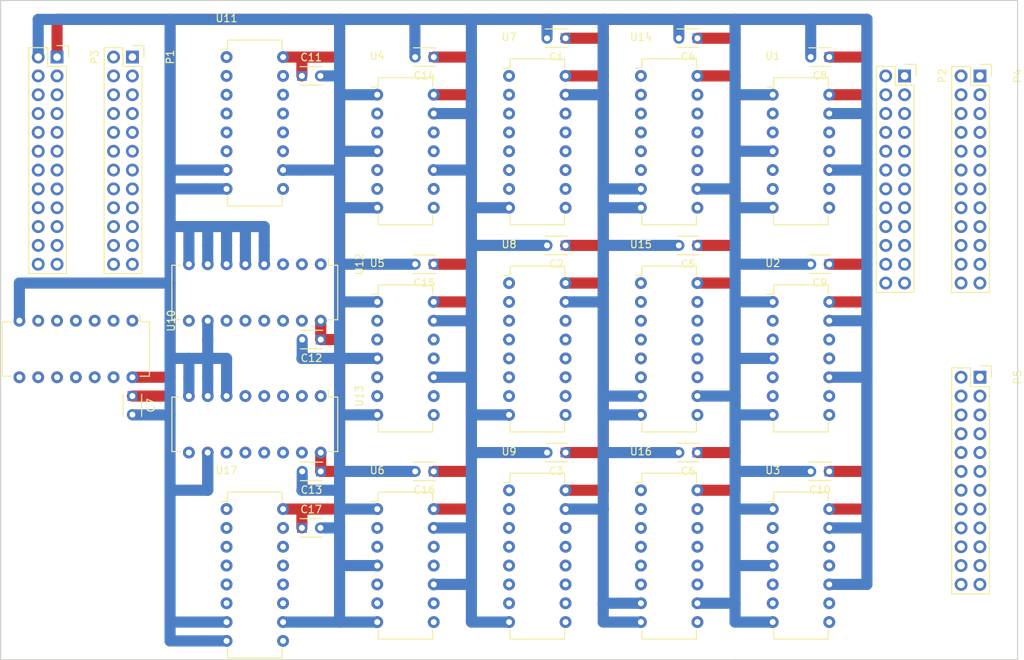
<source format=kicad_pcb>
(kicad_pcb (version 4) (host pcbnew 4.0.5+dfsg1-4~bpo8+1)

  (general
    (links 262)
    (no_connects 154)
    (area 17.634999 104.064999 167.715001 193.195001)
    (thickness 1.6)
    (drawings 6)
    (tracks 562)
    (zones 0)
    (modules 39)
    (nets 101)
  )

  (page A4)
  (layers
    (0 F.Cu signal)
    (1 In1.Cu signal)
    (2 In2.Cu signal)
    (31 B.Cu signal)
    (33 F.Adhes user)
    (35 F.Paste user)
    (37 F.SilkS user)
    (39 F.Mask user)
    (40 Dwgs.User user)
    (41 Cmts.User user)
    (42 Eco1.User user)
    (43 Eco2.User user)
    (44 Edge.Cuts user)
    (45 Margin user)
    (47 F.CrtYd user)
    (49 F.Fab user)
  )

  (setup
    (last_trace_width 0.25)
    (user_trace_width 0.5)
    (user_trace_width 1)
    (user_trace_width 1.5)
    (user_trace_width 2)
    (trace_clearance 0.2)
    (zone_clearance 0.508)
    (zone_45_only no)
    (trace_min 0.2)
    (segment_width 0.2)
    (edge_width 0.15)
    (via_size 0.6)
    (via_drill 0.4)
    (via_min_size 0.4)
    (via_min_drill 0.3)
    (uvia_size 0.3)
    (uvia_drill 0.1)
    (uvias_allowed no)
    (uvia_min_size 0.2)
    (uvia_min_drill 0.1)
    (pcb_text_width 0.3)
    (pcb_text_size 1.5 1.5)
    (mod_edge_width 0.15)
    (mod_text_size 1 1)
    (mod_text_width 0.15)
    (pad_size 1.524 1.524)
    (pad_drill 0.762)
    (pad_to_mask_clearance 0.2)
    (aux_axis_origin 0 0)
    (visible_elements FFFFF77F)
    (pcbplotparams
      (layerselection 0x00030_80000001)
      (usegerberextensions false)
      (excludeedgelayer true)
      (linewidth 0.100000)
      (plotframeref false)
      (viasonmask false)
      (mode 1)
      (useauxorigin false)
      (hpglpennumber 1)
      (hpglpenspeed 20)
      (hpglpendiameter 15)
      (hpglpenoverlay 2)
      (psnegative false)
      (psa4output false)
      (plotreference true)
      (plotvalue true)
      (plotinvisibletext false)
      (padsonsilk false)
      (subtractmaskfromsilk false)
      (outputformat 1)
      (mirror false)
      (drillshape 1)
      (scaleselection 1)
      (outputdirectory ""))
  )

  (net 0 "")
  (net 1 GND)
  (net 2 VCC)
  (net 3 /CLK)
  (net 4 /INSEL)
  (net 5 /LOAD_B)
  (net 6 /CLEAR_B)
  (net 7 "Net-(U10-Pad2)")
  (net 8 "Net-(U10-Pad4)")
  (net 9 "Net-(U10-Pad6)")
  (net 10 "Net-(U10-Pad8)")
  (net 11 /IN_ALU_0)
  (net 12 /IN_ALU_1)
  (net 13 /IN_ALU_2)
  (net 14 /IN_ALU_3)
  (net 15 /IN_ALU_4)
  (net 16 /IN_ALU_5)
  (net 17 /IN_ALU_6)
  (net 18 /IN_ALU_7)
  (net 19 /IN_ALU_8)
  (net 20 /IN_ALU_9)
  (net 21 /IN_ALU_10)
  (net 22 /IN_ALU_11)
  (net 23 /IN_MEM_11)
  (net 24 /IN_MEM_10)
  (net 25 /IN_MEM_9)
  (net 26 /IN_MEM_8)
  (net 27 /IN_MEM_7)
  (net 28 /IN_MEM_6)
  (net 29 /IN_MEM_5)
  (net 30 /IN_MEM_4)
  (net 31 /IN_MEM_3)
  (net 32 /IN_MEM_2)
  (net 33 /IN_MEM_1)
  (net 34 /IN_MEM_0)
  (net 35 /OUT_A_0)
  (net 36 /OUT_A_1)
  (net 37 /OUT_A_2)
  (net 38 /OUT_A_3)
  (net 39 /OUT_A_4)
  (net 40 /OUT_A_5)
  (net 41 /OUT_A_6)
  (net 42 /OUT_A_7)
  (net 43 /OUT_A_8)
  (net 44 /OUT_A_9)
  (net 45 /OUT_A_10)
  (net 46 /OUT_A_11)
  (net 47 /OUT_B_0)
  (net 48 /OUT_B_1)
  (net 49 /OUT_B_2)
  (net 50 /OUT_B_3)
  (net 51 /OUT_B_4)
  (net 52 /OUT_B_5)
  (net 53 /OUT_B_6)
  (net 54 /OUT_B_7)
  (net 55 /OUT_B_8)
  (net 56 /OUT_B_9)
  (net 57 /OUT_B_10)
  (net 58 /OUT_B_11)
  (net 59 /OUT_BUF_A_0)
  (net 60 /OUT_BUF_A_1)
  (net 61 /OUT_BUF_A_2)
  (net 62 /OUT_BUF_A_3)
  (net 63 /OUT_BUF_A_4)
  (net 64 /OUT_BUF_A_5)
  (net 65 /OUT_BUF_A_6)
  (net 66 /OUT_BUF_A_7)
  (net 67 /OUT_BUF_A_8)
  (net 68 /OUT_BUF_A_9)
  (net 69 /OUT_BUF_A_10)
  (net 70 /OUT_BUF_A_11)
  (net 71 /OUT_BUF_B_0)
  (net 72 /OUT_BUF_B_1)
  (net 73 /OUT_BUF_B_2)
  (net 74 /OUT_BUF_B_3)
  (net 75 /OUT_BUF_B_4)
  (net 76 /OUT_BUF_B_5)
  (net 77 /OUT_BUF_B_6)
  (net 78 /OUT_BUF_B_7)
  (net 79 /OUT_BUF_B_8)
  (net 80 /OUT_BUF_B_9)
  (net 81 /OUT_BUF_B_10)
  (net 82 /OUT_BUF_B_11)
  (net 83 /IN_SEL_3)
  (net 84 /IN_SEL_2)
  (net 85 /IN_SEL_0)
  (net 86 /IN_SEL_1)
  (net 87 /IN_SEL_7)
  (net 88 /IN_SEL_6)
  (net 89 /IN_SEL_4)
  (net 90 /IN_SEL_5)
  (net 91 /IN_SEL_11)
  (net 92 /IN_SEL_10)
  (net 93 /IN_SEL_8)
  (net 94 /IN_SEL_9)
  (net 95 /LOAD_HI_A)
  (net 96 /CLEAR_HI_A)
  (net 97 /LOAD_LO_A)
  (net 98 /CLEAR_LO_A)
  (net 99 "Net-(U10-Pad10)")
  (net 100 "Net-(U10-Pad12)")

  (net_class Default "This is the default net class."
    (clearance 0.2)
    (trace_width 0.25)
    (via_dia 0.6)
    (via_drill 0.4)
    (uvia_dia 0.3)
    (uvia_drill 0.1)
    (add_net /CLEAR_B)
    (add_net /CLEAR_HI_A)
    (add_net /CLEAR_LO_A)
    (add_net /CLK)
    (add_net /INSEL)
    (add_net /IN_ALU_0)
    (add_net /IN_ALU_1)
    (add_net /IN_ALU_10)
    (add_net /IN_ALU_11)
    (add_net /IN_ALU_2)
    (add_net /IN_ALU_3)
    (add_net /IN_ALU_4)
    (add_net /IN_ALU_5)
    (add_net /IN_ALU_6)
    (add_net /IN_ALU_7)
    (add_net /IN_ALU_8)
    (add_net /IN_ALU_9)
    (add_net /IN_MEM_0)
    (add_net /IN_MEM_1)
    (add_net /IN_MEM_10)
    (add_net /IN_MEM_11)
    (add_net /IN_MEM_2)
    (add_net /IN_MEM_3)
    (add_net /IN_MEM_4)
    (add_net /IN_MEM_5)
    (add_net /IN_MEM_6)
    (add_net /IN_MEM_7)
    (add_net /IN_MEM_8)
    (add_net /IN_MEM_9)
    (add_net /IN_SEL_0)
    (add_net /IN_SEL_1)
    (add_net /IN_SEL_10)
    (add_net /IN_SEL_11)
    (add_net /IN_SEL_2)
    (add_net /IN_SEL_3)
    (add_net /IN_SEL_4)
    (add_net /IN_SEL_5)
    (add_net /IN_SEL_6)
    (add_net /IN_SEL_7)
    (add_net /IN_SEL_8)
    (add_net /IN_SEL_9)
    (add_net /LOAD_B)
    (add_net /LOAD_HI_A)
    (add_net /LOAD_LO_A)
    (add_net /OUT_A_0)
    (add_net /OUT_A_1)
    (add_net /OUT_A_10)
    (add_net /OUT_A_11)
    (add_net /OUT_A_2)
    (add_net /OUT_A_3)
    (add_net /OUT_A_4)
    (add_net /OUT_A_5)
    (add_net /OUT_A_6)
    (add_net /OUT_A_7)
    (add_net /OUT_A_8)
    (add_net /OUT_A_9)
    (add_net /OUT_BUF_A_0)
    (add_net /OUT_BUF_A_1)
    (add_net /OUT_BUF_A_10)
    (add_net /OUT_BUF_A_11)
    (add_net /OUT_BUF_A_2)
    (add_net /OUT_BUF_A_3)
    (add_net /OUT_BUF_A_4)
    (add_net /OUT_BUF_A_5)
    (add_net /OUT_BUF_A_6)
    (add_net /OUT_BUF_A_7)
    (add_net /OUT_BUF_A_8)
    (add_net /OUT_BUF_A_9)
    (add_net /OUT_BUF_B_0)
    (add_net /OUT_BUF_B_1)
    (add_net /OUT_BUF_B_10)
    (add_net /OUT_BUF_B_11)
    (add_net /OUT_BUF_B_2)
    (add_net /OUT_BUF_B_3)
    (add_net /OUT_BUF_B_4)
    (add_net /OUT_BUF_B_5)
    (add_net /OUT_BUF_B_6)
    (add_net /OUT_BUF_B_7)
    (add_net /OUT_BUF_B_8)
    (add_net /OUT_BUF_B_9)
    (add_net /OUT_B_0)
    (add_net /OUT_B_1)
    (add_net /OUT_B_10)
    (add_net /OUT_B_11)
    (add_net /OUT_B_2)
    (add_net /OUT_B_3)
    (add_net /OUT_B_4)
    (add_net /OUT_B_5)
    (add_net /OUT_B_6)
    (add_net /OUT_B_7)
    (add_net /OUT_B_8)
    (add_net /OUT_B_9)
    (add_net GND)
    (add_net "Net-(U10-Pad10)")
    (add_net "Net-(U10-Pad12)")
    (add_net "Net-(U10-Pad2)")
    (add_net "Net-(U10-Pad4)")
    (add_net "Net-(U10-Pad6)")
    (add_net "Net-(U10-Pad8)")
    (add_net VCC)
  )

  (module Housings_DIP:DIP-16_W7.62mm (layer F.Cu) (tedit 54130A77) (tstamp 5AC22C40)
    (at 48.26 111.76)
    (descr "16-lead dip package, row spacing 7.62 mm (300 mils)")
    (tags "dil dip 2.54 300")
    (path /5AC22E53)
    (fp_text reference U11 (at 0 -5.22) (layer F.SilkS)
      (effects (font (size 1 1) (thickness 0.15)))
    )
    (fp_text value 74HC163 (at 0 -3.72) (layer F.Fab)
      (effects (font (size 1 1) (thickness 0.15)))
    )
    (fp_line (start -1.05 -2.45) (end -1.05 20.25) (layer F.CrtYd) (width 0.05))
    (fp_line (start 8.65 -2.45) (end 8.65 20.25) (layer F.CrtYd) (width 0.05))
    (fp_line (start -1.05 -2.45) (end 8.65 -2.45) (layer F.CrtYd) (width 0.05))
    (fp_line (start -1.05 20.25) (end 8.65 20.25) (layer F.CrtYd) (width 0.05))
    (fp_line (start 0.135 -2.295) (end 0.135 -1.025) (layer F.SilkS) (width 0.15))
    (fp_line (start 7.485 -2.295) (end 7.485 -1.025) (layer F.SilkS) (width 0.15))
    (fp_line (start 7.485 20.075) (end 7.485 18.805) (layer F.SilkS) (width 0.15))
    (fp_line (start 0.135 20.075) (end 0.135 18.805) (layer F.SilkS) (width 0.15))
    (fp_line (start 0.135 -2.295) (end 7.485 -2.295) (layer F.SilkS) (width 0.15))
    (fp_line (start 0.135 20.075) (end 7.485 20.075) (layer F.SilkS) (width 0.15))
    (fp_line (start 0.135 -1.025) (end -0.8 -1.025) (layer F.SilkS) (width 0.15))
    (pad 1 thru_hole oval (at 0 0) (size 1.6 1.6) (drill 0.8) (layers *.Cu *.Mask)
      (net 8 "Net-(U10-Pad4)"))
    (pad 2 thru_hole oval (at 0 2.54) (size 1.6 1.6) (drill 0.8) (layers *.Cu *.Mask)
      (net 3 /CLK))
    (pad 3 thru_hole oval (at 0 5.08) (size 1.6 1.6) (drill 0.8) (layers *.Cu *.Mask)
      (net 11 /IN_ALU_0))
    (pad 4 thru_hole oval (at 0 7.62) (size 1.6 1.6) (drill 0.8) (layers *.Cu *.Mask)
      (net 12 /IN_ALU_1))
    (pad 5 thru_hole oval (at 0 10.16) (size 1.6 1.6) (drill 0.8) (layers *.Cu *.Mask)
      (net 13 /IN_ALU_2))
    (pad 6 thru_hole oval (at 0 12.7) (size 1.6 1.6) (drill 0.8) (layers *.Cu *.Mask)
      (net 14 /IN_ALU_3))
    (pad 7 thru_hole oval (at 0 15.24) (size 1.6 1.6) (drill 0.8) (layers *.Cu *.Mask)
      (net 1 GND))
    (pad 8 thru_hole oval (at 0 17.78) (size 1.6 1.6) (drill 0.8) (layers *.Cu *.Mask)
      (net 1 GND))
    (pad 9 thru_hole oval (at 7.62 17.78) (size 1.6 1.6) (drill 0.8) (layers *.Cu *.Mask)
      (net 7 "Net-(U10-Pad2)"))
    (pad 10 thru_hole oval (at 7.62 15.24) (size 1.6 1.6) (drill 0.8) (layers *.Cu *.Mask)
      (net 1 GND))
    (pad 11 thru_hole oval (at 7.62 12.7) (size 1.6 1.6) (drill 0.8) (layers *.Cu *.Mask)
      (net 38 /OUT_A_3))
    (pad 12 thru_hole oval (at 7.62 10.16) (size 1.6 1.6) (drill 0.8) (layers *.Cu *.Mask)
      (net 37 /OUT_A_2))
    (pad 13 thru_hole oval (at 7.62 7.62) (size 1.6 1.6) (drill 0.8) (layers *.Cu *.Mask)
      (net 36 /OUT_A_1))
    (pad 14 thru_hole oval (at 7.62 5.08) (size 1.6 1.6) (drill 0.8) (layers *.Cu *.Mask)
      (net 35 /OUT_A_0))
    (pad 15 thru_hole oval (at 7.62 2.54) (size 1.6 1.6) (drill 0.8) (layers *.Cu *.Mask))
    (pad 16 thru_hole oval (at 7.62 0) (size 1.6 1.6) (drill 0.8) (layers *.Cu *.Mask)
      (net 2 VCC))
    (model Housings_DIP.3dshapes/DIP-16_W7.62mm.wrl
      (at (xyz 0 0 0))
      (scale (xyz 1 1 1))
      (rotate (xyz 0 0 0))
    )
  )

  (module Housings_DIP:DIP-16_W7.62mm (layer F.Cu) (tedit 54130A77) (tstamp 5AC24176)
    (at 60.96 139.7 270)
    (descr "16-lead dip package, row spacing 7.62 mm (300 mils)")
    (tags "dil dip 2.54 300")
    (path /5AC22F8A)
    (fp_text reference U12 (at 0 -5.22 270) (layer F.SilkS)
      (effects (font (size 1 1) (thickness 0.15)))
    )
    (fp_text value 74HC163 (at 0 -3.72 270) (layer F.Fab)
      (effects (font (size 1 1) (thickness 0.15)))
    )
    (fp_line (start -1.05 -2.45) (end -1.05 20.25) (layer F.CrtYd) (width 0.05))
    (fp_line (start 8.65 -2.45) (end 8.65 20.25) (layer F.CrtYd) (width 0.05))
    (fp_line (start -1.05 -2.45) (end 8.65 -2.45) (layer F.CrtYd) (width 0.05))
    (fp_line (start -1.05 20.25) (end 8.65 20.25) (layer F.CrtYd) (width 0.05))
    (fp_line (start 0.135 -2.295) (end 0.135 -1.025) (layer F.SilkS) (width 0.15))
    (fp_line (start 7.485 -2.295) (end 7.485 -1.025) (layer F.SilkS) (width 0.15))
    (fp_line (start 7.485 20.075) (end 7.485 18.805) (layer F.SilkS) (width 0.15))
    (fp_line (start 0.135 20.075) (end 0.135 18.805) (layer F.SilkS) (width 0.15))
    (fp_line (start 0.135 -2.295) (end 7.485 -2.295) (layer F.SilkS) (width 0.15))
    (fp_line (start 0.135 20.075) (end 7.485 20.075) (layer F.SilkS) (width 0.15))
    (fp_line (start 0.135 -1.025) (end -0.8 -1.025) (layer F.SilkS) (width 0.15))
    (pad 1 thru_hole oval (at 0 0 270) (size 1.6 1.6) (drill 0.8) (layers *.Cu *.Mask)
      (net 8 "Net-(U10-Pad4)"))
    (pad 2 thru_hole oval (at 0 2.54 270) (size 1.6 1.6) (drill 0.8) (layers *.Cu *.Mask)
      (net 3 /CLK))
    (pad 3 thru_hole oval (at 0 5.08 270) (size 1.6 1.6) (drill 0.8) (layers *.Cu *.Mask)
      (net 15 /IN_ALU_4))
    (pad 4 thru_hole oval (at 0 7.62 270) (size 1.6 1.6) (drill 0.8) (layers *.Cu *.Mask)
      (net 1 GND))
    (pad 5 thru_hole oval (at 0 10.16 270) (size 1.6 1.6) (drill 0.8) (layers *.Cu *.Mask)
      (net 1 GND))
    (pad 6 thru_hole oval (at 0 12.7 270) (size 1.6 1.6) (drill 0.8) (layers *.Cu *.Mask)
      (net 1 GND))
    (pad 7 thru_hole oval (at 0 15.24 270) (size 1.6 1.6) (drill 0.8) (layers *.Cu *.Mask)
      (net 1 GND))
    (pad 8 thru_hole oval (at 0 17.78 270) (size 1.6 1.6) (drill 0.8) (layers *.Cu *.Mask)
      (net 1 GND))
    (pad 9 thru_hole oval (at 7.62 17.78 270) (size 1.6 1.6) (drill 0.8) (layers *.Cu *.Mask)
      (net 7 "Net-(U10-Pad2)"))
    (pad 10 thru_hole oval (at 7.62 15.24 270) (size 1.6 1.6) (drill 0.8) (layers *.Cu *.Mask)
      (net 1 GND))
    (pad 11 thru_hole oval (at 7.62 12.7 270) (size 1.6 1.6) (drill 0.8) (layers *.Cu *.Mask))
    (pad 12 thru_hole oval (at 7.62 10.16 270) (size 1.6 1.6) (drill 0.8) (layers *.Cu *.Mask))
    (pad 13 thru_hole oval (at 7.62 7.62 270) (size 1.6 1.6) (drill 0.8) (layers *.Cu *.Mask))
    (pad 14 thru_hole oval (at 7.62 5.08 270) (size 1.6 1.6) (drill 0.8) (layers *.Cu *.Mask)
      (net 39 /OUT_A_4))
    (pad 15 thru_hole oval (at 7.62 2.54 270) (size 1.6 1.6) (drill 0.8) (layers *.Cu *.Mask))
    (pad 16 thru_hole oval (at 7.62 0 270) (size 1.6 1.6) (drill 0.8) (layers *.Cu *.Mask)
      (net 2 VCC))
    (model Housings_DIP.3dshapes/DIP-16_W7.62mm.wrl
      (at (xyz 0 0 0))
      (scale (xyz 1 1 1))
      (rotate (xyz 0 0 0))
    )
  )

  (module Housings_DIP:DIP-16_W7.62mm (layer F.Cu) (tedit 54130A77) (tstamp 5AC2418A)
    (at 60.96 157.48 270)
    (descr "16-lead dip package, row spacing 7.62 mm (300 mils)")
    (tags "dil dip 2.54 300")
    (path /5AC2302F)
    (fp_text reference U13 (at 0 -5.22 270) (layer F.SilkS)
      (effects (font (size 1 1) (thickness 0.15)))
    )
    (fp_text value 74HC163 (at 0 -3.72 270) (layer F.Fab)
      (effects (font (size 1 1) (thickness 0.15)))
    )
    (fp_line (start -1.05 -2.45) (end -1.05 20.25) (layer F.CrtYd) (width 0.05))
    (fp_line (start 8.65 -2.45) (end 8.65 20.25) (layer F.CrtYd) (width 0.05))
    (fp_line (start -1.05 -2.45) (end 8.65 -2.45) (layer F.CrtYd) (width 0.05))
    (fp_line (start -1.05 20.25) (end 8.65 20.25) (layer F.CrtYd) (width 0.05))
    (fp_line (start 0.135 -2.295) (end 0.135 -1.025) (layer F.SilkS) (width 0.15))
    (fp_line (start 7.485 -2.295) (end 7.485 -1.025) (layer F.SilkS) (width 0.15))
    (fp_line (start 7.485 20.075) (end 7.485 18.805) (layer F.SilkS) (width 0.15))
    (fp_line (start 0.135 20.075) (end 0.135 18.805) (layer F.SilkS) (width 0.15))
    (fp_line (start 0.135 -2.295) (end 7.485 -2.295) (layer F.SilkS) (width 0.15))
    (fp_line (start 0.135 20.075) (end 7.485 20.075) (layer F.SilkS) (width 0.15))
    (fp_line (start 0.135 -1.025) (end -0.8 -1.025) (layer F.SilkS) (width 0.15))
    (pad 1 thru_hole oval (at 0 0 270) (size 1.6 1.6) (drill 0.8) (layers *.Cu *.Mask)
      (net 10 "Net-(U10-Pad8)"))
    (pad 2 thru_hole oval (at 0 2.54 270) (size 1.6 1.6) (drill 0.8) (layers *.Cu *.Mask)
      (net 3 /CLK))
    (pad 3 thru_hole oval (at 0 5.08 270) (size 1.6 1.6) (drill 0.8) (layers *.Cu *.Mask)
      (net 16 /IN_ALU_5))
    (pad 4 thru_hole oval (at 0 7.62 270) (size 1.6 1.6) (drill 0.8) (layers *.Cu *.Mask)
      (net 17 /IN_ALU_6))
    (pad 5 thru_hole oval (at 0 10.16 270) (size 1.6 1.6) (drill 0.8) (layers *.Cu *.Mask)
      (net 18 /IN_ALU_7))
    (pad 6 thru_hole oval (at 0 12.7 270) (size 1.6 1.6) (drill 0.8) (layers *.Cu *.Mask)
      (net 1 GND))
    (pad 7 thru_hole oval (at 0 15.24 270) (size 1.6 1.6) (drill 0.8) (layers *.Cu *.Mask)
      (net 1 GND))
    (pad 8 thru_hole oval (at 0 17.78 270) (size 1.6 1.6) (drill 0.8) (layers *.Cu *.Mask)
      (net 1 GND))
    (pad 9 thru_hole oval (at 7.62 17.78 270) (size 1.6 1.6) (drill 0.8) (layers *.Cu *.Mask)
      (net 9 "Net-(U10-Pad6)"))
    (pad 10 thru_hole oval (at 7.62 15.24 270) (size 1.6 1.6) (drill 0.8) (layers *.Cu *.Mask)
      (net 1 GND))
    (pad 11 thru_hole oval (at 7.62 12.7 270) (size 1.6 1.6) (drill 0.8) (layers *.Cu *.Mask))
    (pad 12 thru_hole oval (at 7.62 10.16 270) (size 1.6 1.6) (drill 0.8) (layers *.Cu *.Mask)
      (net 42 /OUT_A_7))
    (pad 13 thru_hole oval (at 7.62 7.62 270) (size 1.6 1.6) (drill 0.8) (layers *.Cu *.Mask)
      (net 41 /OUT_A_6))
    (pad 14 thru_hole oval (at 7.62 5.08 270) (size 1.6 1.6) (drill 0.8) (layers *.Cu *.Mask)
      (net 40 /OUT_A_5))
    (pad 15 thru_hole oval (at 7.62 2.54 270) (size 1.6 1.6) (drill 0.8) (layers *.Cu *.Mask))
    (pad 16 thru_hole oval (at 7.62 0 270) (size 1.6 1.6) (drill 0.8) (layers *.Cu *.Mask)
      (net 2 VCC))
    (model Housings_DIP.3dshapes/DIP-16_W7.62mm.wrl
      (at (xyz 0 0 0))
      (scale (xyz 1 1 1))
      (rotate (xyz 0 0 0))
    )
  )

  (module Housings_DIP:DIP-16_W7.62mm (layer F.Cu) (tedit 54130A77) (tstamp 5AC2419E)
    (at 86.36 114.3)
    (descr "16-lead dip package, row spacing 7.62 mm (300 mils)")
    (tags "dil dip 2.54 300")
    (path /5AC2A13D)
    (fp_text reference U7 (at 0 -5.22) (layer F.SilkS)
      (effects (font (size 1 1) (thickness 0.15)))
    )
    (fp_text value 74HC257 (at 0 -3.72) (layer F.Fab)
      (effects (font (size 1 1) (thickness 0.15)))
    )
    (fp_line (start -1.05 -2.45) (end -1.05 20.25) (layer F.CrtYd) (width 0.05))
    (fp_line (start 8.65 -2.45) (end 8.65 20.25) (layer F.CrtYd) (width 0.05))
    (fp_line (start -1.05 -2.45) (end 8.65 -2.45) (layer F.CrtYd) (width 0.05))
    (fp_line (start -1.05 20.25) (end 8.65 20.25) (layer F.CrtYd) (width 0.05))
    (fp_line (start 0.135 -2.295) (end 0.135 -1.025) (layer F.SilkS) (width 0.15))
    (fp_line (start 7.485 -2.295) (end 7.485 -1.025) (layer F.SilkS) (width 0.15))
    (fp_line (start 7.485 20.075) (end 7.485 18.805) (layer F.SilkS) (width 0.15))
    (fp_line (start 0.135 20.075) (end 0.135 18.805) (layer F.SilkS) (width 0.15))
    (fp_line (start 0.135 -2.295) (end 7.485 -2.295) (layer F.SilkS) (width 0.15))
    (fp_line (start 0.135 20.075) (end 7.485 20.075) (layer F.SilkS) (width 0.15))
    (fp_line (start 0.135 -1.025) (end -0.8 -1.025) (layer F.SilkS) (width 0.15))
    (pad 1 thru_hole oval (at 0 0) (size 1.6 1.6) (drill 0.8) (layers *.Cu *.Mask)
      (net 4 /INSEL))
    (pad 2 thru_hole oval (at 0 2.54) (size 1.6 1.6) (drill 0.8) (layers *.Cu *.Mask)
      (net 31 /IN_MEM_3))
    (pad 3 thru_hole oval (at 0 5.08) (size 1.6 1.6) (drill 0.8) (layers *.Cu *.Mask)
      (net 14 /IN_ALU_3))
    (pad 4 thru_hole oval (at 0 7.62) (size 1.6 1.6) (drill 0.8) (layers *.Cu *.Mask)
      (net 83 /IN_SEL_3))
    (pad 5 thru_hole oval (at 0 10.16) (size 1.6 1.6) (drill 0.8) (layers *.Cu *.Mask)
      (net 32 /IN_MEM_2))
    (pad 6 thru_hole oval (at 0 12.7) (size 1.6 1.6) (drill 0.8) (layers *.Cu *.Mask)
      (net 13 /IN_ALU_2))
    (pad 7 thru_hole oval (at 0 15.24) (size 1.6 1.6) (drill 0.8) (layers *.Cu *.Mask)
      (net 84 /IN_SEL_2))
    (pad 8 thru_hole oval (at 0 17.78) (size 1.6 1.6) (drill 0.8) (layers *.Cu *.Mask)
      (net 1 GND))
    (pad 9 thru_hole oval (at 7.62 17.78) (size 1.6 1.6) (drill 0.8) (layers *.Cu *.Mask)
      (net 85 /IN_SEL_0))
    (pad 10 thru_hole oval (at 7.62 15.24) (size 1.6 1.6) (drill 0.8) (layers *.Cu *.Mask)
      (net 11 /IN_ALU_0))
    (pad 11 thru_hole oval (at 7.62 12.7) (size 1.6 1.6) (drill 0.8) (layers *.Cu *.Mask)
      (net 34 /IN_MEM_0))
    (pad 12 thru_hole oval (at 7.62 10.16) (size 1.6 1.6) (drill 0.8) (layers *.Cu *.Mask)
      (net 86 /IN_SEL_1))
    (pad 13 thru_hole oval (at 7.62 7.62) (size 1.6 1.6) (drill 0.8) (layers *.Cu *.Mask)
      (net 12 /IN_ALU_1))
    (pad 14 thru_hole oval (at 7.62 5.08) (size 1.6 1.6) (drill 0.8) (layers *.Cu *.Mask)
      (net 33 /IN_MEM_1))
    (pad 15 thru_hole oval (at 7.62 2.54) (size 1.6 1.6) (drill 0.8) (layers *.Cu *.Mask)
      (net 1 GND))
    (pad 16 thru_hole oval (at 7.62 0) (size 1.6 1.6) (drill 0.8) (layers *.Cu *.Mask)
      (net 2 VCC))
    (model Housings_DIP.3dshapes/DIP-16_W7.62mm.wrl
      (at (xyz 0 0 0))
      (scale (xyz 1 1 1))
      (rotate (xyz 0 0 0))
    )
  )

  (module Housings_DIP:DIP-16_W7.62mm (layer F.Cu) (tedit 54130A77) (tstamp 5AC241C6)
    (at 104.14 114.3)
    (descr "16-lead dip package, row spacing 7.62 mm (300 mils)")
    (tags "dil dip 2.54 300")
    (path /5AC2AF2B)
    (fp_text reference U14 (at 0 -5.22) (layer F.SilkS)
      (effects (font (size 1 1) (thickness 0.15)))
    )
    (fp_text value 74HC163 (at 0 -3.72) (layer F.Fab)
      (effects (font (size 1 1) (thickness 0.15)))
    )
    (fp_line (start -1.05 -2.45) (end -1.05 20.25) (layer F.CrtYd) (width 0.05))
    (fp_line (start 8.65 -2.45) (end 8.65 20.25) (layer F.CrtYd) (width 0.05))
    (fp_line (start -1.05 -2.45) (end 8.65 -2.45) (layer F.CrtYd) (width 0.05))
    (fp_line (start -1.05 20.25) (end 8.65 20.25) (layer F.CrtYd) (width 0.05))
    (fp_line (start 0.135 -2.295) (end 0.135 -1.025) (layer F.SilkS) (width 0.15))
    (fp_line (start 7.485 -2.295) (end 7.485 -1.025) (layer F.SilkS) (width 0.15))
    (fp_line (start 7.485 20.075) (end 7.485 18.805) (layer F.SilkS) (width 0.15))
    (fp_line (start 0.135 20.075) (end 0.135 18.805) (layer F.SilkS) (width 0.15))
    (fp_line (start 0.135 -2.295) (end 7.485 -2.295) (layer F.SilkS) (width 0.15))
    (fp_line (start 0.135 20.075) (end 7.485 20.075) (layer F.SilkS) (width 0.15))
    (fp_line (start 0.135 -1.025) (end -0.8 -1.025) (layer F.SilkS) (width 0.15))
    (pad 1 thru_hole oval (at 0 0) (size 1.6 1.6) (drill 0.8) (layers *.Cu *.Mask)
      (net 100 "Net-(U10-Pad12)"))
    (pad 2 thru_hole oval (at 0 2.54) (size 1.6 1.6) (drill 0.8) (layers *.Cu *.Mask)
      (net 3 /CLK))
    (pad 3 thru_hole oval (at 0 5.08) (size 1.6 1.6) (drill 0.8) (layers *.Cu *.Mask)
      (net 85 /IN_SEL_0))
    (pad 4 thru_hole oval (at 0 7.62) (size 1.6 1.6) (drill 0.8) (layers *.Cu *.Mask)
      (net 86 /IN_SEL_1))
    (pad 5 thru_hole oval (at 0 10.16) (size 1.6 1.6) (drill 0.8) (layers *.Cu *.Mask)
      (net 84 /IN_SEL_2))
    (pad 6 thru_hole oval (at 0 12.7) (size 1.6 1.6) (drill 0.8) (layers *.Cu *.Mask)
      (net 83 /IN_SEL_3))
    (pad 7 thru_hole oval (at 0 15.24) (size 1.6 1.6) (drill 0.8) (layers *.Cu *.Mask)
      (net 1 GND))
    (pad 8 thru_hole oval (at 0 17.78) (size 1.6 1.6) (drill 0.8) (layers *.Cu *.Mask)
      (net 1 GND))
    (pad 9 thru_hole oval (at 7.62 17.78) (size 1.6 1.6) (drill 0.8) (layers *.Cu *.Mask)
      (net 99 "Net-(U10-Pad10)"))
    (pad 10 thru_hole oval (at 7.62 15.24) (size 1.6 1.6) (drill 0.8) (layers *.Cu *.Mask)
      (net 1 GND))
    (pad 11 thru_hole oval (at 7.62 12.7) (size 1.6 1.6) (drill 0.8) (layers *.Cu *.Mask)
      (net 50 /OUT_B_3))
    (pad 12 thru_hole oval (at 7.62 10.16) (size 1.6 1.6) (drill 0.8) (layers *.Cu *.Mask)
      (net 49 /OUT_B_2))
    (pad 13 thru_hole oval (at 7.62 7.62) (size 1.6 1.6) (drill 0.8) (layers *.Cu *.Mask)
      (net 48 /OUT_B_1))
    (pad 14 thru_hole oval (at 7.62 5.08) (size 1.6 1.6) (drill 0.8) (layers *.Cu *.Mask)
      (net 47 /OUT_B_0))
    (pad 15 thru_hole oval (at 7.62 2.54) (size 1.6 1.6) (drill 0.8) (layers *.Cu *.Mask))
    (pad 16 thru_hole oval (at 7.62 0) (size 1.6 1.6) (drill 0.8) (layers *.Cu *.Mask)
      (net 2 VCC))
    (model Housings_DIP.3dshapes/DIP-16_W7.62mm.wrl
      (at (xyz 0 0 0))
      (scale (xyz 1 1 1))
      (rotate (xyz 0 0 0))
    )
  )

  (module Housings_DIP:DIP-16_W7.62mm (layer F.Cu) (tedit 54130A77) (tstamp 5AC241EE)
    (at 86.36 142.24)
    (descr "16-lead dip package, row spacing 7.62 mm (300 mils)")
    (tags "dil dip 2.54 300")
    (path /5AC2A272)
    (fp_text reference U8 (at 0 -5.22) (layer F.SilkS)
      (effects (font (size 1 1) (thickness 0.15)))
    )
    (fp_text value 74HC257 (at 0 -3.72) (layer F.Fab)
      (effects (font (size 1 1) (thickness 0.15)))
    )
    (fp_line (start -1.05 -2.45) (end -1.05 20.25) (layer F.CrtYd) (width 0.05))
    (fp_line (start 8.65 -2.45) (end 8.65 20.25) (layer F.CrtYd) (width 0.05))
    (fp_line (start -1.05 -2.45) (end 8.65 -2.45) (layer F.CrtYd) (width 0.05))
    (fp_line (start -1.05 20.25) (end 8.65 20.25) (layer F.CrtYd) (width 0.05))
    (fp_line (start 0.135 -2.295) (end 0.135 -1.025) (layer F.SilkS) (width 0.15))
    (fp_line (start 7.485 -2.295) (end 7.485 -1.025) (layer F.SilkS) (width 0.15))
    (fp_line (start 7.485 20.075) (end 7.485 18.805) (layer F.SilkS) (width 0.15))
    (fp_line (start 0.135 20.075) (end 0.135 18.805) (layer F.SilkS) (width 0.15))
    (fp_line (start 0.135 -2.295) (end 7.485 -2.295) (layer F.SilkS) (width 0.15))
    (fp_line (start 0.135 20.075) (end 7.485 20.075) (layer F.SilkS) (width 0.15))
    (fp_line (start 0.135 -1.025) (end -0.8 -1.025) (layer F.SilkS) (width 0.15))
    (pad 1 thru_hole oval (at 0 0) (size 1.6 1.6) (drill 0.8) (layers *.Cu *.Mask)
      (net 4 /INSEL))
    (pad 2 thru_hole oval (at 0 2.54) (size 1.6 1.6) (drill 0.8) (layers *.Cu *.Mask)
      (net 27 /IN_MEM_7))
    (pad 3 thru_hole oval (at 0 5.08) (size 1.6 1.6) (drill 0.8) (layers *.Cu *.Mask)
      (net 18 /IN_ALU_7))
    (pad 4 thru_hole oval (at 0 7.62) (size 1.6 1.6) (drill 0.8) (layers *.Cu *.Mask)
      (net 87 /IN_SEL_7))
    (pad 5 thru_hole oval (at 0 10.16) (size 1.6 1.6) (drill 0.8) (layers *.Cu *.Mask)
      (net 28 /IN_MEM_6))
    (pad 6 thru_hole oval (at 0 12.7) (size 1.6 1.6) (drill 0.8) (layers *.Cu *.Mask)
      (net 17 /IN_ALU_6))
    (pad 7 thru_hole oval (at 0 15.24) (size 1.6 1.6) (drill 0.8) (layers *.Cu *.Mask)
      (net 88 /IN_SEL_6))
    (pad 8 thru_hole oval (at 0 17.78) (size 1.6 1.6) (drill 0.8) (layers *.Cu *.Mask)
      (net 1 GND))
    (pad 9 thru_hole oval (at 7.62 17.78) (size 1.6 1.6) (drill 0.8) (layers *.Cu *.Mask)
      (net 89 /IN_SEL_4))
    (pad 10 thru_hole oval (at 7.62 15.24) (size 1.6 1.6) (drill 0.8) (layers *.Cu *.Mask)
      (net 15 /IN_ALU_4))
    (pad 11 thru_hole oval (at 7.62 12.7) (size 1.6 1.6) (drill 0.8) (layers *.Cu *.Mask)
      (net 30 /IN_MEM_4))
    (pad 12 thru_hole oval (at 7.62 10.16) (size 1.6 1.6) (drill 0.8) (layers *.Cu *.Mask)
      (net 90 /IN_SEL_5))
    (pad 13 thru_hole oval (at 7.62 7.62) (size 1.6 1.6) (drill 0.8) (layers *.Cu *.Mask)
      (net 16 /IN_ALU_5))
    (pad 14 thru_hole oval (at 7.62 5.08) (size 1.6 1.6) (drill 0.8) (layers *.Cu *.Mask)
      (net 29 /IN_MEM_5))
    (pad 15 thru_hole oval (at 7.62 2.54) (size 1.6 1.6) (drill 0.8) (layers *.Cu *.Mask)
      (net 1 GND))
    (pad 16 thru_hole oval (at 7.62 0) (size 1.6 1.6) (drill 0.8) (layers *.Cu *.Mask)
      (net 2 VCC))
    (model Housings_DIP.3dshapes/DIP-16_W7.62mm.wrl
      (at (xyz 0 0 0))
      (scale (xyz 1 1 1))
      (rotate (xyz 0 0 0))
    )
  )

  (module Housings_DIP:DIP-16_W7.62mm (layer F.Cu) (tedit 54130A77) (tstamp 5AC24202)
    (at 104.14 142.24)
    (descr "16-lead dip package, row spacing 7.62 mm (300 mils)")
    (tags "dil dip 2.54 300")
    (path /5AC2AF31)
    (fp_text reference U15 (at 0 -5.22) (layer F.SilkS)
      (effects (font (size 1 1) (thickness 0.15)))
    )
    (fp_text value 74HC163 (at 0 -3.72) (layer F.Fab)
      (effects (font (size 1 1) (thickness 0.15)))
    )
    (fp_line (start -1.05 -2.45) (end -1.05 20.25) (layer F.CrtYd) (width 0.05))
    (fp_line (start 8.65 -2.45) (end 8.65 20.25) (layer F.CrtYd) (width 0.05))
    (fp_line (start -1.05 -2.45) (end 8.65 -2.45) (layer F.CrtYd) (width 0.05))
    (fp_line (start -1.05 20.25) (end 8.65 20.25) (layer F.CrtYd) (width 0.05))
    (fp_line (start 0.135 -2.295) (end 0.135 -1.025) (layer F.SilkS) (width 0.15))
    (fp_line (start 7.485 -2.295) (end 7.485 -1.025) (layer F.SilkS) (width 0.15))
    (fp_line (start 7.485 20.075) (end 7.485 18.805) (layer F.SilkS) (width 0.15))
    (fp_line (start 0.135 20.075) (end 0.135 18.805) (layer F.SilkS) (width 0.15))
    (fp_line (start 0.135 -2.295) (end 7.485 -2.295) (layer F.SilkS) (width 0.15))
    (fp_line (start 0.135 20.075) (end 7.485 20.075) (layer F.SilkS) (width 0.15))
    (fp_line (start 0.135 -1.025) (end -0.8 -1.025) (layer F.SilkS) (width 0.15))
    (pad 1 thru_hole oval (at 0 0) (size 1.6 1.6) (drill 0.8) (layers *.Cu *.Mask)
      (net 100 "Net-(U10-Pad12)"))
    (pad 2 thru_hole oval (at 0 2.54) (size 1.6 1.6) (drill 0.8) (layers *.Cu *.Mask)
      (net 3 /CLK))
    (pad 3 thru_hole oval (at 0 5.08) (size 1.6 1.6) (drill 0.8) (layers *.Cu *.Mask)
      (net 89 /IN_SEL_4))
    (pad 4 thru_hole oval (at 0 7.62) (size 1.6 1.6) (drill 0.8) (layers *.Cu *.Mask)
      (net 90 /IN_SEL_5))
    (pad 5 thru_hole oval (at 0 10.16) (size 1.6 1.6) (drill 0.8) (layers *.Cu *.Mask)
      (net 88 /IN_SEL_6))
    (pad 6 thru_hole oval (at 0 12.7) (size 1.6 1.6) (drill 0.8) (layers *.Cu *.Mask)
      (net 87 /IN_SEL_7))
    (pad 7 thru_hole oval (at 0 15.24) (size 1.6 1.6) (drill 0.8) (layers *.Cu *.Mask)
      (net 1 GND))
    (pad 8 thru_hole oval (at 0 17.78) (size 1.6 1.6) (drill 0.8) (layers *.Cu *.Mask)
      (net 1 GND))
    (pad 9 thru_hole oval (at 7.62 17.78) (size 1.6 1.6) (drill 0.8) (layers *.Cu *.Mask)
      (net 99 "Net-(U10-Pad10)"))
    (pad 10 thru_hole oval (at 7.62 15.24) (size 1.6 1.6) (drill 0.8) (layers *.Cu *.Mask)
      (net 1 GND))
    (pad 11 thru_hole oval (at 7.62 12.7) (size 1.6 1.6) (drill 0.8) (layers *.Cu *.Mask)
      (net 54 /OUT_B_7))
    (pad 12 thru_hole oval (at 7.62 10.16) (size 1.6 1.6) (drill 0.8) (layers *.Cu *.Mask)
      (net 53 /OUT_B_6))
    (pad 13 thru_hole oval (at 7.62 7.62) (size 1.6 1.6) (drill 0.8) (layers *.Cu *.Mask)
      (net 52 /OUT_B_5))
    (pad 14 thru_hole oval (at 7.62 5.08) (size 1.6 1.6) (drill 0.8) (layers *.Cu *.Mask)
      (net 51 /OUT_B_4))
    (pad 15 thru_hole oval (at 7.62 2.54) (size 1.6 1.6) (drill 0.8) (layers *.Cu *.Mask))
    (pad 16 thru_hole oval (at 7.62 0) (size 1.6 1.6) (drill 0.8) (layers *.Cu *.Mask)
      (net 2 VCC))
    (model Housings_DIP.3dshapes/DIP-16_W7.62mm.wrl
      (at (xyz 0 0 0))
      (scale (xyz 1 1 1))
      (rotate (xyz 0 0 0))
    )
  )

  (module Housings_DIP:DIP-16_W7.62mm (layer F.Cu) (tedit 54130A77) (tstamp 5AC24228)
    (at 86.36 170.18)
    (descr "16-lead dip package, row spacing 7.62 mm (300 mils)")
    (tags "dil dip 2.54 300")
    (path /5AC2A317)
    (fp_text reference U9 (at 0 -5.22) (layer F.SilkS)
      (effects (font (size 1 1) (thickness 0.15)))
    )
    (fp_text value 74HC257 (at 0 -3.72) (layer F.Fab)
      (effects (font (size 1 1) (thickness 0.15)))
    )
    (fp_line (start -1.05 -2.45) (end -1.05 20.25) (layer F.CrtYd) (width 0.05))
    (fp_line (start 8.65 -2.45) (end 8.65 20.25) (layer F.CrtYd) (width 0.05))
    (fp_line (start -1.05 -2.45) (end 8.65 -2.45) (layer F.CrtYd) (width 0.05))
    (fp_line (start -1.05 20.25) (end 8.65 20.25) (layer F.CrtYd) (width 0.05))
    (fp_line (start 0.135 -2.295) (end 0.135 -1.025) (layer F.SilkS) (width 0.15))
    (fp_line (start 7.485 -2.295) (end 7.485 -1.025) (layer F.SilkS) (width 0.15))
    (fp_line (start 7.485 20.075) (end 7.485 18.805) (layer F.SilkS) (width 0.15))
    (fp_line (start 0.135 20.075) (end 0.135 18.805) (layer F.SilkS) (width 0.15))
    (fp_line (start 0.135 -2.295) (end 7.485 -2.295) (layer F.SilkS) (width 0.15))
    (fp_line (start 0.135 20.075) (end 7.485 20.075) (layer F.SilkS) (width 0.15))
    (fp_line (start 0.135 -1.025) (end -0.8 -1.025) (layer F.SilkS) (width 0.15))
    (pad 1 thru_hole oval (at 0 0) (size 1.6 1.6) (drill 0.8) (layers *.Cu *.Mask)
      (net 4 /INSEL))
    (pad 2 thru_hole oval (at 0 2.54) (size 1.6 1.6) (drill 0.8) (layers *.Cu *.Mask)
      (net 23 /IN_MEM_11))
    (pad 3 thru_hole oval (at 0 5.08) (size 1.6 1.6) (drill 0.8) (layers *.Cu *.Mask)
      (net 22 /IN_ALU_11))
    (pad 4 thru_hole oval (at 0 7.62) (size 1.6 1.6) (drill 0.8) (layers *.Cu *.Mask)
      (net 91 /IN_SEL_11))
    (pad 5 thru_hole oval (at 0 10.16) (size 1.6 1.6) (drill 0.8) (layers *.Cu *.Mask)
      (net 24 /IN_MEM_10))
    (pad 6 thru_hole oval (at 0 12.7) (size 1.6 1.6) (drill 0.8) (layers *.Cu *.Mask)
      (net 21 /IN_ALU_10))
    (pad 7 thru_hole oval (at 0 15.24) (size 1.6 1.6) (drill 0.8) (layers *.Cu *.Mask)
      (net 92 /IN_SEL_10))
    (pad 8 thru_hole oval (at 0 17.78) (size 1.6 1.6) (drill 0.8) (layers *.Cu *.Mask)
      (net 1 GND))
    (pad 9 thru_hole oval (at 7.62 17.78) (size 1.6 1.6) (drill 0.8) (layers *.Cu *.Mask)
      (net 93 /IN_SEL_8))
    (pad 10 thru_hole oval (at 7.62 15.24) (size 1.6 1.6) (drill 0.8) (layers *.Cu *.Mask)
      (net 19 /IN_ALU_8))
    (pad 11 thru_hole oval (at 7.62 12.7) (size 1.6 1.6) (drill 0.8) (layers *.Cu *.Mask)
      (net 26 /IN_MEM_8))
    (pad 12 thru_hole oval (at 7.62 10.16) (size 1.6 1.6) (drill 0.8) (layers *.Cu *.Mask)
      (net 94 /IN_SEL_9))
    (pad 13 thru_hole oval (at 7.62 7.62) (size 1.6 1.6) (drill 0.8) (layers *.Cu *.Mask)
      (net 20 /IN_ALU_9))
    (pad 14 thru_hole oval (at 7.62 5.08) (size 1.6 1.6) (drill 0.8) (layers *.Cu *.Mask)
      (net 25 /IN_MEM_9))
    (pad 15 thru_hole oval (at 7.62 2.54) (size 1.6 1.6) (drill 0.8) (layers *.Cu *.Mask)
      (net 1 GND))
    (pad 16 thru_hole oval (at 7.62 0) (size 1.6 1.6) (drill 0.8) (layers *.Cu *.Mask)
      (net 2 VCC))
    (model Housings_DIP.3dshapes/DIP-16_W7.62mm.wrl
      (at (xyz 0 0 0))
      (scale (xyz 1 1 1))
      (rotate (xyz 0 0 0))
    )
  )

  (module Housings_DIP:DIP-16_W7.62mm (layer F.Cu) (tedit 54130A77) (tstamp 5AC2423C)
    (at 104.14 170.18)
    (descr "16-lead dip package, row spacing 7.62 mm (300 mils)")
    (tags "dil dip 2.54 300")
    (path /5AC2AF37)
    (fp_text reference U16 (at 0 -5.22) (layer F.SilkS)
      (effects (font (size 1 1) (thickness 0.15)))
    )
    (fp_text value 74HC163 (at 0 -3.72) (layer F.Fab)
      (effects (font (size 1 1) (thickness 0.15)))
    )
    (fp_line (start -1.05 -2.45) (end -1.05 20.25) (layer F.CrtYd) (width 0.05))
    (fp_line (start 8.65 -2.45) (end 8.65 20.25) (layer F.CrtYd) (width 0.05))
    (fp_line (start -1.05 -2.45) (end 8.65 -2.45) (layer F.CrtYd) (width 0.05))
    (fp_line (start -1.05 20.25) (end 8.65 20.25) (layer F.CrtYd) (width 0.05))
    (fp_line (start 0.135 -2.295) (end 0.135 -1.025) (layer F.SilkS) (width 0.15))
    (fp_line (start 7.485 -2.295) (end 7.485 -1.025) (layer F.SilkS) (width 0.15))
    (fp_line (start 7.485 20.075) (end 7.485 18.805) (layer F.SilkS) (width 0.15))
    (fp_line (start 0.135 20.075) (end 0.135 18.805) (layer F.SilkS) (width 0.15))
    (fp_line (start 0.135 -2.295) (end 7.485 -2.295) (layer F.SilkS) (width 0.15))
    (fp_line (start 0.135 20.075) (end 7.485 20.075) (layer F.SilkS) (width 0.15))
    (fp_line (start 0.135 -1.025) (end -0.8 -1.025) (layer F.SilkS) (width 0.15))
    (pad 1 thru_hole oval (at 0 0) (size 1.6 1.6) (drill 0.8) (layers *.Cu *.Mask)
      (net 100 "Net-(U10-Pad12)"))
    (pad 2 thru_hole oval (at 0 2.54) (size 1.6 1.6) (drill 0.8) (layers *.Cu *.Mask)
      (net 3 /CLK))
    (pad 3 thru_hole oval (at 0 5.08) (size 1.6 1.6) (drill 0.8) (layers *.Cu *.Mask)
      (net 93 /IN_SEL_8))
    (pad 4 thru_hole oval (at 0 7.62) (size 1.6 1.6) (drill 0.8) (layers *.Cu *.Mask)
      (net 94 /IN_SEL_9))
    (pad 5 thru_hole oval (at 0 10.16) (size 1.6 1.6) (drill 0.8) (layers *.Cu *.Mask)
      (net 92 /IN_SEL_10))
    (pad 6 thru_hole oval (at 0 12.7) (size 1.6 1.6) (drill 0.8) (layers *.Cu *.Mask)
      (net 91 /IN_SEL_11))
    (pad 7 thru_hole oval (at 0 15.24) (size 1.6 1.6) (drill 0.8) (layers *.Cu *.Mask)
      (net 1 GND))
    (pad 8 thru_hole oval (at 0 17.78) (size 1.6 1.6) (drill 0.8) (layers *.Cu *.Mask)
      (net 1 GND))
    (pad 9 thru_hole oval (at 7.62 17.78) (size 1.6 1.6) (drill 0.8) (layers *.Cu *.Mask)
      (net 99 "Net-(U10-Pad10)"))
    (pad 10 thru_hole oval (at 7.62 15.24) (size 1.6 1.6) (drill 0.8) (layers *.Cu *.Mask)
      (net 1 GND))
    (pad 11 thru_hole oval (at 7.62 12.7) (size 1.6 1.6) (drill 0.8) (layers *.Cu *.Mask)
      (net 58 /OUT_B_11))
    (pad 12 thru_hole oval (at 7.62 10.16) (size 1.6 1.6) (drill 0.8) (layers *.Cu *.Mask)
      (net 57 /OUT_B_10))
    (pad 13 thru_hole oval (at 7.62 7.62) (size 1.6 1.6) (drill 0.8) (layers *.Cu *.Mask)
      (net 56 /OUT_B_9))
    (pad 14 thru_hole oval (at 7.62 5.08) (size 1.6 1.6) (drill 0.8) (layers *.Cu *.Mask)
      (net 55 /OUT_B_8))
    (pad 15 thru_hole oval (at 7.62 2.54) (size 1.6 1.6) (drill 0.8) (layers *.Cu *.Mask))
    (pad 16 thru_hole oval (at 7.62 0) (size 1.6 1.6) (drill 0.8) (layers *.Cu *.Mask)
      (net 2 VCC))
    (model Housings_DIP.3dshapes/DIP-16_W7.62mm.wrl
      (at (xyz 0 0 0))
      (scale (xyz 1 1 1))
      (rotate (xyz 0 0 0))
    )
  )

  (module Capacitors_ThroughHole:C_Disc_D3_P2.5 (layer F.Cu) (tedit 0) (tstamp 5AC251C1)
    (at 93.98 109.22 180)
    (descr "Capacitor 3mm Disc, Pitch 2.5mm")
    (tags Capacitor)
    (path /5AC4BCD0)
    (fp_text reference C1 (at 1.25 -2.5 180) (layer F.SilkS)
      (effects (font (size 1 1) (thickness 0.15)))
    )
    (fp_text value 1uF (at 1.25 2.5 180) (layer F.Fab)
      (effects (font (size 1 1) (thickness 0.15)))
    )
    (fp_line (start -0.9 -1.5) (end 3.4 -1.5) (layer F.CrtYd) (width 0.05))
    (fp_line (start 3.4 -1.5) (end 3.4 1.5) (layer F.CrtYd) (width 0.05))
    (fp_line (start 3.4 1.5) (end -0.9 1.5) (layer F.CrtYd) (width 0.05))
    (fp_line (start -0.9 1.5) (end -0.9 -1.5) (layer F.CrtYd) (width 0.05))
    (fp_line (start -0.25 -1.25) (end 2.75 -1.25) (layer F.SilkS) (width 0.15))
    (fp_line (start 2.75 1.25) (end -0.25 1.25) (layer F.SilkS) (width 0.15))
    (pad 1 thru_hole rect (at 0 0 180) (size 1.3 1.3) (drill 0.8) (layers *.Cu *.Mask)
      (net 2 VCC))
    (pad 2 thru_hole circle (at 2.5 0 180) (size 1.3 1.3) (drill 0.8001) (layers *.Cu *.Mask)
      (net 1 GND))
    (model Capacitors_ThroughHole.3dshapes/C_Disc_D3_P2.5.wrl
      (at (xyz 0.0492126 0 0))
      (scale (xyz 1 1 1))
      (rotate (xyz 0 0 0))
    )
  )

  (module Capacitors_ThroughHole:C_Disc_D3_P2.5 (layer F.Cu) (tedit 0) (tstamp 5AC251C7)
    (at 93.98 137.16 180)
    (descr "Capacitor 3mm Disc, Pitch 2.5mm")
    (tags Capacitor)
    (path /5AC4E758)
    (fp_text reference C2 (at 1.25 -2.5 180) (layer F.SilkS)
      (effects (font (size 1 1) (thickness 0.15)))
    )
    (fp_text value 1uF (at 1.25 2.5 180) (layer F.Fab)
      (effects (font (size 1 1) (thickness 0.15)))
    )
    (fp_line (start -0.9 -1.5) (end 3.4 -1.5) (layer F.CrtYd) (width 0.05))
    (fp_line (start 3.4 -1.5) (end 3.4 1.5) (layer F.CrtYd) (width 0.05))
    (fp_line (start 3.4 1.5) (end -0.9 1.5) (layer F.CrtYd) (width 0.05))
    (fp_line (start -0.9 1.5) (end -0.9 -1.5) (layer F.CrtYd) (width 0.05))
    (fp_line (start -0.25 -1.25) (end 2.75 -1.25) (layer F.SilkS) (width 0.15))
    (fp_line (start 2.75 1.25) (end -0.25 1.25) (layer F.SilkS) (width 0.15))
    (pad 1 thru_hole rect (at 0 0 180) (size 1.3 1.3) (drill 0.8) (layers *.Cu *.Mask)
      (net 2 VCC))
    (pad 2 thru_hole circle (at 2.5 0 180) (size 1.3 1.3) (drill 0.8001) (layers *.Cu *.Mask)
      (net 1 GND))
    (model Capacitors_ThroughHole.3dshapes/C_Disc_D3_P2.5.wrl
      (at (xyz 0.0492126 0 0))
      (scale (xyz 1 1 1))
      (rotate (xyz 0 0 0))
    )
  )

  (module Capacitors_ThroughHole:C_Disc_D3_P2.5 (layer F.Cu) (tedit 0) (tstamp 5AC251CD)
    (at 93.98 165.1 180)
    (descr "Capacitor 3mm Disc, Pitch 2.5mm")
    (tags Capacitor)
    (path /5AC4E816)
    (fp_text reference C3 (at 1.25 -2.5 180) (layer F.SilkS)
      (effects (font (size 1 1) (thickness 0.15)))
    )
    (fp_text value 1uF (at 1.25 2.5 180) (layer F.Fab)
      (effects (font (size 1 1) (thickness 0.15)))
    )
    (fp_line (start -0.9 -1.5) (end 3.4 -1.5) (layer F.CrtYd) (width 0.05))
    (fp_line (start 3.4 -1.5) (end 3.4 1.5) (layer F.CrtYd) (width 0.05))
    (fp_line (start 3.4 1.5) (end -0.9 1.5) (layer F.CrtYd) (width 0.05))
    (fp_line (start -0.9 1.5) (end -0.9 -1.5) (layer F.CrtYd) (width 0.05))
    (fp_line (start -0.25 -1.25) (end 2.75 -1.25) (layer F.SilkS) (width 0.15))
    (fp_line (start 2.75 1.25) (end -0.25 1.25) (layer F.SilkS) (width 0.15))
    (pad 1 thru_hole rect (at 0 0 180) (size 1.3 1.3) (drill 0.8) (layers *.Cu *.Mask)
      (net 2 VCC))
    (pad 2 thru_hole circle (at 2.5 0 180) (size 1.3 1.3) (drill 0.8001) (layers *.Cu *.Mask)
      (net 1 GND))
    (model Capacitors_ThroughHole.3dshapes/C_Disc_D3_P2.5.wrl
      (at (xyz 0.0492126 0 0))
      (scale (xyz 1 1 1))
      (rotate (xyz 0 0 0))
    )
  )

  (module Capacitors_ThroughHole:C_Disc_D3_P2.5 (layer F.Cu) (tedit 0) (tstamp 5AC251D3)
    (at 111.76 109.22 180)
    (descr "Capacitor 3mm Disc, Pitch 2.5mm")
    (tags Capacitor)
    (path /5AC4E8D6)
    (fp_text reference C4 (at 1.25 -2.5 180) (layer F.SilkS)
      (effects (font (size 1 1) (thickness 0.15)))
    )
    (fp_text value 1uF (at 1.25 2.5 180) (layer F.Fab)
      (effects (font (size 1 1) (thickness 0.15)))
    )
    (fp_line (start -0.9 -1.5) (end 3.4 -1.5) (layer F.CrtYd) (width 0.05))
    (fp_line (start 3.4 -1.5) (end 3.4 1.5) (layer F.CrtYd) (width 0.05))
    (fp_line (start 3.4 1.5) (end -0.9 1.5) (layer F.CrtYd) (width 0.05))
    (fp_line (start -0.9 1.5) (end -0.9 -1.5) (layer F.CrtYd) (width 0.05))
    (fp_line (start -0.25 -1.25) (end 2.75 -1.25) (layer F.SilkS) (width 0.15))
    (fp_line (start 2.75 1.25) (end -0.25 1.25) (layer F.SilkS) (width 0.15))
    (pad 1 thru_hole rect (at 0 0 180) (size 1.3 1.3) (drill 0.8) (layers *.Cu *.Mask)
      (net 2 VCC))
    (pad 2 thru_hole circle (at 2.5 0 180) (size 1.3 1.3) (drill 0.8001) (layers *.Cu *.Mask)
      (net 1 GND))
    (model Capacitors_ThroughHole.3dshapes/C_Disc_D3_P2.5.wrl
      (at (xyz 0.0492126 0 0))
      (scale (xyz 1 1 1))
      (rotate (xyz 0 0 0))
    )
  )

  (module Capacitors_ThroughHole:C_Disc_D3_P2.5 (layer F.Cu) (tedit 0) (tstamp 5AC251D9)
    (at 111.76 137.16 180)
    (descr "Capacitor 3mm Disc, Pitch 2.5mm")
    (tags Capacitor)
    (path /5AC4E992)
    (fp_text reference C5 (at 1.25 -2.5 180) (layer F.SilkS)
      (effects (font (size 1 1) (thickness 0.15)))
    )
    (fp_text value 1uF (at 1.25 2.5 180) (layer F.Fab)
      (effects (font (size 1 1) (thickness 0.15)))
    )
    (fp_line (start -0.9 -1.5) (end 3.4 -1.5) (layer F.CrtYd) (width 0.05))
    (fp_line (start 3.4 -1.5) (end 3.4 1.5) (layer F.CrtYd) (width 0.05))
    (fp_line (start 3.4 1.5) (end -0.9 1.5) (layer F.CrtYd) (width 0.05))
    (fp_line (start -0.9 1.5) (end -0.9 -1.5) (layer F.CrtYd) (width 0.05))
    (fp_line (start -0.25 -1.25) (end 2.75 -1.25) (layer F.SilkS) (width 0.15))
    (fp_line (start 2.75 1.25) (end -0.25 1.25) (layer F.SilkS) (width 0.15))
    (pad 1 thru_hole rect (at 0 0 180) (size 1.3 1.3) (drill 0.8) (layers *.Cu *.Mask)
      (net 2 VCC))
    (pad 2 thru_hole circle (at 2.5 0 180) (size 1.3 1.3) (drill 0.8001) (layers *.Cu *.Mask)
      (net 1 GND))
    (model Capacitors_ThroughHole.3dshapes/C_Disc_D3_P2.5.wrl
      (at (xyz 0.0492126 0 0))
      (scale (xyz 1 1 1))
      (rotate (xyz 0 0 0))
    )
  )

  (module Capacitors_ThroughHole:C_Disc_D3_P2.5 (layer F.Cu) (tedit 0) (tstamp 5AC251DF)
    (at 111.76 165.1 180)
    (descr "Capacitor 3mm Disc, Pitch 2.5mm")
    (tags Capacitor)
    (path /5AC4ECB4)
    (fp_text reference C6 (at 1.25 -2.5 180) (layer F.SilkS)
      (effects (font (size 1 1) (thickness 0.15)))
    )
    (fp_text value 1uF (at 1.25 2.5 180) (layer F.Fab)
      (effects (font (size 1 1) (thickness 0.15)))
    )
    (fp_line (start -0.9 -1.5) (end 3.4 -1.5) (layer F.CrtYd) (width 0.05))
    (fp_line (start 3.4 -1.5) (end 3.4 1.5) (layer F.CrtYd) (width 0.05))
    (fp_line (start 3.4 1.5) (end -0.9 1.5) (layer F.CrtYd) (width 0.05))
    (fp_line (start -0.9 1.5) (end -0.9 -1.5) (layer F.CrtYd) (width 0.05))
    (fp_line (start -0.25 -1.25) (end 2.75 -1.25) (layer F.SilkS) (width 0.15))
    (fp_line (start 2.75 1.25) (end -0.25 1.25) (layer F.SilkS) (width 0.15))
    (pad 1 thru_hole rect (at 0 0 180) (size 1.3 1.3) (drill 0.8) (layers *.Cu *.Mask)
      (net 2 VCC))
    (pad 2 thru_hole circle (at 2.5 0 180) (size 1.3 1.3) (drill 0.8001) (layers *.Cu *.Mask)
      (net 1 GND))
    (model Capacitors_ThroughHole.3dshapes/C_Disc_D3_P2.5.wrl
      (at (xyz 0.0492126 0 0))
      (scale (xyz 1 1 1))
      (rotate (xyz 0 0 0))
    )
  )

  (module Capacitors_ThroughHole:C_Disc_D3_P2.5 (layer F.Cu) (tedit 0) (tstamp 5AC251E5)
    (at 35.56 157.48 270)
    (descr "Capacitor 3mm Disc, Pitch 2.5mm")
    (tags Capacitor)
    (path /5AC4ECBA)
    (fp_text reference C7 (at 1.25 -2.5 270) (layer F.SilkS)
      (effects (font (size 1 1) (thickness 0.15)))
    )
    (fp_text value 1uF (at 1.25 2.5 270) (layer F.Fab)
      (effects (font (size 1 1) (thickness 0.15)))
    )
    (fp_line (start -0.9 -1.5) (end 3.4 -1.5) (layer F.CrtYd) (width 0.05))
    (fp_line (start 3.4 -1.5) (end 3.4 1.5) (layer F.CrtYd) (width 0.05))
    (fp_line (start 3.4 1.5) (end -0.9 1.5) (layer F.CrtYd) (width 0.05))
    (fp_line (start -0.9 1.5) (end -0.9 -1.5) (layer F.CrtYd) (width 0.05))
    (fp_line (start -0.25 -1.25) (end 2.75 -1.25) (layer F.SilkS) (width 0.15))
    (fp_line (start 2.75 1.25) (end -0.25 1.25) (layer F.SilkS) (width 0.15))
    (pad 1 thru_hole rect (at 0 0 270) (size 1.3 1.3) (drill 0.8) (layers *.Cu *.Mask)
      (net 2 VCC))
    (pad 2 thru_hole circle (at 2.5 0 270) (size 1.3 1.3) (drill 0.8001) (layers *.Cu *.Mask)
      (net 1 GND))
    (model Capacitors_ThroughHole.3dshapes/C_Disc_D3_P2.5.wrl
      (at (xyz 0.0492126 0 0))
      (scale (xyz 1 1 1))
      (rotate (xyz 0 0 0))
    )
  )

  (module Capacitors_ThroughHole:C_Disc_D3_P2.5 (layer F.Cu) (tedit 0) (tstamp 5AC251EB)
    (at 129.54 111.76 180)
    (descr "Capacitor 3mm Disc, Pitch 2.5mm")
    (tags Capacitor)
    (path /5AC4ECC0)
    (fp_text reference C8 (at 1.25 -2.5 180) (layer F.SilkS)
      (effects (font (size 1 1) (thickness 0.15)))
    )
    (fp_text value 1uF (at 1.25 2.5 180) (layer F.Fab)
      (effects (font (size 1 1) (thickness 0.15)))
    )
    (fp_line (start -0.9 -1.5) (end 3.4 -1.5) (layer F.CrtYd) (width 0.05))
    (fp_line (start 3.4 -1.5) (end 3.4 1.5) (layer F.CrtYd) (width 0.05))
    (fp_line (start 3.4 1.5) (end -0.9 1.5) (layer F.CrtYd) (width 0.05))
    (fp_line (start -0.9 1.5) (end -0.9 -1.5) (layer F.CrtYd) (width 0.05))
    (fp_line (start -0.25 -1.25) (end 2.75 -1.25) (layer F.SilkS) (width 0.15))
    (fp_line (start 2.75 1.25) (end -0.25 1.25) (layer F.SilkS) (width 0.15))
    (pad 1 thru_hole rect (at 0 0 180) (size 1.3 1.3) (drill 0.8) (layers *.Cu *.Mask)
      (net 2 VCC))
    (pad 2 thru_hole circle (at 2.5 0 180) (size 1.3 1.3) (drill 0.8001) (layers *.Cu *.Mask)
      (net 1 GND))
    (model Capacitors_ThroughHole.3dshapes/C_Disc_D3_P2.5.wrl
      (at (xyz 0.0492126 0 0))
      (scale (xyz 1 1 1))
      (rotate (xyz 0 0 0))
    )
  )

  (module Capacitors_ThroughHole:C_Disc_D3_P2.5 (layer F.Cu) (tedit 0) (tstamp 5AC251F1)
    (at 129.54 139.7 180)
    (descr "Capacitor 3mm Disc, Pitch 2.5mm")
    (tags Capacitor)
    (path /5AC4ECC6)
    (fp_text reference C9 (at 1.25 -2.5 180) (layer F.SilkS)
      (effects (font (size 1 1) (thickness 0.15)))
    )
    (fp_text value 1uF (at 1.25 2.5 180) (layer F.Fab)
      (effects (font (size 1 1) (thickness 0.15)))
    )
    (fp_line (start -0.9 -1.5) (end 3.4 -1.5) (layer F.CrtYd) (width 0.05))
    (fp_line (start 3.4 -1.5) (end 3.4 1.5) (layer F.CrtYd) (width 0.05))
    (fp_line (start 3.4 1.5) (end -0.9 1.5) (layer F.CrtYd) (width 0.05))
    (fp_line (start -0.9 1.5) (end -0.9 -1.5) (layer F.CrtYd) (width 0.05))
    (fp_line (start -0.25 -1.25) (end 2.75 -1.25) (layer F.SilkS) (width 0.15))
    (fp_line (start 2.75 1.25) (end -0.25 1.25) (layer F.SilkS) (width 0.15))
    (pad 1 thru_hole rect (at 0 0 180) (size 1.3 1.3) (drill 0.8) (layers *.Cu *.Mask)
      (net 2 VCC))
    (pad 2 thru_hole circle (at 2.5 0 180) (size 1.3 1.3) (drill 0.8001) (layers *.Cu *.Mask)
      (net 1 GND))
    (model Capacitors_ThroughHole.3dshapes/C_Disc_D3_P2.5.wrl
      (at (xyz 0.0492126 0 0))
      (scale (xyz 1 1 1))
      (rotate (xyz 0 0 0))
    )
  )

  (module Capacitors_ThroughHole:C_Disc_D3_P2.5 (layer F.Cu) (tedit 0) (tstamp 5AC251F7)
    (at 129.54 167.64 180)
    (descr "Capacitor 3mm Disc, Pitch 2.5mm")
    (tags Capacitor)
    (path /5AC4ECCC)
    (fp_text reference C10 (at 1.25 -2.5 180) (layer F.SilkS)
      (effects (font (size 1 1) (thickness 0.15)))
    )
    (fp_text value 1uF (at 1.25 2.5 180) (layer F.Fab)
      (effects (font (size 1 1) (thickness 0.15)))
    )
    (fp_line (start -0.9 -1.5) (end 3.4 -1.5) (layer F.CrtYd) (width 0.05))
    (fp_line (start 3.4 -1.5) (end 3.4 1.5) (layer F.CrtYd) (width 0.05))
    (fp_line (start 3.4 1.5) (end -0.9 1.5) (layer F.CrtYd) (width 0.05))
    (fp_line (start -0.9 1.5) (end -0.9 -1.5) (layer F.CrtYd) (width 0.05))
    (fp_line (start -0.25 -1.25) (end 2.75 -1.25) (layer F.SilkS) (width 0.15))
    (fp_line (start 2.75 1.25) (end -0.25 1.25) (layer F.SilkS) (width 0.15))
    (pad 1 thru_hole rect (at 0 0 180) (size 1.3 1.3) (drill 0.8) (layers *.Cu *.Mask)
      (net 2 VCC))
    (pad 2 thru_hole circle (at 2.5 0 180) (size 1.3 1.3) (drill 0.8001) (layers *.Cu *.Mask)
      (net 1 GND))
    (model Capacitors_ThroughHole.3dshapes/C_Disc_D3_P2.5.wrl
      (at (xyz 0.0492126 0 0))
      (scale (xyz 1 1 1))
      (rotate (xyz 0 0 0))
    )
  )

  (module Capacitors_ThroughHole:C_Disc_D3_P2.5 (layer F.Cu) (tedit 0) (tstamp 5AC251FD)
    (at 58.42 114.3)
    (descr "Capacitor 3mm Disc, Pitch 2.5mm")
    (tags Capacitor)
    (path /5AC507E2)
    (fp_text reference C11 (at 1.25 -2.5) (layer F.SilkS)
      (effects (font (size 1 1) (thickness 0.15)))
    )
    (fp_text value 1uF (at 1.25 2.5) (layer F.Fab)
      (effects (font (size 1 1) (thickness 0.15)))
    )
    (fp_line (start -0.9 -1.5) (end 3.4 -1.5) (layer F.CrtYd) (width 0.05))
    (fp_line (start 3.4 -1.5) (end 3.4 1.5) (layer F.CrtYd) (width 0.05))
    (fp_line (start 3.4 1.5) (end -0.9 1.5) (layer F.CrtYd) (width 0.05))
    (fp_line (start -0.9 1.5) (end -0.9 -1.5) (layer F.CrtYd) (width 0.05))
    (fp_line (start -0.25 -1.25) (end 2.75 -1.25) (layer F.SilkS) (width 0.15))
    (fp_line (start 2.75 1.25) (end -0.25 1.25) (layer F.SilkS) (width 0.15))
    (pad 1 thru_hole rect (at 0 0) (size 1.3 1.3) (drill 0.8) (layers *.Cu *.Mask)
      (net 2 VCC))
    (pad 2 thru_hole circle (at 2.5 0) (size 1.3 1.3) (drill 0.8001) (layers *.Cu *.Mask)
      (net 1 GND))
    (model Capacitors_ThroughHole.3dshapes/C_Disc_D3_P2.5.wrl
      (at (xyz 0.0492126 0 0))
      (scale (xyz 1 1 1))
      (rotate (xyz 0 0 0))
    )
  )

  (module Capacitors_ThroughHole:C_Disc_D3_P2.5 (layer F.Cu) (tedit 0) (tstamp 5AC25203)
    (at 60.96 149.86 180)
    (descr "Capacitor 3mm Disc, Pitch 2.5mm")
    (tags Capacitor)
    (path /5AC507E8)
    (fp_text reference C12 (at 1.25 -2.5 180) (layer F.SilkS)
      (effects (font (size 1 1) (thickness 0.15)))
    )
    (fp_text value 1uF (at 1.25 2.5 180) (layer F.Fab)
      (effects (font (size 1 1) (thickness 0.15)))
    )
    (fp_line (start -0.9 -1.5) (end 3.4 -1.5) (layer F.CrtYd) (width 0.05))
    (fp_line (start 3.4 -1.5) (end 3.4 1.5) (layer F.CrtYd) (width 0.05))
    (fp_line (start 3.4 1.5) (end -0.9 1.5) (layer F.CrtYd) (width 0.05))
    (fp_line (start -0.9 1.5) (end -0.9 -1.5) (layer F.CrtYd) (width 0.05))
    (fp_line (start -0.25 -1.25) (end 2.75 -1.25) (layer F.SilkS) (width 0.15))
    (fp_line (start 2.75 1.25) (end -0.25 1.25) (layer F.SilkS) (width 0.15))
    (pad 1 thru_hole rect (at 0 0 180) (size 1.3 1.3) (drill 0.8) (layers *.Cu *.Mask)
      (net 2 VCC))
    (pad 2 thru_hole circle (at 2.5 0 180) (size 1.3 1.3) (drill 0.8001) (layers *.Cu *.Mask)
      (net 1 GND))
    (model Capacitors_ThroughHole.3dshapes/C_Disc_D3_P2.5.wrl
      (at (xyz 0.0492126 0 0))
      (scale (xyz 1 1 1))
      (rotate (xyz 0 0 0))
    )
  )

  (module Capacitors_ThroughHole:C_Disc_D3_P2.5 (layer F.Cu) (tedit 0) (tstamp 5AC25209)
    (at 60.96 167.64 180)
    (descr "Capacitor 3mm Disc, Pitch 2.5mm")
    (tags Capacitor)
    (path /5AC507EE)
    (fp_text reference C13 (at 1.25 -2.5 180) (layer F.SilkS)
      (effects (font (size 1 1) (thickness 0.15)))
    )
    (fp_text value 1uF (at 1.25 2.5 180) (layer F.Fab)
      (effects (font (size 1 1) (thickness 0.15)))
    )
    (fp_line (start -0.9 -1.5) (end 3.4 -1.5) (layer F.CrtYd) (width 0.05))
    (fp_line (start 3.4 -1.5) (end 3.4 1.5) (layer F.CrtYd) (width 0.05))
    (fp_line (start 3.4 1.5) (end -0.9 1.5) (layer F.CrtYd) (width 0.05))
    (fp_line (start -0.9 1.5) (end -0.9 -1.5) (layer F.CrtYd) (width 0.05))
    (fp_line (start -0.25 -1.25) (end 2.75 -1.25) (layer F.SilkS) (width 0.15))
    (fp_line (start 2.75 1.25) (end -0.25 1.25) (layer F.SilkS) (width 0.15))
    (pad 1 thru_hole rect (at 0 0 180) (size 1.3 1.3) (drill 0.8) (layers *.Cu *.Mask)
      (net 2 VCC))
    (pad 2 thru_hole circle (at 2.5 0 180) (size 1.3 1.3) (drill 0.8001) (layers *.Cu *.Mask)
      (net 1 GND))
    (model Capacitors_ThroughHole.3dshapes/C_Disc_D3_P2.5.wrl
      (at (xyz 0.0492126 0 0))
      (scale (xyz 1 1 1))
      (rotate (xyz 0 0 0))
    )
  )

  (module Capacitors_ThroughHole:C_Disc_D3_P2.5 (layer F.Cu) (tedit 0) (tstamp 5AC2520F)
    (at 76.2 111.76 180)
    (descr "Capacitor 3mm Disc, Pitch 2.5mm")
    (tags Capacitor)
    (path /5AC507F4)
    (fp_text reference C14 (at 1.25 -2.5 180) (layer F.SilkS)
      (effects (font (size 1 1) (thickness 0.15)))
    )
    (fp_text value 1uF (at 1.25 2.5 180) (layer F.Fab)
      (effects (font (size 1 1) (thickness 0.15)))
    )
    (fp_line (start -0.9 -1.5) (end 3.4 -1.5) (layer F.CrtYd) (width 0.05))
    (fp_line (start 3.4 -1.5) (end 3.4 1.5) (layer F.CrtYd) (width 0.05))
    (fp_line (start 3.4 1.5) (end -0.9 1.5) (layer F.CrtYd) (width 0.05))
    (fp_line (start -0.9 1.5) (end -0.9 -1.5) (layer F.CrtYd) (width 0.05))
    (fp_line (start -0.25 -1.25) (end 2.75 -1.25) (layer F.SilkS) (width 0.15))
    (fp_line (start 2.75 1.25) (end -0.25 1.25) (layer F.SilkS) (width 0.15))
    (pad 1 thru_hole rect (at 0 0 180) (size 1.3 1.3) (drill 0.8) (layers *.Cu *.Mask)
      (net 2 VCC))
    (pad 2 thru_hole circle (at 2.5 0 180) (size 1.3 1.3) (drill 0.8001) (layers *.Cu *.Mask)
      (net 1 GND))
    (model Capacitors_ThroughHole.3dshapes/C_Disc_D3_P2.5.wrl
      (at (xyz 0.0492126 0 0))
      (scale (xyz 1 1 1))
      (rotate (xyz 0 0 0))
    )
  )

  (module Capacitors_ThroughHole:C_Disc_D3_P2.5 (layer F.Cu) (tedit 0) (tstamp 5AC25215)
    (at 76.2 139.7 180)
    (descr "Capacitor 3mm Disc, Pitch 2.5mm")
    (tags Capacitor)
    (path /5AC507FA)
    (fp_text reference C15 (at 1.25 -2.5 180) (layer F.SilkS)
      (effects (font (size 1 1) (thickness 0.15)))
    )
    (fp_text value 1uF (at 1.25 2.5 180) (layer F.Fab)
      (effects (font (size 1 1) (thickness 0.15)))
    )
    (fp_line (start -0.9 -1.5) (end 3.4 -1.5) (layer F.CrtYd) (width 0.05))
    (fp_line (start 3.4 -1.5) (end 3.4 1.5) (layer F.CrtYd) (width 0.05))
    (fp_line (start 3.4 1.5) (end -0.9 1.5) (layer F.CrtYd) (width 0.05))
    (fp_line (start -0.9 1.5) (end -0.9 -1.5) (layer F.CrtYd) (width 0.05))
    (fp_line (start -0.25 -1.25) (end 2.75 -1.25) (layer F.SilkS) (width 0.15))
    (fp_line (start 2.75 1.25) (end -0.25 1.25) (layer F.SilkS) (width 0.15))
    (pad 1 thru_hole rect (at 0 0 180) (size 1.3 1.3) (drill 0.8) (layers *.Cu *.Mask)
      (net 2 VCC))
    (pad 2 thru_hole circle (at 2.5 0 180) (size 1.3 1.3) (drill 0.8001) (layers *.Cu *.Mask)
      (net 1 GND))
    (model Capacitors_ThroughHole.3dshapes/C_Disc_D3_P2.5.wrl
      (at (xyz 0.0492126 0 0))
      (scale (xyz 1 1 1))
      (rotate (xyz 0 0 0))
    )
  )

  (module Capacitors_ThroughHole:C_Disc_D3_P2.5 (layer F.Cu) (tedit 0) (tstamp 5AC2521B)
    (at 76.2 167.64 180)
    (descr "Capacitor 3mm Disc, Pitch 2.5mm")
    (tags Capacitor)
    (path /5AC50800)
    (fp_text reference C16 (at 1.25 -2.5 180) (layer F.SilkS)
      (effects (font (size 1 1) (thickness 0.15)))
    )
    (fp_text value 1uF (at 1.25 2.5 180) (layer F.Fab)
      (effects (font (size 1 1) (thickness 0.15)))
    )
    (fp_line (start -0.9 -1.5) (end 3.4 -1.5) (layer F.CrtYd) (width 0.05))
    (fp_line (start 3.4 -1.5) (end 3.4 1.5) (layer F.CrtYd) (width 0.05))
    (fp_line (start 3.4 1.5) (end -0.9 1.5) (layer F.CrtYd) (width 0.05))
    (fp_line (start -0.9 1.5) (end -0.9 -1.5) (layer F.CrtYd) (width 0.05))
    (fp_line (start -0.25 -1.25) (end 2.75 -1.25) (layer F.SilkS) (width 0.15))
    (fp_line (start 2.75 1.25) (end -0.25 1.25) (layer F.SilkS) (width 0.15))
    (pad 1 thru_hole rect (at 0 0 180) (size 1.3 1.3) (drill 0.8) (layers *.Cu *.Mask)
      (net 2 VCC))
    (pad 2 thru_hole circle (at 2.5 0 180) (size 1.3 1.3) (drill 0.8001) (layers *.Cu *.Mask)
      (net 1 GND))
    (model Capacitors_ThroughHole.3dshapes/C_Disc_D3_P2.5.wrl
      (at (xyz 0.0492126 0 0))
      (scale (xyz 1 1 1))
      (rotate (xyz 0 0 0))
    )
  )

  (module Housings_DIP:DIP-14_W7.62mm (layer F.Cu) (tedit 54130A77) (tstamp 5AC38A6A)
    (at 121.92 116.84)
    (descr "14-lead dip package, row spacing 7.62 mm (300 mils)")
    (tags "dil dip 2.54 300")
    (path /5AC49176)
    (fp_text reference U1 (at 0 -5.22) (layer F.SilkS)
      (effects (font (size 1 1) (thickness 0.15)))
    )
    (fp_text value 74HC125 (at 0 -3.72) (layer F.Fab)
      (effects (font (size 1 1) (thickness 0.15)))
    )
    (fp_line (start -1.05 -2.45) (end -1.05 17.7) (layer F.CrtYd) (width 0.05))
    (fp_line (start 8.65 -2.45) (end 8.65 17.7) (layer F.CrtYd) (width 0.05))
    (fp_line (start -1.05 -2.45) (end 8.65 -2.45) (layer F.CrtYd) (width 0.05))
    (fp_line (start -1.05 17.7) (end 8.65 17.7) (layer F.CrtYd) (width 0.05))
    (fp_line (start 0.135 -2.295) (end 0.135 -1.025) (layer F.SilkS) (width 0.15))
    (fp_line (start 7.485 -2.295) (end 7.485 -1.025) (layer F.SilkS) (width 0.15))
    (fp_line (start 7.485 17.535) (end 7.485 16.265) (layer F.SilkS) (width 0.15))
    (fp_line (start 0.135 17.535) (end 0.135 16.265) (layer F.SilkS) (width 0.15))
    (fp_line (start 0.135 -2.295) (end 7.485 -2.295) (layer F.SilkS) (width 0.15))
    (fp_line (start 0.135 17.535) (end 7.485 17.535) (layer F.SilkS) (width 0.15))
    (fp_line (start 0.135 -1.025) (end -0.8 -1.025) (layer F.SilkS) (width 0.15))
    (pad 1 thru_hole oval (at 0 0) (size 1.6 1.6) (drill 0.8) (layers *.Cu *.Mask)
      (net 1 GND))
    (pad 2 thru_hole oval (at 0 2.54) (size 1.6 1.6) (drill 0.8) (layers *.Cu *.Mask)
      (net 35 /OUT_A_0))
    (pad 3 thru_hole oval (at 0 5.08) (size 1.6 1.6) (drill 0.8) (layers *.Cu *.Mask)
      (net 59 /OUT_BUF_A_0))
    (pad 4 thru_hole oval (at 0 7.62) (size 1.6 1.6) (drill 0.8) (layers *.Cu *.Mask)
      (net 1 GND))
    (pad 5 thru_hole oval (at 0 10.16) (size 1.6 1.6) (drill 0.8) (layers *.Cu *.Mask)
      (net 36 /OUT_A_1))
    (pad 6 thru_hole oval (at 0 12.7) (size 1.6 1.6) (drill 0.8) (layers *.Cu *.Mask)
      (net 60 /OUT_BUF_A_1))
    (pad 7 thru_hole oval (at 0 15.24) (size 1.6 1.6) (drill 0.8) (layers *.Cu *.Mask)
      (net 1 GND))
    (pad 8 thru_hole oval (at 7.62 15.24) (size 1.6 1.6) (drill 0.8) (layers *.Cu *.Mask)
      (net 61 /OUT_BUF_A_2))
    (pad 9 thru_hole oval (at 7.62 12.7) (size 1.6 1.6) (drill 0.8) (layers *.Cu *.Mask)
      (net 37 /OUT_A_2))
    (pad 10 thru_hole oval (at 7.62 10.16) (size 1.6 1.6) (drill 0.8) (layers *.Cu *.Mask)
      (net 1 GND))
    (pad 11 thru_hole oval (at 7.62 7.62) (size 1.6 1.6) (drill 0.8) (layers *.Cu *.Mask)
      (net 62 /OUT_BUF_A_3))
    (pad 12 thru_hole oval (at 7.62 5.08) (size 1.6 1.6) (drill 0.8) (layers *.Cu *.Mask)
      (net 38 /OUT_A_3))
    (pad 13 thru_hole oval (at 7.62 2.54) (size 1.6 1.6) (drill 0.8) (layers *.Cu *.Mask)
      (net 1 GND))
    (pad 14 thru_hole oval (at 7.62 0) (size 1.6 1.6) (drill 0.8) (layers *.Cu *.Mask)
      (net 2 VCC))
    (model Housings_DIP.3dshapes/DIP-14_W7.62mm.wrl
      (at (xyz 0 0 0))
      (scale (xyz 1 1 1))
      (rotate (xyz 0 0 0))
    )
  )

  (module Housings_DIP:DIP-14_W7.62mm (layer F.Cu) (tedit 54130A77) (tstamp 5AC38A7B)
    (at 35.56 147.32 270)
    (descr "14-lead dip package, row spacing 7.62 mm (300 mils)")
    (tags "dil dip 2.54 300")
    (path /5AC241D4)
    (fp_text reference U10 (at 0 -5.22 270) (layer F.SilkS)
      (effects (font (size 1 1) (thickness 0.15)))
    )
    (fp_text value 74HC04 (at 0 -3.72 270) (layer F.Fab)
      (effects (font (size 1 1) (thickness 0.15)))
    )
    (fp_line (start -1.05 -2.45) (end -1.05 17.7) (layer F.CrtYd) (width 0.05))
    (fp_line (start 8.65 -2.45) (end 8.65 17.7) (layer F.CrtYd) (width 0.05))
    (fp_line (start -1.05 -2.45) (end 8.65 -2.45) (layer F.CrtYd) (width 0.05))
    (fp_line (start -1.05 17.7) (end 8.65 17.7) (layer F.CrtYd) (width 0.05))
    (fp_line (start 0.135 -2.295) (end 0.135 -1.025) (layer F.SilkS) (width 0.15))
    (fp_line (start 7.485 -2.295) (end 7.485 -1.025) (layer F.SilkS) (width 0.15))
    (fp_line (start 7.485 17.535) (end 7.485 16.265) (layer F.SilkS) (width 0.15))
    (fp_line (start 0.135 17.535) (end 0.135 16.265) (layer F.SilkS) (width 0.15))
    (fp_line (start 0.135 -2.295) (end 7.485 -2.295) (layer F.SilkS) (width 0.15))
    (fp_line (start 0.135 17.535) (end 7.485 17.535) (layer F.SilkS) (width 0.15))
    (fp_line (start 0.135 -1.025) (end -0.8 -1.025) (layer F.SilkS) (width 0.15))
    (pad 1 thru_hole oval (at 0 0 270) (size 1.6 1.6) (drill 0.8) (layers *.Cu *.Mask)
      (net 95 /LOAD_HI_A))
    (pad 2 thru_hole oval (at 0 2.54 270) (size 1.6 1.6) (drill 0.8) (layers *.Cu *.Mask)
      (net 7 "Net-(U10-Pad2)"))
    (pad 3 thru_hole oval (at 0 5.08 270) (size 1.6 1.6) (drill 0.8) (layers *.Cu *.Mask)
      (net 96 /CLEAR_HI_A))
    (pad 4 thru_hole oval (at 0 7.62 270) (size 1.6 1.6) (drill 0.8) (layers *.Cu *.Mask)
      (net 8 "Net-(U10-Pad4)"))
    (pad 5 thru_hole oval (at 0 10.16 270) (size 1.6 1.6) (drill 0.8) (layers *.Cu *.Mask)
      (net 97 /LOAD_LO_A))
    (pad 6 thru_hole oval (at 0 12.7 270) (size 1.6 1.6) (drill 0.8) (layers *.Cu *.Mask)
      (net 9 "Net-(U10-Pad6)"))
    (pad 7 thru_hole oval (at 0 15.24 270) (size 1.6 1.6) (drill 0.8) (layers *.Cu *.Mask)
      (net 1 GND))
    (pad 8 thru_hole oval (at 7.62 15.24 270) (size 1.6 1.6) (drill 0.8) (layers *.Cu *.Mask)
      (net 10 "Net-(U10-Pad8)"))
    (pad 9 thru_hole oval (at 7.62 12.7 270) (size 1.6 1.6) (drill 0.8) (layers *.Cu *.Mask)
      (net 98 /CLEAR_LO_A))
    (pad 10 thru_hole oval (at 7.62 10.16 270) (size 1.6 1.6) (drill 0.8) (layers *.Cu *.Mask)
      (net 99 "Net-(U10-Pad10)"))
    (pad 11 thru_hole oval (at 7.62 7.62 270) (size 1.6 1.6) (drill 0.8) (layers *.Cu *.Mask)
      (net 5 /LOAD_B))
    (pad 12 thru_hole oval (at 7.62 5.08 270) (size 1.6 1.6) (drill 0.8) (layers *.Cu *.Mask)
      (net 100 "Net-(U10-Pad12)"))
    (pad 13 thru_hole oval (at 7.62 2.54 270) (size 1.6 1.6) (drill 0.8) (layers *.Cu *.Mask)
      (net 6 /CLEAR_B))
    (pad 14 thru_hole oval (at 7.62 0 270) (size 1.6 1.6) (drill 0.8) (layers *.Cu *.Mask)
      (net 2 VCC))
    (model Housings_DIP.3dshapes/DIP-14_W7.62mm.wrl
      (at (xyz 0 0 0))
      (scale (xyz 1 1 1))
      (rotate (xyz 0 0 0))
    )
  )

  (module Housings_DIP:DIP-14_W7.62mm (layer F.Cu) (tedit 54130A77) (tstamp 5AC38A9D)
    (at 68.58 116.84)
    (descr "14-lead dip package, row spacing 7.62 mm (300 mils)")
    (tags "dil dip 2.54 300")
    (path /5AC4A70A)
    (fp_text reference U4 (at 0 -5.22) (layer F.SilkS)
      (effects (font (size 1 1) (thickness 0.15)))
    )
    (fp_text value 74HC125 (at 0 -3.72) (layer F.Fab)
      (effects (font (size 1 1) (thickness 0.15)))
    )
    (fp_line (start -1.05 -2.45) (end -1.05 17.7) (layer F.CrtYd) (width 0.05))
    (fp_line (start 8.65 -2.45) (end 8.65 17.7) (layer F.CrtYd) (width 0.05))
    (fp_line (start -1.05 -2.45) (end 8.65 -2.45) (layer F.CrtYd) (width 0.05))
    (fp_line (start -1.05 17.7) (end 8.65 17.7) (layer F.CrtYd) (width 0.05))
    (fp_line (start 0.135 -2.295) (end 0.135 -1.025) (layer F.SilkS) (width 0.15))
    (fp_line (start 7.485 -2.295) (end 7.485 -1.025) (layer F.SilkS) (width 0.15))
    (fp_line (start 7.485 17.535) (end 7.485 16.265) (layer F.SilkS) (width 0.15))
    (fp_line (start 0.135 17.535) (end 0.135 16.265) (layer F.SilkS) (width 0.15))
    (fp_line (start 0.135 -2.295) (end 7.485 -2.295) (layer F.SilkS) (width 0.15))
    (fp_line (start 0.135 17.535) (end 7.485 17.535) (layer F.SilkS) (width 0.15))
    (fp_line (start 0.135 -1.025) (end -0.8 -1.025) (layer F.SilkS) (width 0.15))
    (pad 1 thru_hole oval (at 0 0) (size 1.6 1.6) (drill 0.8) (layers *.Cu *.Mask)
      (net 1 GND))
    (pad 2 thru_hole oval (at 0 2.54) (size 1.6 1.6) (drill 0.8) (layers *.Cu *.Mask)
      (net 47 /OUT_B_0))
    (pad 3 thru_hole oval (at 0 5.08) (size 1.6 1.6) (drill 0.8) (layers *.Cu *.Mask)
      (net 71 /OUT_BUF_B_0))
    (pad 4 thru_hole oval (at 0 7.62) (size 1.6 1.6) (drill 0.8) (layers *.Cu *.Mask)
      (net 1 GND))
    (pad 5 thru_hole oval (at 0 10.16) (size 1.6 1.6) (drill 0.8) (layers *.Cu *.Mask)
      (net 48 /OUT_B_1))
    (pad 6 thru_hole oval (at 0 12.7) (size 1.6 1.6) (drill 0.8) (layers *.Cu *.Mask)
      (net 72 /OUT_BUF_B_1))
    (pad 7 thru_hole oval (at 0 15.24) (size 1.6 1.6) (drill 0.8) (layers *.Cu *.Mask)
      (net 1 GND))
    (pad 8 thru_hole oval (at 7.62 15.24) (size 1.6 1.6) (drill 0.8) (layers *.Cu *.Mask)
      (net 73 /OUT_BUF_B_2))
    (pad 9 thru_hole oval (at 7.62 12.7) (size 1.6 1.6) (drill 0.8) (layers *.Cu *.Mask)
      (net 49 /OUT_B_2))
    (pad 10 thru_hole oval (at 7.62 10.16) (size 1.6 1.6) (drill 0.8) (layers *.Cu *.Mask)
      (net 1 GND))
    (pad 11 thru_hole oval (at 7.62 7.62) (size 1.6 1.6) (drill 0.8) (layers *.Cu *.Mask)
      (net 74 /OUT_BUF_B_3))
    (pad 12 thru_hole oval (at 7.62 5.08) (size 1.6 1.6) (drill 0.8) (layers *.Cu *.Mask)
      (net 50 /OUT_B_3))
    (pad 13 thru_hole oval (at 7.62 2.54) (size 1.6 1.6) (drill 0.8) (layers *.Cu *.Mask)
      (net 1 GND))
    (pad 14 thru_hole oval (at 7.62 0) (size 1.6 1.6) (drill 0.8) (layers *.Cu *.Mask)
      (net 2 VCC))
    (model Housings_DIP.3dshapes/DIP-14_W7.62mm.wrl
      (at (xyz 0 0 0))
      (scale (xyz 1 1 1))
      (rotate (xyz 0 0 0))
    )
  )

  (module Housings_DIP:DIP-14_W7.62mm (layer F.Cu) (tedit 54130A77) (tstamp 5AC396F4)
    (at 121.92 144.78)
    (descr "14-lead dip package, row spacing 7.62 mm (300 mils)")
    (tags "dil dip 2.54 300")
    (path /5AC49CAA)
    (fp_text reference U2 (at 0 -5.22) (layer F.SilkS)
      (effects (font (size 1 1) (thickness 0.15)))
    )
    (fp_text value 74HC125 (at 0 -3.72) (layer F.Fab)
      (effects (font (size 1 1) (thickness 0.15)))
    )
    (fp_line (start -1.05 -2.45) (end -1.05 17.7) (layer F.CrtYd) (width 0.05))
    (fp_line (start 8.65 -2.45) (end 8.65 17.7) (layer F.CrtYd) (width 0.05))
    (fp_line (start -1.05 -2.45) (end 8.65 -2.45) (layer F.CrtYd) (width 0.05))
    (fp_line (start -1.05 17.7) (end 8.65 17.7) (layer F.CrtYd) (width 0.05))
    (fp_line (start 0.135 -2.295) (end 0.135 -1.025) (layer F.SilkS) (width 0.15))
    (fp_line (start 7.485 -2.295) (end 7.485 -1.025) (layer F.SilkS) (width 0.15))
    (fp_line (start 7.485 17.535) (end 7.485 16.265) (layer F.SilkS) (width 0.15))
    (fp_line (start 0.135 17.535) (end 0.135 16.265) (layer F.SilkS) (width 0.15))
    (fp_line (start 0.135 -2.295) (end 7.485 -2.295) (layer F.SilkS) (width 0.15))
    (fp_line (start 0.135 17.535) (end 7.485 17.535) (layer F.SilkS) (width 0.15))
    (fp_line (start 0.135 -1.025) (end -0.8 -1.025) (layer F.SilkS) (width 0.15))
    (pad 1 thru_hole oval (at 0 0) (size 1.6 1.6) (drill 0.8) (layers *.Cu *.Mask)
      (net 1 GND))
    (pad 2 thru_hole oval (at 0 2.54) (size 1.6 1.6) (drill 0.8) (layers *.Cu *.Mask)
      (net 39 /OUT_A_4))
    (pad 3 thru_hole oval (at 0 5.08) (size 1.6 1.6) (drill 0.8) (layers *.Cu *.Mask)
      (net 63 /OUT_BUF_A_4))
    (pad 4 thru_hole oval (at 0 7.62) (size 1.6 1.6) (drill 0.8) (layers *.Cu *.Mask)
      (net 1 GND))
    (pad 5 thru_hole oval (at 0 10.16) (size 1.6 1.6) (drill 0.8) (layers *.Cu *.Mask)
      (net 40 /OUT_A_5))
    (pad 6 thru_hole oval (at 0 12.7) (size 1.6 1.6) (drill 0.8) (layers *.Cu *.Mask)
      (net 64 /OUT_BUF_A_5))
    (pad 7 thru_hole oval (at 0 15.24) (size 1.6 1.6) (drill 0.8) (layers *.Cu *.Mask)
      (net 1 GND))
    (pad 8 thru_hole oval (at 7.62 15.24) (size 1.6 1.6) (drill 0.8) (layers *.Cu *.Mask)
      (net 65 /OUT_BUF_A_6))
    (pad 9 thru_hole oval (at 7.62 12.7) (size 1.6 1.6) (drill 0.8) (layers *.Cu *.Mask)
      (net 41 /OUT_A_6))
    (pad 10 thru_hole oval (at 7.62 10.16) (size 1.6 1.6) (drill 0.8) (layers *.Cu *.Mask)
      (net 1 GND))
    (pad 11 thru_hole oval (at 7.62 7.62) (size 1.6 1.6) (drill 0.8) (layers *.Cu *.Mask)
      (net 66 /OUT_BUF_A_7))
    (pad 12 thru_hole oval (at 7.62 5.08) (size 1.6 1.6) (drill 0.8) (layers *.Cu *.Mask)
      (net 42 /OUT_A_7))
    (pad 13 thru_hole oval (at 7.62 2.54) (size 1.6 1.6) (drill 0.8) (layers *.Cu *.Mask)
      (net 1 GND))
    (pad 14 thru_hole oval (at 7.62 0) (size 1.6 1.6) (drill 0.8) (layers *.Cu *.Mask)
      (net 2 VCC))
    (model Housings_DIP.3dshapes/DIP-14_W7.62mm.wrl
      (at (xyz 0 0 0))
      (scale (xyz 1 1 1))
      (rotate (xyz 0 0 0))
    )
  )

  (module Housings_DIP:DIP-14_W7.62mm (layer F.Cu) (tedit 54130A77) (tstamp 5AC39706)
    (at 121.92 172.72)
    (descr "14-lead dip package, row spacing 7.62 mm (300 mils)")
    (tags "dil dip 2.54 300")
    (path /5AC49EFE)
    (fp_text reference U3 (at 0 -5.22) (layer F.SilkS)
      (effects (font (size 1 1) (thickness 0.15)))
    )
    (fp_text value 74HC125 (at 0 -3.72) (layer F.Fab)
      (effects (font (size 1 1) (thickness 0.15)))
    )
    (fp_line (start -1.05 -2.45) (end -1.05 17.7) (layer F.CrtYd) (width 0.05))
    (fp_line (start 8.65 -2.45) (end 8.65 17.7) (layer F.CrtYd) (width 0.05))
    (fp_line (start -1.05 -2.45) (end 8.65 -2.45) (layer F.CrtYd) (width 0.05))
    (fp_line (start -1.05 17.7) (end 8.65 17.7) (layer F.CrtYd) (width 0.05))
    (fp_line (start 0.135 -2.295) (end 0.135 -1.025) (layer F.SilkS) (width 0.15))
    (fp_line (start 7.485 -2.295) (end 7.485 -1.025) (layer F.SilkS) (width 0.15))
    (fp_line (start 7.485 17.535) (end 7.485 16.265) (layer F.SilkS) (width 0.15))
    (fp_line (start 0.135 17.535) (end 0.135 16.265) (layer F.SilkS) (width 0.15))
    (fp_line (start 0.135 -2.295) (end 7.485 -2.295) (layer F.SilkS) (width 0.15))
    (fp_line (start 0.135 17.535) (end 7.485 17.535) (layer F.SilkS) (width 0.15))
    (fp_line (start 0.135 -1.025) (end -0.8 -1.025) (layer F.SilkS) (width 0.15))
    (pad 1 thru_hole oval (at 0 0) (size 1.6 1.6) (drill 0.8) (layers *.Cu *.Mask)
      (net 1 GND))
    (pad 2 thru_hole oval (at 0 2.54) (size 1.6 1.6) (drill 0.8) (layers *.Cu *.Mask)
      (net 43 /OUT_A_8))
    (pad 3 thru_hole oval (at 0 5.08) (size 1.6 1.6) (drill 0.8) (layers *.Cu *.Mask)
      (net 67 /OUT_BUF_A_8))
    (pad 4 thru_hole oval (at 0 7.62) (size 1.6 1.6) (drill 0.8) (layers *.Cu *.Mask)
      (net 1 GND))
    (pad 5 thru_hole oval (at 0 10.16) (size 1.6 1.6) (drill 0.8) (layers *.Cu *.Mask)
      (net 44 /OUT_A_9))
    (pad 6 thru_hole oval (at 0 12.7) (size 1.6 1.6) (drill 0.8) (layers *.Cu *.Mask)
      (net 68 /OUT_BUF_A_9))
    (pad 7 thru_hole oval (at 0 15.24) (size 1.6 1.6) (drill 0.8) (layers *.Cu *.Mask)
      (net 1 GND))
    (pad 8 thru_hole oval (at 7.62 15.24) (size 1.6 1.6) (drill 0.8) (layers *.Cu *.Mask)
      (net 69 /OUT_BUF_A_10))
    (pad 9 thru_hole oval (at 7.62 12.7) (size 1.6 1.6) (drill 0.8) (layers *.Cu *.Mask)
      (net 45 /OUT_A_10))
    (pad 10 thru_hole oval (at 7.62 10.16) (size 1.6 1.6) (drill 0.8) (layers *.Cu *.Mask)
      (net 1 GND))
    (pad 11 thru_hole oval (at 7.62 7.62) (size 1.6 1.6) (drill 0.8) (layers *.Cu *.Mask)
      (net 70 /OUT_BUF_A_11))
    (pad 12 thru_hole oval (at 7.62 5.08) (size 1.6 1.6) (drill 0.8) (layers *.Cu *.Mask)
      (net 46 /OUT_A_11))
    (pad 13 thru_hole oval (at 7.62 2.54) (size 1.6 1.6) (drill 0.8) (layers *.Cu *.Mask)
      (net 1 GND))
    (pad 14 thru_hole oval (at 7.62 0) (size 1.6 1.6) (drill 0.8) (layers *.Cu *.Mask)
      (net 2 VCC))
    (model Housings_DIP.3dshapes/DIP-14_W7.62mm.wrl
      (at (xyz 0 0 0))
      (scale (xyz 1 1 1))
      (rotate (xyz 0 0 0))
    )
  )

  (module Housings_DIP:DIP-14_W7.62mm (layer F.Cu) (tedit 54130A77) (tstamp 5AC39718)
    (at 68.58 144.78)
    (descr "14-lead dip package, row spacing 7.62 mm (300 mils)")
    (tags "dil dip 2.54 300")
    (path /5AC4A722)
    (fp_text reference U5 (at 0 -5.22) (layer F.SilkS)
      (effects (font (size 1 1) (thickness 0.15)))
    )
    (fp_text value 74HC125 (at 0 -3.72) (layer F.Fab)
      (effects (font (size 1 1) (thickness 0.15)))
    )
    (fp_line (start -1.05 -2.45) (end -1.05 17.7) (layer F.CrtYd) (width 0.05))
    (fp_line (start 8.65 -2.45) (end 8.65 17.7) (layer F.CrtYd) (width 0.05))
    (fp_line (start -1.05 -2.45) (end 8.65 -2.45) (layer F.CrtYd) (width 0.05))
    (fp_line (start -1.05 17.7) (end 8.65 17.7) (layer F.CrtYd) (width 0.05))
    (fp_line (start 0.135 -2.295) (end 0.135 -1.025) (layer F.SilkS) (width 0.15))
    (fp_line (start 7.485 -2.295) (end 7.485 -1.025) (layer F.SilkS) (width 0.15))
    (fp_line (start 7.485 17.535) (end 7.485 16.265) (layer F.SilkS) (width 0.15))
    (fp_line (start 0.135 17.535) (end 0.135 16.265) (layer F.SilkS) (width 0.15))
    (fp_line (start 0.135 -2.295) (end 7.485 -2.295) (layer F.SilkS) (width 0.15))
    (fp_line (start 0.135 17.535) (end 7.485 17.535) (layer F.SilkS) (width 0.15))
    (fp_line (start 0.135 -1.025) (end -0.8 -1.025) (layer F.SilkS) (width 0.15))
    (pad 1 thru_hole oval (at 0 0) (size 1.6 1.6) (drill 0.8) (layers *.Cu *.Mask)
      (net 1 GND))
    (pad 2 thru_hole oval (at 0 2.54) (size 1.6 1.6) (drill 0.8) (layers *.Cu *.Mask)
      (net 51 /OUT_B_4))
    (pad 3 thru_hole oval (at 0 5.08) (size 1.6 1.6) (drill 0.8) (layers *.Cu *.Mask)
      (net 75 /OUT_BUF_B_4))
    (pad 4 thru_hole oval (at 0 7.62) (size 1.6 1.6) (drill 0.8) (layers *.Cu *.Mask)
      (net 1 GND))
    (pad 5 thru_hole oval (at 0 10.16) (size 1.6 1.6) (drill 0.8) (layers *.Cu *.Mask)
      (net 52 /OUT_B_5))
    (pad 6 thru_hole oval (at 0 12.7) (size 1.6 1.6) (drill 0.8) (layers *.Cu *.Mask)
      (net 76 /OUT_BUF_B_5))
    (pad 7 thru_hole oval (at 0 15.24) (size 1.6 1.6) (drill 0.8) (layers *.Cu *.Mask)
      (net 1 GND))
    (pad 8 thru_hole oval (at 7.62 15.24) (size 1.6 1.6) (drill 0.8) (layers *.Cu *.Mask)
      (net 77 /OUT_BUF_B_6))
    (pad 9 thru_hole oval (at 7.62 12.7) (size 1.6 1.6) (drill 0.8) (layers *.Cu *.Mask)
      (net 53 /OUT_B_6))
    (pad 10 thru_hole oval (at 7.62 10.16) (size 1.6 1.6) (drill 0.8) (layers *.Cu *.Mask)
      (net 1 GND))
    (pad 11 thru_hole oval (at 7.62 7.62) (size 1.6 1.6) (drill 0.8) (layers *.Cu *.Mask)
      (net 78 /OUT_BUF_B_7))
    (pad 12 thru_hole oval (at 7.62 5.08) (size 1.6 1.6) (drill 0.8) (layers *.Cu *.Mask)
      (net 54 /OUT_B_7))
    (pad 13 thru_hole oval (at 7.62 2.54) (size 1.6 1.6) (drill 0.8) (layers *.Cu *.Mask)
      (net 1 GND))
    (pad 14 thru_hole oval (at 7.62 0) (size 1.6 1.6) (drill 0.8) (layers *.Cu *.Mask)
      (net 2 VCC))
    (model Housings_DIP.3dshapes/DIP-14_W7.62mm.wrl
      (at (xyz 0 0 0))
      (scale (xyz 1 1 1))
      (rotate (xyz 0 0 0))
    )
  )

  (module Housings_DIP:DIP-14_W7.62mm (layer F.Cu) (tedit 54130A77) (tstamp 5AC3972A)
    (at 68.58 172.72)
    (descr "14-lead dip package, row spacing 7.62 mm (300 mils)")
    (tags "dil dip 2.54 300")
    (path /5AC4A73A)
    (fp_text reference U6 (at 0 -5.22) (layer F.SilkS)
      (effects (font (size 1 1) (thickness 0.15)))
    )
    (fp_text value 74HC125 (at 0 -3.72) (layer F.Fab)
      (effects (font (size 1 1) (thickness 0.15)))
    )
    (fp_line (start -1.05 -2.45) (end -1.05 17.7) (layer F.CrtYd) (width 0.05))
    (fp_line (start 8.65 -2.45) (end 8.65 17.7) (layer F.CrtYd) (width 0.05))
    (fp_line (start -1.05 -2.45) (end 8.65 -2.45) (layer F.CrtYd) (width 0.05))
    (fp_line (start -1.05 17.7) (end 8.65 17.7) (layer F.CrtYd) (width 0.05))
    (fp_line (start 0.135 -2.295) (end 0.135 -1.025) (layer F.SilkS) (width 0.15))
    (fp_line (start 7.485 -2.295) (end 7.485 -1.025) (layer F.SilkS) (width 0.15))
    (fp_line (start 7.485 17.535) (end 7.485 16.265) (layer F.SilkS) (width 0.15))
    (fp_line (start 0.135 17.535) (end 0.135 16.265) (layer F.SilkS) (width 0.15))
    (fp_line (start 0.135 -2.295) (end 7.485 -2.295) (layer F.SilkS) (width 0.15))
    (fp_line (start 0.135 17.535) (end 7.485 17.535) (layer F.SilkS) (width 0.15))
    (fp_line (start 0.135 -1.025) (end -0.8 -1.025) (layer F.SilkS) (width 0.15))
    (pad 1 thru_hole oval (at 0 0) (size 1.6 1.6) (drill 0.8) (layers *.Cu *.Mask)
      (net 1 GND))
    (pad 2 thru_hole oval (at 0 2.54) (size 1.6 1.6) (drill 0.8) (layers *.Cu *.Mask)
      (net 55 /OUT_B_8))
    (pad 3 thru_hole oval (at 0 5.08) (size 1.6 1.6) (drill 0.8) (layers *.Cu *.Mask)
      (net 79 /OUT_BUF_B_8))
    (pad 4 thru_hole oval (at 0 7.62) (size 1.6 1.6) (drill 0.8) (layers *.Cu *.Mask)
      (net 1 GND))
    (pad 5 thru_hole oval (at 0 10.16) (size 1.6 1.6) (drill 0.8) (layers *.Cu *.Mask)
      (net 56 /OUT_B_9))
    (pad 6 thru_hole oval (at 0 12.7) (size 1.6 1.6) (drill 0.8) (layers *.Cu *.Mask)
      (net 80 /OUT_BUF_B_9))
    (pad 7 thru_hole oval (at 0 15.24) (size 1.6 1.6) (drill 0.8) (layers *.Cu *.Mask)
      (net 1 GND))
    (pad 8 thru_hole oval (at 7.62 15.24) (size 1.6 1.6) (drill 0.8) (layers *.Cu *.Mask)
      (net 81 /OUT_BUF_B_10))
    (pad 9 thru_hole oval (at 7.62 12.7) (size 1.6 1.6) (drill 0.8) (layers *.Cu *.Mask)
      (net 57 /OUT_B_10))
    (pad 10 thru_hole oval (at 7.62 10.16) (size 1.6 1.6) (drill 0.8) (layers *.Cu *.Mask)
      (net 1 GND))
    (pad 11 thru_hole oval (at 7.62 7.62) (size 1.6 1.6) (drill 0.8) (layers *.Cu *.Mask)
      (net 82 /OUT_BUF_B_11))
    (pad 12 thru_hole oval (at 7.62 5.08) (size 1.6 1.6) (drill 0.8) (layers *.Cu *.Mask)
      (net 58 /OUT_B_11))
    (pad 13 thru_hole oval (at 7.62 2.54) (size 1.6 1.6) (drill 0.8) (layers *.Cu *.Mask)
      (net 1 GND))
    (pad 14 thru_hole oval (at 7.62 0) (size 1.6 1.6) (drill 0.8) (layers *.Cu *.Mask)
      (net 2 VCC))
    (model Housings_DIP.3dshapes/DIP-14_W7.62mm.wrl
      (at (xyz 0 0 0))
      (scale (xyz 1 1 1))
      (rotate (xyz 0 0 0))
    )
  )

  (module Socket_Strips:Socket_Strip_Straight_2x12 (layer F.Cu) (tedit 0) (tstamp 5AC3A557)
    (at 35.56 111.76 270)
    (descr "Through hole socket strip")
    (tags "socket strip")
    (path /5AC833BD)
    (fp_text reference P1 (at 0 -5.1 270) (layer F.SilkS)
      (effects (font (size 1 1) (thickness 0.15)))
    )
    (fp_text value DIL24 (at 0 -3.1 270) (layer F.Fab)
      (effects (font (size 1 1) (thickness 0.15)))
    )
    (fp_line (start -1.75 -1.75) (end -1.75 4.3) (layer F.CrtYd) (width 0.05))
    (fp_line (start 29.7 -1.75) (end 29.7 4.3) (layer F.CrtYd) (width 0.05))
    (fp_line (start -1.75 -1.75) (end 29.7 -1.75) (layer F.CrtYd) (width 0.05))
    (fp_line (start -1.75 4.3) (end 29.7 4.3) (layer F.CrtYd) (width 0.05))
    (fp_line (start 29.21 3.81) (end -1.27 3.81) (layer F.SilkS) (width 0.15))
    (fp_line (start 1.27 -1.27) (end 29.21 -1.27) (layer F.SilkS) (width 0.15))
    (fp_line (start 29.21 3.81) (end 29.21 -1.27) (layer F.SilkS) (width 0.15))
    (fp_line (start -1.27 3.81) (end -1.27 1.27) (layer F.SilkS) (width 0.15))
    (fp_line (start 0 -1.55) (end -1.55 -1.55) (layer F.SilkS) (width 0.15))
    (fp_line (start -1.27 1.27) (end 1.27 1.27) (layer F.SilkS) (width 0.15))
    (fp_line (start 1.27 1.27) (end 1.27 -1.27) (layer F.SilkS) (width 0.15))
    (fp_line (start -1.55 -1.55) (end -1.55 0) (layer F.SilkS) (width 0.15))
    (pad 1 thru_hole rect (at 0 0 270) (size 1.7272 1.7272) (drill 1.016) (layers *.Cu *.Mask)
      (net 11 /IN_ALU_0))
    (pad 2 thru_hole oval (at 0 2.54 270) (size 1.7272 1.7272) (drill 1.016) (layers *.Cu *.Mask)
      (net 12 /IN_ALU_1))
    (pad 3 thru_hole oval (at 2.54 0 270) (size 1.7272 1.7272) (drill 1.016) (layers *.Cu *.Mask)
      (net 13 /IN_ALU_2))
    (pad 4 thru_hole oval (at 2.54 2.54 270) (size 1.7272 1.7272) (drill 1.016) (layers *.Cu *.Mask)
      (net 14 /IN_ALU_3))
    (pad 5 thru_hole oval (at 5.08 0 270) (size 1.7272 1.7272) (drill 1.016) (layers *.Cu *.Mask)
      (net 15 /IN_ALU_4))
    (pad 6 thru_hole oval (at 5.08 2.54 270) (size 1.7272 1.7272) (drill 1.016) (layers *.Cu *.Mask)
      (net 16 /IN_ALU_5))
    (pad 7 thru_hole oval (at 7.62 0 270) (size 1.7272 1.7272) (drill 1.016) (layers *.Cu *.Mask)
      (net 17 /IN_ALU_6))
    (pad 8 thru_hole oval (at 7.62 2.54 270) (size 1.7272 1.7272) (drill 1.016) (layers *.Cu *.Mask)
      (net 18 /IN_ALU_7))
    (pad 9 thru_hole oval (at 10.16 0 270) (size 1.7272 1.7272) (drill 1.016) (layers *.Cu *.Mask)
      (net 19 /IN_ALU_8))
    (pad 10 thru_hole oval (at 10.16 2.54 270) (size 1.7272 1.7272) (drill 1.016) (layers *.Cu *.Mask)
      (net 20 /IN_ALU_9))
    (pad 11 thru_hole oval (at 12.7 0 270) (size 1.7272 1.7272) (drill 1.016) (layers *.Cu *.Mask)
      (net 21 /IN_ALU_10))
    (pad 12 thru_hole oval (at 12.7 2.54 270) (size 1.7272 1.7272) (drill 1.016) (layers *.Cu *.Mask)
      (net 22 /IN_ALU_11))
    (pad 13 thru_hole oval (at 15.24 0 270) (size 1.7272 1.7272) (drill 1.016) (layers *.Cu *.Mask)
      (net 34 /IN_MEM_0))
    (pad 14 thru_hole oval (at 15.24 2.54 270) (size 1.7272 1.7272) (drill 1.016) (layers *.Cu *.Mask)
      (net 33 /IN_MEM_1))
    (pad 15 thru_hole oval (at 17.78 0 270) (size 1.7272 1.7272) (drill 1.016) (layers *.Cu *.Mask)
      (net 32 /IN_MEM_2))
    (pad 16 thru_hole oval (at 17.78 2.54 270) (size 1.7272 1.7272) (drill 1.016) (layers *.Cu *.Mask)
      (net 31 /IN_MEM_3))
    (pad 17 thru_hole oval (at 20.32 0 270) (size 1.7272 1.7272) (drill 1.016) (layers *.Cu *.Mask)
      (net 30 /IN_MEM_4))
    (pad 18 thru_hole oval (at 20.32 2.54 270) (size 1.7272 1.7272) (drill 1.016) (layers *.Cu *.Mask)
      (net 29 /IN_MEM_5))
    (pad 19 thru_hole oval (at 22.86 0 270) (size 1.7272 1.7272) (drill 1.016) (layers *.Cu *.Mask)
      (net 28 /IN_MEM_6))
    (pad 20 thru_hole oval (at 22.86 2.54 270) (size 1.7272 1.7272) (drill 1.016) (layers *.Cu *.Mask)
      (net 27 /IN_MEM_7))
    (pad 21 thru_hole oval (at 25.4 0 270) (size 1.7272 1.7272) (drill 1.016) (layers *.Cu *.Mask)
      (net 26 /IN_MEM_8))
    (pad 22 thru_hole oval (at 25.4 2.54 270) (size 1.7272 1.7272) (drill 1.016) (layers *.Cu *.Mask)
      (net 25 /IN_MEM_9))
    (pad 23 thru_hole oval (at 27.94 0 270) (size 1.7272 1.7272) (drill 1.016) (layers *.Cu *.Mask)
      (net 24 /IN_MEM_10))
    (pad 24 thru_hole oval (at 27.94 2.54 270) (size 1.7272 1.7272) (drill 1.016) (layers *.Cu *.Mask)
      (net 23 /IN_MEM_11))
    (model Socket_Strips.3dshapes/Socket_Strip_Straight_2x12.wrl
      (at (xyz 0.55 -0.05 0))
      (scale (xyz 1 1 1))
      (rotate (xyz 0 0 180))
    )
  )

  (module Socket_Strips:Socket_Strip_Straight_2x12 (layer F.Cu) (tedit 0) (tstamp 5AC3A58F)
    (at 25.4 111.76 270)
    (descr "Through hole socket strip")
    (tags "socket strip")
    (path /5AC838A6)
    (fp_text reference P3 (at 0 -5.1 270) (layer F.SilkS)
      (effects (font (size 1 1) (thickness 0.15)))
    )
    (fp_text value DIL24 (at 0 -3.1 270) (layer F.Fab)
      (effects (font (size 1 1) (thickness 0.15)))
    )
    (fp_line (start -1.75 -1.75) (end -1.75 4.3) (layer F.CrtYd) (width 0.05))
    (fp_line (start 29.7 -1.75) (end 29.7 4.3) (layer F.CrtYd) (width 0.05))
    (fp_line (start -1.75 -1.75) (end 29.7 -1.75) (layer F.CrtYd) (width 0.05))
    (fp_line (start -1.75 4.3) (end 29.7 4.3) (layer F.CrtYd) (width 0.05))
    (fp_line (start 29.21 3.81) (end -1.27 3.81) (layer F.SilkS) (width 0.15))
    (fp_line (start 1.27 -1.27) (end 29.21 -1.27) (layer F.SilkS) (width 0.15))
    (fp_line (start 29.21 3.81) (end 29.21 -1.27) (layer F.SilkS) (width 0.15))
    (fp_line (start -1.27 3.81) (end -1.27 1.27) (layer F.SilkS) (width 0.15))
    (fp_line (start 0 -1.55) (end -1.55 -1.55) (layer F.SilkS) (width 0.15))
    (fp_line (start -1.27 1.27) (end 1.27 1.27) (layer F.SilkS) (width 0.15))
    (fp_line (start 1.27 1.27) (end 1.27 -1.27) (layer F.SilkS) (width 0.15))
    (fp_line (start -1.55 -1.55) (end -1.55 0) (layer F.SilkS) (width 0.15))
    (pad 1 thru_hole rect (at 0 0 270) (size 1.7272 1.7272) (drill 1.016) (layers *.Cu *.Mask)
      (net 2 VCC))
    (pad 2 thru_hole oval (at 0 2.54 270) (size 1.7272 1.7272) (drill 1.016) (layers *.Cu *.Mask)
      (net 1 GND))
    (pad 3 thru_hole oval (at 2.54 0 270) (size 1.7272 1.7272) (drill 1.016) (layers *.Cu *.Mask)
      (net 3 /CLK))
    (pad 4 thru_hole oval (at 2.54 2.54 270) (size 1.7272 1.7272) (drill 1.016) (layers *.Cu *.Mask)
      (net 95 /LOAD_HI_A))
    (pad 5 thru_hole oval (at 5.08 0 270) (size 1.7272 1.7272) (drill 1.016) (layers *.Cu *.Mask)
      (net 96 /CLEAR_HI_A))
    (pad 6 thru_hole oval (at 5.08 2.54 270) (size 1.7272 1.7272) (drill 1.016) (layers *.Cu *.Mask)
      (net 97 /LOAD_LO_A))
    (pad 7 thru_hole oval (at 7.62 0 270) (size 1.7272 1.7272) (drill 1.016) (layers *.Cu *.Mask)
      (net 98 /CLEAR_LO_A))
    (pad 8 thru_hole oval (at 7.62 2.54 270) (size 1.7272 1.7272) (drill 1.016) (layers *.Cu *.Mask)
      (net 5 /LOAD_B))
    (pad 9 thru_hole oval (at 10.16 0 270) (size 1.7272 1.7272) (drill 1.016) (layers *.Cu *.Mask)
      (net 6 /CLEAR_B))
    (pad 10 thru_hole oval (at 10.16 2.54 270) (size 1.7272 1.7272) (drill 1.016) (layers *.Cu *.Mask))
    (pad 11 thru_hole oval (at 12.7 0 270) (size 1.7272 1.7272) (drill 1.016) (layers *.Cu *.Mask))
    (pad 12 thru_hole oval (at 12.7 2.54 270) (size 1.7272 1.7272) (drill 1.016) (layers *.Cu *.Mask))
    (pad 13 thru_hole oval (at 15.24 0 270) (size 1.7272 1.7272) (drill 1.016) (layers *.Cu *.Mask))
    (pad 14 thru_hole oval (at 15.24 2.54 270) (size 1.7272 1.7272) (drill 1.016) (layers *.Cu *.Mask))
    (pad 15 thru_hole oval (at 17.78 0 270) (size 1.7272 1.7272) (drill 1.016) (layers *.Cu *.Mask))
    (pad 16 thru_hole oval (at 17.78 2.54 270) (size 1.7272 1.7272) (drill 1.016) (layers *.Cu *.Mask))
    (pad 17 thru_hole oval (at 20.32 0 270) (size 1.7272 1.7272) (drill 1.016) (layers *.Cu *.Mask))
    (pad 18 thru_hole oval (at 20.32 2.54 270) (size 1.7272 1.7272) (drill 1.016) (layers *.Cu *.Mask))
    (pad 19 thru_hole oval (at 22.86 0 270) (size 1.7272 1.7272) (drill 1.016) (layers *.Cu *.Mask))
    (pad 20 thru_hole oval (at 22.86 2.54 270) (size 1.7272 1.7272) (drill 1.016) (layers *.Cu *.Mask))
    (pad 21 thru_hole oval (at 25.4 0 270) (size 1.7272 1.7272) (drill 1.016) (layers *.Cu *.Mask))
    (pad 22 thru_hole oval (at 25.4 2.54 270) (size 1.7272 1.7272) (drill 1.016) (layers *.Cu *.Mask))
    (pad 23 thru_hole oval (at 27.94 0 270) (size 1.7272 1.7272) (drill 1.016) (layers *.Cu *.Mask))
    (pad 24 thru_hole oval (at 27.94 2.54 270) (size 1.7272 1.7272) (drill 1.016) (layers *.Cu *.Mask))
    (model Socket_Strips.3dshapes/Socket_Strip_Straight_2x12.wrl
      (at (xyz 0.55 -0.05 0))
      (scale (xyz 1 1 1))
      (rotate (xyz 0 0 180))
    )
  )

  (module Socket_Strips:Socket_Strip_Straight_2x12 (layer F.Cu) (tedit 0) (tstamp 5AC3A5AB)
    (at 149.86 114.3 270)
    (descr "Through hole socket strip")
    (tags "socket strip")
    (path /5AC8A40E)
    (fp_text reference P4 (at 0 -5.1 270) (layer F.SilkS)
      (effects (font (size 1 1) (thickness 0.15)))
    )
    (fp_text value DIL24 (at 0 -3.1 270) (layer F.Fab)
      (effects (font (size 1 1) (thickness 0.15)))
    )
    (fp_line (start -1.75 -1.75) (end -1.75 4.3) (layer F.CrtYd) (width 0.05))
    (fp_line (start 29.7 -1.75) (end 29.7 4.3) (layer F.CrtYd) (width 0.05))
    (fp_line (start -1.75 -1.75) (end 29.7 -1.75) (layer F.CrtYd) (width 0.05))
    (fp_line (start -1.75 4.3) (end 29.7 4.3) (layer F.CrtYd) (width 0.05))
    (fp_line (start 29.21 3.81) (end -1.27 3.81) (layer F.SilkS) (width 0.15))
    (fp_line (start 1.27 -1.27) (end 29.21 -1.27) (layer F.SilkS) (width 0.15))
    (fp_line (start 29.21 3.81) (end 29.21 -1.27) (layer F.SilkS) (width 0.15))
    (fp_line (start -1.27 3.81) (end -1.27 1.27) (layer F.SilkS) (width 0.15))
    (fp_line (start 0 -1.55) (end -1.55 -1.55) (layer F.SilkS) (width 0.15))
    (fp_line (start -1.27 1.27) (end 1.27 1.27) (layer F.SilkS) (width 0.15))
    (fp_line (start 1.27 1.27) (end 1.27 -1.27) (layer F.SilkS) (width 0.15))
    (fp_line (start -1.55 -1.55) (end -1.55 0) (layer F.SilkS) (width 0.15))
    (pad 1 thru_hole rect (at 0 0 270) (size 1.7272 1.7272) (drill 1.016) (layers *.Cu *.Mask)
      (net 35 /OUT_A_0))
    (pad 2 thru_hole oval (at 0 2.54 270) (size 1.7272 1.7272) (drill 1.016) (layers *.Cu *.Mask)
      (net 36 /OUT_A_1))
    (pad 3 thru_hole oval (at 2.54 0 270) (size 1.7272 1.7272) (drill 1.016) (layers *.Cu *.Mask)
      (net 37 /OUT_A_2))
    (pad 4 thru_hole oval (at 2.54 2.54 270) (size 1.7272 1.7272) (drill 1.016) (layers *.Cu *.Mask)
      (net 38 /OUT_A_3))
    (pad 5 thru_hole oval (at 5.08 0 270) (size 1.7272 1.7272) (drill 1.016) (layers *.Cu *.Mask)
      (net 39 /OUT_A_4))
    (pad 6 thru_hole oval (at 5.08 2.54 270) (size 1.7272 1.7272) (drill 1.016) (layers *.Cu *.Mask)
      (net 40 /OUT_A_5))
    (pad 7 thru_hole oval (at 7.62 0 270) (size 1.7272 1.7272) (drill 1.016) (layers *.Cu *.Mask)
      (net 41 /OUT_A_6))
    (pad 8 thru_hole oval (at 7.62 2.54 270) (size 1.7272 1.7272) (drill 1.016) (layers *.Cu *.Mask)
      (net 42 /OUT_A_7))
    (pad 9 thru_hole oval (at 10.16 0 270) (size 1.7272 1.7272) (drill 1.016) (layers *.Cu *.Mask)
      (net 43 /OUT_A_8))
    (pad 10 thru_hole oval (at 10.16 2.54 270) (size 1.7272 1.7272) (drill 1.016) (layers *.Cu *.Mask)
      (net 44 /OUT_A_9))
    (pad 11 thru_hole oval (at 12.7 0 270) (size 1.7272 1.7272) (drill 1.016) (layers *.Cu *.Mask)
      (net 45 /OUT_A_10))
    (pad 12 thru_hole oval (at 12.7 2.54 270) (size 1.7272 1.7272) (drill 1.016) (layers *.Cu *.Mask)
      (net 46 /OUT_A_11))
    (pad 13 thru_hole oval (at 15.24 0 270) (size 1.7272 1.7272) (drill 1.016) (layers *.Cu *.Mask)
      (net 47 /OUT_B_0))
    (pad 14 thru_hole oval (at 15.24 2.54 270) (size 1.7272 1.7272) (drill 1.016) (layers *.Cu *.Mask)
      (net 48 /OUT_B_1))
    (pad 15 thru_hole oval (at 17.78 0 270) (size 1.7272 1.7272) (drill 1.016) (layers *.Cu *.Mask)
      (net 49 /OUT_B_2))
    (pad 16 thru_hole oval (at 17.78 2.54 270) (size 1.7272 1.7272) (drill 1.016) (layers *.Cu *.Mask)
      (net 50 /OUT_B_3))
    (pad 17 thru_hole oval (at 20.32 0 270) (size 1.7272 1.7272) (drill 1.016) (layers *.Cu *.Mask)
      (net 51 /OUT_B_4))
    (pad 18 thru_hole oval (at 20.32 2.54 270) (size 1.7272 1.7272) (drill 1.016) (layers *.Cu *.Mask)
      (net 52 /OUT_B_5))
    (pad 19 thru_hole oval (at 22.86 0 270) (size 1.7272 1.7272) (drill 1.016) (layers *.Cu *.Mask)
      (net 53 /OUT_B_6))
    (pad 20 thru_hole oval (at 22.86 2.54 270) (size 1.7272 1.7272) (drill 1.016) (layers *.Cu *.Mask)
      (net 54 /OUT_B_7))
    (pad 21 thru_hole oval (at 25.4 0 270) (size 1.7272 1.7272) (drill 1.016) (layers *.Cu *.Mask)
      (net 55 /OUT_B_8))
    (pad 22 thru_hole oval (at 25.4 2.54 270) (size 1.7272 1.7272) (drill 1.016) (layers *.Cu *.Mask)
      (net 56 /OUT_B_9))
    (pad 23 thru_hole oval (at 27.94 0 270) (size 1.7272 1.7272) (drill 1.016) (layers *.Cu *.Mask)
      (net 57 /OUT_B_10))
    (pad 24 thru_hole oval (at 27.94 2.54 270) (size 1.7272 1.7272) (drill 1.016) (layers *.Cu *.Mask)
      (net 58 /OUT_B_11))
    (model Socket_Strips.3dshapes/Socket_Strip_Straight_2x12.wrl
      (at (xyz 0.55 -0.05 0))
      (scale (xyz 1 1 1))
      (rotate (xyz 0 0 180))
    )
  )

  (module Socket_Strips:Socket_Strip_Straight_2x12 (layer F.Cu) (tedit 0) (tstamp 5AC3ABEF)
    (at 149.86 154.94 270)
    (descr "Through hole socket strip")
    (tags "socket strip")
    (path /5AC9104A)
    (fp_text reference P5 (at 0 -5.1 270) (layer F.SilkS)
      (effects (font (size 1 1) (thickness 0.15)))
    )
    (fp_text value DIL24 (at 0 -3.1 270) (layer F.Fab)
      (effects (font (size 1 1) (thickness 0.15)))
    )
    (fp_line (start -1.75 -1.75) (end -1.75 4.3) (layer F.CrtYd) (width 0.05))
    (fp_line (start 29.7 -1.75) (end 29.7 4.3) (layer F.CrtYd) (width 0.05))
    (fp_line (start -1.75 -1.75) (end 29.7 -1.75) (layer F.CrtYd) (width 0.05))
    (fp_line (start -1.75 4.3) (end 29.7 4.3) (layer F.CrtYd) (width 0.05))
    (fp_line (start 29.21 3.81) (end -1.27 3.81) (layer F.SilkS) (width 0.15))
    (fp_line (start 1.27 -1.27) (end 29.21 -1.27) (layer F.SilkS) (width 0.15))
    (fp_line (start 29.21 3.81) (end 29.21 -1.27) (layer F.SilkS) (width 0.15))
    (fp_line (start -1.27 3.81) (end -1.27 1.27) (layer F.SilkS) (width 0.15))
    (fp_line (start 0 -1.55) (end -1.55 -1.55) (layer F.SilkS) (width 0.15))
    (fp_line (start -1.27 1.27) (end 1.27 1.27) (layer F.SilkS) (width 0.15))
    (fp_line (start 1.27 1.27) (end 1.27 -1.27) (layer F.SilkS) (width 0.15))
    (fp_line (start -1.55 -1.55) (end -1.55 0) (layer F.SilkS) (width 0.15))
    (pad 1 thru_hole rect (at 0 0 270) (size 1.7272 1.7272) (drill 1.016) (layers *.Cu *.Mask)
      (net 59 /OUT_BUF_A_0))
    (pad 2 thru_hole oval (at 0 2.54 270) (size 1.7272 1.7272) (drill 1.016) (layers *.Cu *.Mask)
      (net 60 /OUT_BUF_A_1))
    (pad 3 thru_hole oval (at 2.54 0 270) (size 1.7272 1.7272) (drill 1.016) (layers *.Cu *.Mask)
      (net 61 /OUT_BUF_A_2))
    (pad 4 thru_hole oval (at 2.54 2.54 270) (size 1.7272 1.7272) (drill 1.016) (layers *.Cu *.Mask)
      (net 62 /OUT_BUF_A_3))
    (pad 5 thru_hole oval (at 5.08 0 270) (size 1.7272 1.7272) (drill 1.016) (layers *.Cu *.Mask)
      (net 63 /OUT_BUF_A_4))
    (pad 6 thru_hole oval (at 5.08 2.54 270) (size 1.7272 1.7272) (drill 1.016) (layers *.Cu *.Mask)
      (net 64 /OUT_BUF_A_5))
    (pad 7 thru_hole oval (at 7.62 0 270) (size 1.7272 1.7272) (drill 1.016) (layers *.Cu *.Mask)
      (net 65 /OUT_BUF_A_6))
    (pad 8 thru_hole oval (at 7.62 2.54 270) (size 1.7272 1.7272) (drill 1.016) (layers *.Cu *.Mask)
      (net 66 /OUT_BUF_A_7))
    (pad 9 thru_hole oval (at 10.16 0 270) (size 1.7272 1.7272) (drill 1.016) (layers *.Cu *.Mask)
      (net 67 /OUT_BUF_A_8))
    (pad 10 thru_hole oval (at 10.16 2.54 270) (size 1.7272 1.7272) (drill 1.016) (layers *.Cu *.Mask)
      (net 68 /OUT_BUF_A_9))
    (pad 11 thru_hole oval (at 12.7 0 270) (size 1.7272 1.7272) (drill 1.016) (layers *.Cu *.Mask)
      (net 69 /OUT_BUF_A_10))
    (pad 12 thru_hole oval (at 12.7 2.54 270) (size 1.7272 1.7272) (drill 1.016) (layers *.Cu *.Mask)
      (net 70 /OUT_BUF_A_11))
    (pad 13 thru_hole oval (at 15.24 0 270) (size 1.7272 1.7272) (drill 1.016) (layers *.Cu *.Mask)
      (net 71 /OUT_BUF_B_0))
    (pad 14 thru_hole oval (at 15.24 2.54 270) (size 1.7272 1.7272) (drill 1.016) (layers *.Cu *.Mask)
      (net 72 /OUT_BUF_B_1))
    (pad 15 thru_hole oval (at 17.78 0 270) (size 1.7272 1.7272) (drill 1.016) (layers *.Cu *.Mask)
      (net 73 /OUT_BUF_B_2))
    (pad 16 thru_hole oval (at 17.78 2.54 270) (size 1.7272 1.7272) (drill 1.016) (layers *.Cu *.Mask)
      (net 74 /OUT_BUF_B_3))
    (pad 17 thru_hole oval (at 20.32 0 270) (size 1.7272 1.7272) (drill 1.016) (layers *.Cu *.Mask)
      (net 75 /OUT_BUF_B_4))
    (pad 18 thru_hole oval (at 20.32 2.54 270) (size 1.7272 1.7272) (drill 1.016) (layers *.Cu *.Mask)
      (net 76 /OUT_BUF_B_5))
    (pad 19 thru_hole oval (at 22.86 0 270) (size 1.7272 1.7272) (drill 1.016) (layers *.Cu *.Mask)
      (net 77 /OUT_BUF_B_6))
    (pad 20 thru_hole oval (at 22.86 2.54 270) (size 1.7272 1.7272) (drill 1.016) (layers *.Cu *.Mask)
      (net 78 /OUT_BUF_B_7))
    (pad 21 thru_hole oval (at 25.4 0 270) (size 1.7272 1.7272) (drill 1.016) (layers *.Cu *.Mask)
      (net 79 /OUT_BUF_B_8))
    (pad 22 thru_hole oval (at 25.4 2.54 270) (size 1.7272 1.7272) (drill 1.016) (layers *.Cu *.Mask)
      (net 80 /OUT_BUF_B_9))
    (pad 23 thru_hole oval (at 27.94 0 270) (size 1.7272 1.7272) (drill 1.016) (layers *.Cu *.Mask)
      (net 81 /OUT_BUF_B_10))
    (pad 24 thru_hole oval (at 27.94 2.54 270) (size 1.7272 1.7272) (drill 1.016) (layers *.Cu *.Mask)
      (net 82 /OUT_BUF_B_11))
    (model Socket_Strips.3dshapes/Socket_Strip_Straight_2x12.wrl
      (at (xyz 0.55 -0.05 0))
      (scale (xyz 1 1 1))
      (rotate (xyz 0 0 180))
    )
  )

  (module Socket_Strips:Socket_Strip_Straight_2x12 (layer F.Cu) (tedit 0) (tstamp 5AC3BCBD)
    (at 139.7 114.3 270)
    (descr "Through hole socket strip")
    (tags "socket strip")
    (path /5ACB0C6D)
    (fp_text reference P2 (at 0 -5.1 270) (layer F.SilkS)
      (effects (font (size 1 1) (thickness 0.15)))
    )
    (fp_text value DIL24 (at 0 -3.1 270) (layer F.Fab)
      (effects (font (size 1 1) (thickness 0.15)))
    )
    (fp_line (start -1.75 -1.75) (end -1.75 4.3) (layer F.CrtYd) (width 0.05))
    (fp_line (start 29.7 -1.75) (end 29.7 4.3) (layer F.CrtYd) (width 0.05))
    (fp_line (start -1.75 -1.75) (end 29.7 -1.75) (layer F.CrtYd) (width 0.05))
    (fp_line (start -1.75 4.3) (end 29.7 4.3) (layer F.CrtYd) (width 0.05))
    (fp_line (start 29.21 3.81) (end -1.27 3.81) (layer F.SilkS) (width 0.15))
    (fp_line (start 1.27 -1.27) (end 29.21 -1.27) (layer F.SilkS) (width 0.15))
    (fp_line (start 29.21 3.81) (end 29.21 -1.27) (layer F.SilkS) (width 0.15))
    (fp_line (start -1.27 3.81) (end -1.27 1.27) (layer F.SilkS) (width 0.15))
    (fp_line (start 0 -1.55) (end -1.55 -1.55) (layer F.SilkS) (width 0.15))
    (fp_line (start -1.27 1.27) (end 1.27 1.27) (layer F.SilkS) (width 0.15))
    (fp_line (start 1.27 1.27) (end 1.27 -1.27) (layer F.SilkS) (width 0.15))
    (fp_line (start -1.55 -1.55) (end -1.55 0) (layer F.SilkS) (width 0.15))
    (pad 1 thru_hole rect (at 0 0 270) (size 1.7272 1.7272) (drill 1.016) (layers *.Cu *.Mask))
    (pad 2 thru_hole oval (at 0 2.54 270) (size 1.7272 1.7272) (drill 1.016) (layers *.Cu *.Mask))
    (pad 3 thru_hole oval (at 2.54 0 270) (size 1.7272 1.7272) (drill 1.016) (layers *.Cu *.Mask))
    (pad 4 thru_hole oval (at 2.54 2.54 270) (size 1.7272 1.7272) (drill 1.016) (layers *.Cu *.Mask))
    (pad 5 thru_hole oval (at 5.08 0 270) (size 1.7272 1.7272) (drill 1.016) (layers *.Cu *.Mask))
    (pad 6 thru_hole oval (at 5.08 2.54 270) (size 1.7272 1.7272) (drill 1.016) (layers *.Cu *.Mask))
    (pad 7 thru_hole oval (at 7.62 0 270) (size 1.7272 1.7272) (drill 1.016) (layers *.Cu *.Mask))
    (pad 8 thru_hole oval (at 7.62 2.54 270) (size 1.7272 1.7272) (drill 1.016) (layers *.Cu *.Mask))
    (pad 9 thru_hole oval (at 10.16 0 270) (size 1.7272 1.7272) (drill 1.016) (layers *.Cu *.Mask))
    (pad 10 thru_hole oval (at 10.16 2.54 270) (size 1.7272 1.7272) (drill 1.016) (layers *.Cu *.Mask))
    (pad 11 thru_hole oval (at 12.7 0 270) (size 1.7272 1.7272) (drill 1.016) (layers *.Cu *.Mask))
    (pad 12 thru_hole oval (at 12.7 2.54 270) (size 1.7272 1.7272) (drill 1.016) (layers *.Cu *.Mask))
    (pad 13 thru_hole oval (at 15.24 0 270) (size 1.7272 1.7272) (drill 1.016) (layers *.Cu *.Mask))
    (pad 14 thru_hole oval (at 15.24 2.54 270) (size 1.7272 1.7272) (drill 1.016) (layers *.Cu *.Mask))
    (pad 15 thru_hole oval (at 17.78 0 270) (size 1.7272 1.7272) (drill 1.016) (layers *.Cu *.Mask))
    (pad 16 thru_hole oval (at 17.78 2.54 270) (size 1.7272 1.7272) (drill 1.016) (layers *.Cu *.Mask))
    (pad 17 thru_hole oval (at 20.32 0 270) (size 1.7272 1.7272) (drill 1.016) (layers *.Cu *.Mask))
    (pad 18 thru_hole oval (at 20.32 2.54 270) (size 1.7272 1.7272) (drill 1.016) (layers *.Cu *.Mask))
    (pad 19 thru_hole oval (at 22.86 0 270) (size 1.7272 1.7272) (drill 1.016) (layers *.Cu *.Mask))
    (pad 20 thru_hole oval (at 22.86 2.54 270) (size 1.7272 1.7272) (drill 1.016) (layers *.Cu *.Mask))
    (pad 21 thru_hole oval (at 25.4 0 270) (size 1.7272 1.7272) (drill 1.016) (layers *.Cu *.Mask))
    (pad 22 thru_hole oval (at 25.4 2.54 270) (size 1.7272 1.7272) (drill 1.016) (layers *.Cu *.Mask))
    (pad 23 thru_hole oval (at 27.94 0 270) (size 1.7272 1.7272) (drill 1.016) (layers *.Cu *.Mask))
    (pad 24 thru_hole oval (at 27.94 2.54 270) (size 1.7272 1.7272) (drill 1.016) (layers *.Cu *.Mask))
    (model Socket_Strips.3dshapes/Socket_Strip_Straight_2x12.wrl
      (at (xyz 0.55 -0.05 0))
      (scale (xyz 1 1 1))
      (rotate (xyz 0 0 180))
    )
  )

  (module Housings_DIP:DIP-16_W7.62mm (layer F.Cu) (tedit 54130A77) (tstamp 5AC3DABA)
    (at 48.26 172.72)
    (descr "16-lead dip package, row spacing 7.62 mm (300 mils)")
    (tags "dil dip 2.54 300")
    (path /5AC3F6D5)
    (fp_text reference U17 (at 0 -5.22) (layer F.SilkS)
      (effects (font (size 1 1) (thickness 0.15)))
    )
    (fp_text value 74HC163 (at 0 -3.72) (layer F.Fab)
      (effects (font (size 1 1) (thickness 0.15)))
    )
    (fp_line (start -1.05 -2.45) (end -1.05 20.25) (layer F.CrtYd) (width 0.05))
    (fp_line (start 8.65 -2.45) (end 8.65 20.25) (layer F.CrtYd) (width 0.05))
    (fp_line (start -1.05 -2.45) (end 8.65 -2.45) (layer F.CrtYd) (width 0.05))
    (fp_line (start -1.05 20.25) (end 8.65 20.25) (layer F.CrtYd) (width 0.05))
    (fp_line (start 0.135 -2.295) (end 0.135 -1.025) (layer F.SilkS) (width 0.15))
    (fp_line (start 7.485 -2.295) (end 7.485 -1.025) (layer F.SilkS) (width 0.15))
    (fp_line (start 7.485 20.075) (end 7.485 18.805) (layer F.SilkS) (width 0.15))
    (fp_line (start 0.135 20.075) (end 0.135 18.805) (layer F.SilkS) (width 0.15))
    (fp_line (start 0.135 -2.295) (end 7.485 -2.295) (layer F.SilkS) (width 0.15))
    (fp_line (start 0.135 20.075) (end 7.485 20.075) (layer F.SilkS) (width 0.15))
    (fp_line (start 0.135 -1.025) (end -0.8 -1.025) (layer F.SilkS) (width 0.15))
    (pad 1 thru_hole oval (at 0 0) (size 1.6 1.6) (drill 0.8) (layers *.Cu *.Mask)
      (net 10 "Net-(U10-Pad8)"))
    (pad 2 thru_hole oval (at 0 2.54) (size 1.6 1.6) (drill 0.8) (layers *.Cu *.Mask)
      (net 3 /CLK))
    (pad 3 thru_hole oval (at 0 5.08) (size 1.6 1.6) (drill 0.8) (layers *.Cu *.Mask)
      (net 19 /IN_ALU_8))
    (pad 4 thru_hole oval (at 0 7.62) (size 1.6 1.6) (drill 0.8) (layers *.Cu *.Mask)
      (net 20 /IN_ALU_9))
    (pad 5 thru_hole oval (at 0 10.16) (size 1.6 1.6) (drill 0.8) (layers *.Cu *.Mask)
      (net 21 /IN_ALU_10))
    (pad 6 thru_hole oval (at 0 12.7) (size 1.6 1.6) (drill 0.8) (layers *.Cu *.Mask)
      (net 22 /IN_ALU_11))
    (pad 7 thru_hole oval (at 0 15.24) (size 1.6 1.6) (drill 0.8) (layers *.Cu *.Mask)
      (net 1 GND))
    (pad 8 thru_hole oval (at 0 17.78) (size 1.6 1.6) (drill 0.8) (layers *.Cu *.Mask)
      (net 1 GND))
    (pad 9 thru_hole oval (at 7.62 17.78) (size 1.6 1.6) (drill 0.8) (layers *.Cu *.Mask)
      (net 9 "Net-(U10-Pad6)"))
    (pad 10 thru_hole oval (at 7.62 15.24) (size 1.6 1.6) (drill 0.8) (layers *.Cu *.Mask)
      (net 1 GND))
    (pad 11 thru_hole oval (at 7.62 12.7) (size 1.6 1.6) (drill 0.8) (layers *.Cu *.Mask)
      (net 46 /OUT_A_11))
    (pad 12 thru_hole oval (at 7.62 10.16) (size 1.6 1.6) (drill 0.8) (layers *.Cu *.Mask)
      (net 45 /OUT_A_10))
    (pad 13 thru_hole oval (at 7.62 7.62) (size 1.6 1.6) (drill 0.8) (layers *.Cu *.Mask)
      (net 44 /OUT_A_9))
    (pad 14 thru_hole oval (at 7.62 5.08) (size 1.6 1.6) (drill 0.8) (layers *.Cu *.Mask)
      (net 43 /OUT_A_8))
    (pad 15 thru_hole oval (at 7.62 2.54) (size 1.6 1.6) (drill 0.8) (layers *.Cu *.Mask))
    (pad 16 thru_hole oval (at 7.62 0) (size 1.6 1.6) (drill 0.8) (layers *.Cu *.Mask)
      (net 2 VCC))
    (model Housings_DIP.3dshapes/DIP-16_W7.62mm.wrl
      (at (xyz 0 0 0))
      (scale (xyz 1 1 1))
      (rotate (xyz 0 0 0))
    )
  )

  (module Capacitors_ThroughHole:C_Disc_D3_P2.5 (layer F.Cu) (tedit 0) (tstamp 5AC3DBED)
    (at 58.42 175.26)
    (descr "Capacitor 3mm Disc, Pitch 2.5mm")
    (tags Capacitor)
    (path /5AC69970)
    (fp_text reference C17 (at 1.25 -2.5) (layer F.SilkS)
      (effects (font (size 1 1) (thickness 0.15)))
    )
    (fp_text value 1uF (at 1.25 2.5) (layer F.Fab)
      (effects (font (size 1 1) (thickness 0.15)))
    )
    (fp_line (start -0.9 -1.5) (end 3.4 -1.5) (layer F.CrtYd) (width 0.05))
    (fp_line (start 3.4 -1.5) (end 3.4 1.5) (layer F.CrtYd) (width 0.05))
    (fp_line (start 3.4 1.5) (end -0.9 1.5) (layer F.CrtYd) (width 0.05))
    (fp_line (start -0.9 1.5) (end -0.9 -1.5) (layer F.CrtYd) (width 0.05))
    (fp_line (start -0.25 -1.25) (end 2.75 -1.25) (layer F.SilkS) (width 0.15))
    (fp_line (start 2.75 1.25) (end -0.25 1.25) (layer F.SilkS) (width 0.15))
    (pad 1 thru_hole rect (at 0 0) (size 1.3 1.3) (drill 0.8) (layers *.Cu *.Mask)
      (net 2 VCC))
    (pad 2 thru_hole circle (at 2.5 0) (size 1.3 1.3) (drill 0.8001) (layers *.Cu *.Mask)
      (net 1 GND))
    (model Capacitors_ThroughHole.3dshapes/C_Disc_D3_P2.5.wrl
      (at (xyz 0.0492126 0 0))
      (scale (xyz 1 1 1))
      (rotate (xyz 0 0 0))
    )
  )

  (gr_line (start 154.94 193.04) (end 137.16 193.04) (angle 90) (layer Edge.Cuts) (width 0.15))
  (gr_line (start 154.94 104.14) (end 154.94 193.04) (angle 90) (layer Edge.Cuts) (width 0.15))
  (gr_line (start 17.78 104.14) (end 154.94 104.14) (angle 90) (layer Edge.Cuts) (width 0.15))
  (gr_line (start 17.78 104.14) (end 17.78 193.04) (angle 90) (layer Edge.Cuts) (width 0.15))
  (gr_line (start 116.84 193.04) (end 137.16 193.04) (angle 90) (layer Edge.Cuts) (width 0.15))
  (gr_line (start 116.84 193.04) (end 17.78 193.04) (angle 90) (layer Edge.Cuts) (width 0.15))

  (segment (start 127.04 111.76) (end 127.04 106.68) (width 1.5) (layer B.Cu) (net 1))
  (segment (start 127.04 106.68) (end 127 106.68) (width 1.5) (layer B.Cu) (net 1) (tstamp 5AC40F3A))
  (segment (start 109.26 109.22) (end 109.26 106.68) (width 1.5) (layer B.Cu) (net 1))
  (segment (start 109.26 106.68) (end 109.22 106.68) (width 1.5) (layer B.Cu) (net 1) (tstamp 5AC40F34))
  (segment (start 116.84 185.42) (end 111.76 185.42) (width 1.5) (layer B.Cu) (net 1))
  (segment (start 116.84 157.48) (end 111.76 157.48) (width 1.5) (layer B.Cu) (net 1))
  (segment (start 91.48 109.22) (end 91.48 106.68) (width 1.5) (layer B.Cu) (net 1))
  (segment (start 91.48 106.68) (end 91.44 106.68) (width 1.5) (layer B.Cu) (net 1) (tstamp 5AC40D56))
  (segment (start 81.28 119.38) (end 81.28 106.68) (width 1.5) (layer B.Cu) (net 1) (tstamp 5AC3E0C1))
  (segment (start 81.28 119.38) (end 81.28 127) (width 1.5) (layer B.Cu) (net 1))
  (segment (start 76.2 119.38) (end 81.28 119.38) (width 1.5) (layer B.Cu) (net 1))
  (segment (start 81.28 127) (end 81.28 132.08) (width 1.5) (layer B.Cu) (net 1))
  (segment (start 81.28 127) (end 76.2 127) (width 1.5) (layer B.Cu) (net 1) (tstamp 5AC3E390))
  (segment (start 40.64 106.68) (end 22.86 106.68) (width 1.5) (layer B.Cu) (net 1))
  (segment (start 22.86 106.68) (end 22.86 111.76) (width 1.5) (layer B.Cu) (net 1))
  (segment (start 40.64 142.24) (end 20.32 142.24) (width 1.5) (layer B.Cu) (net 1))
  (segment (start 20.32 144.78) (end 20.32 147.32) (width 1.5) (layer B.Cu) (net 1))
  (segment (start 20.32 142.24) (end 20.32 144.78) (width 1.5) (layer B.Cu) (net 1) (tstamp 5AC3E861))
  (segment (start 50.8 134.62) (end 50.8 137.16) (width 1.5) (layer B.Cu) (net 1))
  (segment (start 50.8 137.16) (end 50.8 139.7) (width 1.5) (layer B.Cu) (net 1))
  (segment (start 48.26 134.62) (end 48.26 137.16) (width 1.5) (layer B.Cu) (net 1))
  (segment (start 48.26 137.16) (end 48.26 139.7) (width 1.5) (layer B.Cu) (net 1))
  (segment (start 45.72 134.62) (end 45.72 137.16) (width 1.5) (layer B.Cu) (net 1))
  (segment (start 45.72 137.16) (end 45.72 139.7) (width 1.5) (layer B.Cu) (net 1))
  (segment (start 43.18 134.62) (end 43.18 137.16) (width 1.5) (layer B.Cu) (net 1))
  (segment (start 43.18 137.16) (end 43.18 139.7) (width 1.5) (layer B.Cu) (net 1))
  (segment (start 53.34 137.16) (end 53.34 134.62) (width 1.5) (layer B.Cu) (net 1))
  (segment (start 53.34 139.7) (end 53.34 137.16) (width 1.5) (layer B.Cu) (net 1))
  (segment (start 53.34 134.62) (end 50.8 134.62) (width 1.5) (layer B.Cu) (net 1) (tstamp 5AC3E7AB))
  (segment (start 50.8 134.62) (end 48.26 134.62) (width 1.5) (layer B.Cu) (net 1) (tstamp 5AC3E7BC))
  (segment (start 48.26 134.62) (end 45.72 134.62) (width 1.5) (layer B.Cu) (net 1) (tstamp 5AC3E7B8))
  (segment (start 45.72 134.62) (end 43.18 134.62) (width 1.5) (layer B.Cu) (net 1) (tstamp 5AC3E7B4))
  (segment (start 43.18 134.62) (end 40.64 134.62) (width 1.5) (layer B.Cu) (net 1) (tstamp 5AC3E7B0))
  (segment (start 60.92 114.3) (end 63.5 114.3) (width 1.5) (layer B.Cu) (net 1))
  (segment (start 60.92 175.26) (end 63.5 175.26) (width 1.5) (layer B.Cu) (net 1))
  (segment (start 63.5 170.18) (end 58.42 170.18) (width 1.5) (layer B.Cu) (net 1))
  (segment (start 58.46 170.14) (end 58.46 167.64) (width 1.5) (layer B.Cu) (net 1) (tstamp 5AC3E598))
  (segment (start 58.42 170.18) (end 58.46 170.14) (width 1.5) (layer B.Cu) (net 1) (tstamp 5AC3E597))
  (segment (start 63.5 152.4) (end 58.42 152.4) (width 1.5) (layer B.Cu) (net 1))
  (segment (start 58.46 152.36) (end 58.46 149.86) (width 1.5) (layer B.Cu) (net 1) (tstamp 5AC3E54A))
  (segment (start 58.42 152.4) (end 58.46 152.36) (width 1.5) (layer B.Cu) (net 1) (tstamp 5AC3E549))
  (segment (start 45.72 152.4) (end 48.26 152.4) (width 1.5) (layer B.Cu) (net 1))
  (segment (start 48.26 152.4) (end 48.26 157.48) (width 1.5) (layer B.Cu) (net 1) (tstamp 5AC3E52B))
  (segment (start 45.72 157.48) (end 45.72 154.94) (width 1.5) (layer B.Cu) (net 1))
  (segment (start 45.72 154.94) (end 45.72 152.4) (width 1.5) (layer B.Cu) (net 1))
  (segment (start 43.18 157.48) (end 43.18 154.94) (width 1.5) (layer B.Cu) (net 1))
  (segment (start 43.18 154.94) (end 43.18 152.4) (width 1.5) (layer B.Cu) (net 1))
  (segment (start 43.18 152.4) (end 45.72 152.4) (width 1.5) (layer B.Cu) (net 1))
  (segment (start 45.72 170.18) (end 45.72 170.18) (width 1.5) (layer B.Cu) (net 1) (tstamp 5AC3E4BF))
  (segment (start 40.64 160.02) (end 35.6 160.02) (width 1.5) (layer B.Cu) (net 1))
  (segment (start 35.6 160.02) (end 35.56 159.98) (width 1.5) (layer B.Cu) (net 1) (tstamp 5AC3E464))
  (segment (start 134.62 175.26) (end 134.62 182.88) (width 1.5) (layer B.Cu) (net 1))
  (segment (start 134.62 182.88) (end 129.54 182.88) (width 1.5) (layer B.Cu) (net 1) (status 20))
  (segment (start 134.62 182.88) (end 134.62 182.88) (width 1.5) (layer B.Cu) (net 1) (tstamp 5AC3E455))
  (segment (start 134.62 154.94) (end 134.62 175.26) (width 1.5) (layer B.Cu) (net 1))
  (segment (start 134.62 175.26) (end 129.54 175.26) (width 1.5) (layer B.Cu) (net 1) (status 20))
  (segment (start 134.62 175.26) (end 134.62 175.26) (width 1.5) (layer B.Cu) (net 1) (tstamp 5AC3E452))
  (segment (start 134.62 147.32) (end 134.62 154.94) (width 1.5) (layer B.Cu) (net 1))
  (segment (start 134.62 154.94) (end 129.54 154.94) (width 1.5) (layer B.Cu) (net 1) (status 20))
  (segment (start 134.62 154.94) (end 134.62 154.94) (width 1.5) (layer B.Cu) (net 1) (tstamp 5AC3E439))
  (segment (start 116.84 185.42) (end 116.84 187.96) (width 1.5) (layer B.Cu) (net 1))
  (segment (start 121.92 187.96) (end 121.92 187.96) (width 1.5) (layer B.Cu) (net 1) (status 20))
  (segment (start 116.84 187.96) (end 121.92 187.96) (width 1.5) (layer B.Cu) (net 1) (tstamp 5AC3E436))
  (segment (start 116.84 180.34) (end 116.84 185.42) (width 1.5) (layer B.Cu) (net 1))
  (segment (start 116.84 172.72) (end 116.84 180.34) (width 1.5) (layer B.Cu) (net 1))
  (segment (start 121.92 180.34) (end 121.92 180.34) (width 1.5) (layer B.Cu) (net 1) (status 30))
  (segment (start 116.84 180.34) (end 121.92 180.34) (width 1.5) (layer B.Cu) (net 1) (tstamp 5AC3E430) (status 20))
  (segment (start 134.62 127) (end 134.62 147.32) (width 1.5) (layer B.Cu) (net 1))
  (segment (start 134.62 147.32) (end 129.54 147.32) (width 1.5) (layer B.Cu) (net 1) (status 20))
  (segment (start 134.62 147.32) (end 134.62 147.32) (width 1.5) (layer B.Cu) (net 1) (tstamp 5AC3E42D))
  (segment (start 134.62 119.38) (end 134.62 127) (width 1.5) (layer B.Cu) (net 1))
  (segment (start 134.62 127) (end 129.54 127) (width 1.5) (layer B.Cu) (net 1) (status 20))
  (segment (start 134.62 127) (end 134.62 127) (width 1.5) (layer B.Cu) (net 1) (tstamp 5AC3E42A))
  (segment (start 134.62 106.68) (end 134.62 106.68) (width 1.5) (layer B.Cu) (net 1))
  (segment (start 134.62 119.38) (end 129.54 119.38) (width 1.5) (layer B.Cu) (net 1) (status 20))
  (segment (start 134.62 119.38) (end 134.62 119.38) (width 1.5) (layer B.Cu) (net 1) (tstamp 5AC3E427))
  (segment (start 134.62 106.68) (end 134.62 119.38) (width 1.5) (layer B.Cu) (net 1) (tstamp 5AC3E426))
  (segment (start 116.84 106.68) (end 127 106.68) (width 1.5) (layer B.Cu) (net 1))
  (segment (start 127 106.68) (end 134.62 106.68) (width 1.5) (layer B.Cu) (net 1) (tstamp 5AC40F3D))
  (segment (start 127.04 139.7) (end 116.84 139.7) (width 1.5) (layer B.Cu) (net 1) (status 10))
  (segment (start 116.84 167.64) (end 127.04 167.64) (width 1.5) (layer B.Cu) (net 1) (status 20))
  (segment (start 116.84 160.02) (end 116.84 167.64) (width 1.5) (layer B.Cu) (net 1))
  (segment (start 116.84 167.64) (end 116.84 172.72) (width 1.5) (layer B.Cu) (net 1) (tstamp 5AC3E41B))
  (segment (start 121.92 172.72) (end 121.92 172.72) (width 1.5) (layer B.Cu) (net 1) (status 30))
  (segment (start 116.84 172.72) (end 121.92 172.72) (width 1.5) (layer B.Cu) (net 1) (tstamp 5AC3E418) (status 20))
  (segment (start 116.84 144.78) (end 116.84 152.4) (width 1.5) (layer B.Cu) (net 1))
  (segment (start 116.84 132.08) (end 116.84 139.7) (width 1.5) (layer B.Cu) (net 1))
  (segment (start 116.84 139.7) (end 116.84 144.78) (width 1.5) (layer B.Cu) (net 1) (tstamp 5AC3E421))
  (segment (start 121.92 144.78) (end 121.92 144.78) (width 1.5) (layer B.Cu) (net 1) (status 30))
  (segment (start 116.84 144.78) (end 121.92 144.78) (width 1.5) (layer B.Cu) (net 1) (tstamp 5AC3E413) (status 20))
  (segment (start 109.26 165.1) (end 99.06 165.1) (width 1.5) (layer B.Cu) (net 1) (status 10))
  (segment (start 109.26 137.16) (end 99.059894 137.16) (width 1.5) (layer B.Cu) (net 1) (status 10))
  (segment (start 91.48 137.16) (end 81.28 137.16) (width 1.5) (layer B.Cu) (net 1) (status 10))
  (segment (start 91.48 165.1) (end 81.28 165.1) (width 1.5) (layer B.Cu) (net 1) (status 10))
  (segment (start 73.7 139.7) (end 63.5 139.7) (width 1.5) (layer B.Cu) (net 1))
  (segment (start 73.66 106.68) (end 73.66 111.72) (width 1.5) (layer B.Cu) (net 1))
  (segment (start 73.66 111.72) (end 73.7 111.76) (width 1.5) (layer B.Cu) (net 1) (tstamp 5AC3E3F7))
  (segment (start 116.84 129.54) (end 116.84 132.08) (width 1.5) (layer B.Cu) (net 1))
  (segment (start 116.84 132.08) (end 121.92 132.08) (width 1.5) (layer B.Cu) (net 1) (tstamp 5AC3E3ED) (status 20))
  (segment (start 116.84 124.46) (end 116.84 129.54) (width 1.5) (layer B.Cu) (net 1))
  (segment (start 116.84 129.54) (end 111.76 129.54) (width 1.5) (layer B.Cu) (net 1) (tstamp 5AC3E3EA) (status 20))
  (segment (start 116.84 116.84) (end 116.84 124.46) (width 1.5) (layer B.Cu) (net 1))
  (segment (start 121.92 124.46) (end 121.92 124.46) (width 1.5) (layer B.Cu) (net 1) (status 20))
  (segment (start 116.84 124.46) (end 121.92 124.46) (width 1.5) (layer B.Cu) (net 1) (tstamp 5AC3E3E7))
  (segment (start 114.3 106.68) (end 116.84 106.68) (width 1.5) (layer B.Cu) (net 1))
  (segment (start 121.92 116.84) (end 121.92 116.84) (width 1.5) (layer B.Cu) (net 1) (status 20))
  (segment (start 116.84 116.84) (end 121.92 116.84) (width 1.5) (layer B.Cu) (net 1) (tstamp 5AC3E3E4))
  (segment (start 116.84 106.68) (end 116.84 111.76) (width 1.5) (layer B.Cu) (net 1) (tstamp 5AC3E3E3))
  (segment (start 116.84 111.76) (end 116.84 116.84) (width 1.5) (layer B.Cu) (net 1) (tstamp 5AC3E7EE))
  (segment (start 99.06 106.68) (end 109.22 106.68) (width 1.5) (layer B.Cu) (net 1))
  (segment (start 109.22 106.68) (end 114.3 106.68) (width 1.5) (layer B.Cu) (net 1) (tstamp 5AC40F37))
  (segment (start 99.06 185.42) (end 104.14 185.42) (width 1.5) (layer B.Cu) (net 1))
  (segment (start 104.14 185.42) (end 104.14 185.42) (width 1.5) (layer B.Cu) (net 1) (status 20))
  (segment (start 99.06 172.72) (end 99.06 185.42) (width 1.5) (layer B.Cu) (net 1))
  (segment (start 99.06 185.42) (end 99.06 187.96) (width 1.5) (layer B.Cu) (net 1) (tstamp 5AC3E3D8))
  (segment (start 104.14 187.96) (end 104.14 187.96) (width 1.5) (layer B.Cu) (net 1) (status 20))
  (segment (start 99.06 187.96) (end 104.14 187.96) (width 1.5) (layer B.Cu) (net 1) (tstamp 5AC3E3D3))
  (segment (start 99.06 160.02) (end 99.06 165.1) (width 1.5) (layer B.Cu) (net 1))
  (segment (start 99.06 165.1) (end 99.06 172.72) (width 1.5) (layer B.Cu) (net 1) (tstamp 5AC3E411))
  (segment (start 99.06 172.72) (end 93.98 172.72) (width 1.5) (layer B.Cu) (net 1) (status 20))
  (segment (start 99.06 172.72) (end 99.06 172.72) (width 1.5) (layer B.Cu) (net 1) (tstamp 5AC3E3D0))
  (segment (start 99.06 144.78) (end 99.06 157.48) (width 1.5) (layer B.Cu) (net 1))
  (segment (start 99.06 132.08) (end 99.059894 137.16) (width 1.5) (layer B.Cu) (net 1))
  (segment (start 99.059894 137.16) (end 99.06 144.78) (width 1.5) (layer B.Cu) (net 1) (tstamp 5AC3E40D))
  (segment (start 99.06 144.78) (end 93.98 144.78) (width 1.5) (layer B.Cu) (net 1) (tstamp 5AC3E3C9) (status 20))
  (segment (start 99.06 129.54) (end 99.06 132.08) (width 1.5) (layer B.Cu) (net 1))
  (segment (start 99.06 132.08) (end 104.14 132.08) (width 1.5) (layer B.Cu) (net 1) (tstamp 5AC3E3C3) (status 20))
  (segment (start 99.06 116.84) (end 99.06 129.54) (width 1.5) (layer B.Cu) (net 1))
  (segment (start 99.06 129.54) (end 104.14 129.54) (width 1.5) (layer B.Cu) (net 1) (tstamp 5AC3E3C0) (status 20))
  (segment (start 81.28 182.88) (end 81.28 187.96) (width 1.5) (layer B.Cu) (net 1))
  (segment (start 86.36 187.96) (end 86.36 187.96) (width 1.5) (layer B.Cu) (net 1) (status 20))
  (segment (start 81.28 187.96) (end 86.36 187.96) (width 1.5) (layer B.Cu) (net 1) (tstamp 5AC3E3B5))
  (segment (start 81.28 175.26) (end 81.28 182.88) (width 1.5) (layer B.Cu) (net 1))
  (segment (start 81.28 182.88) (end 76.2 182.88) (width 1.5) (layer B.Cu) (net 1) (tstamp 5AC3E3B2))
  (segment (start 81.28 160.02) (end 81.28 165.1) (width 1.5) (layer B.Cu) (net 1))
  (segment (start 81.28 165.1) (end 81.28 175.26) (width 1.5) (layer B.Cu) (net 1) (tstamp 5AC3E405))
  (segment (start 81.28 175.26) (end 76.2 175.26) (width 1.5) (layer B.Cu) (net 1) (tstamp 5AC3E3AF))
  (segment (start 81.28 147.32) (end 81.28 154.94) (width 1.5) (layer B.Cu) (net 1))
  (segment (start 81.28 132.08) (end 81.28 137.16) (width 1.5) (layer B.Cu) (net 1))
  (segment (start 81.28 137.16) (end 81.28 147.32) (width 1.5) (layer B.Cu) (net 1) (tstamp 5AC3E409))
  (segment (start 81.28 147.32) (end 76.2 147.32) (width 1.5) (layer B.Cu) (net 1) (tstamp 5AC3E3A8))
  (segment (start 81.28 132.08) (end 86.36 132.08) (width 1.5) (layer B.Cu) (net 1) (tstamp 5AC3E3A5) (status 20))
  (segment (start 63.5 172.72) (end 63.5 175.26) (width 1.5) (layer B.Cu) (net 1))
  (segment (start 63.5 175.26) (end 63.5 180.34) (width 1.5) (layer B.Cu) (net 1) (tstamp 5AC3E759))
  (segment (start 63.5 144.78) (end 63.5 152.4) (width 1.5) (layer B.Cu) (net 1))
  (segment (start 63.5 124.46) (end 63.5 129.54) (width 1.5) (layer B.Cu) (net 1))
  (segment (start 116.84 160.02) (end 116.84 157.48) (width 1.5) (layer B.Cu) (net 1))
  (segment (start 116.84 157.48) (end 116.84 152.4) (width 1.5) (layer B.Cu) (net 1) (tstamp 5AC3E278))
  (segment (start 121.92 152.4) (end 121.92 152.4) (width 1.5) (layer B.Cu) (net 1) (status 30))
  (segment (start 116.84 152.4) (end 121.92 152.4) (width 1.5) (layer B.Cu) (net 1) (tstamp 5AC3E26F) (status 20))
  (segment (start 81.28 160.02) (end 81.28 154.94) (width 1.5) (layer B.Cu) (net 1))
  (segment (start 81.28 154.94) (end 76.2 154.94) (width 1.5) (layer B.Cu) (net 1) (tstamp 5AC3E259))
  (segment (start 86.36 160.02) (end 86.36 160.02) (width 1.5) (layer B.Cu) (net 1) (status 20))
  (segment (start 81.28 160.02) (end 86.36 160.02) (width 1.5) (layer B.Cu) (net 1) (tstamp 5AC3E256))
  (segment (start 104.14 157.48) (end 99.06 157.48) (width 1.5) (layer B.Cu) (net 1))
  (segment (start 104.14 157.48) (end 104.14 157.48) (width 1.5) (layer B.Cu) (net 1) (status 10))
  (segment (start 99.06 157.48) (end 99.06 160.02) (width 1.5) (layer B.Cu) (net 1) (tstamp 5AC3E22E))
  (segment (start 104.14 160.02) (end 99.06 160.02) (width 1.5) (layer B.Cu) (net 1))
  (segment (start 104.14 160.02) (end 104.14 160.02) (width 1.5) (layer B.Cu) (net 1) (status 10))
  (segment (start 121.92 160.02) (end 121.92 160.02) (width 1.5) (layer B.Cu) (net 1) (status 30))
  (segment (start 116.84 160.02) (end 121.92 160.02) (width 1.5) (layer B.Cu) (net 1) (tstamp 5AC3E225) (status 20))
  (segment (start 63.5 160.02) (end 63.5 167.64) (width 1.5) (layer B.Cu) (net 1))
  (segment (start 68.58 144.78) (end 63.5 144.78) (width 1.5) (layer B.Cu) (net 1))
  (segment (start 63.5 144.78) (end 63.5 139.7) (width 1.5) (layer B.Cu) (net 1) (tstamp 5AC3E1FF))
  (segment (start 63.5 139.7) (end 63.5 134.62) (width 1.5) (layer B.Cu) (net 1) (tstamp 5AC3E401))
  (segment (start 99.06 116.84) (end 99.06 116.84) (width 1.5) (layer B.Cu) (net 1))
  (segment (start 93.98 116.84) (end 99.06 116.84) (width 1.5) (layer B.Cu) (net 1) (status 10))
  (segment (start 99.06 106.68) (end 93.98 106.68) (width 1.5) (layer B.Cu) (net 1) (tstamp 5AC3E197))
  (segment (start 93.98 106.68) (end 91.44 106.68) (width 1.5) (layer B.Cu) (net 1) (tstamp 5AC3E3F0))
  (segment (start 91.44 106.68) (end 81.28 106.68) (width 1.5) (layer B.Cu) (net 1) (tstamp 5AC40D59))
  (segment (start 99.06 116.84) (end 99.06 111.76) (width 1.5) (layer B.Cu) (net 1) (tstamp 5AC3E196))
  (segment (start 99.06 111.76) (end 99.06 106.68) (width 1.5) (layer B.Cu) (net 1) (tstamp 5AC3E7EA))
  (segment (start 63.5 187.96) (end 58.42 187.96) (width 1.5) (layer B.Cu) (net 1))
  (segment (start 58.42 187.96) (end 55.88 187.96) (width 1.5) (layer B.Cu) (net 1))
  (segment (start 40.64 187.96) (end 45.72 187.96) (width 1.5) (layer B.Cu) (net 1))
  (segment (start 45.72 187.96) (end 48.26 187.96) (width 1.5) (layer B.Cu) (net 1))
  (segment (start 40.64 170.18) (end 40.64 190.5) (width 1.5) (layer B.Cu) (net 1))
  (segment (start 40.64 190.5) (end 40.64 190.5) (width 1.5) (layer B.Cu) (net 1) (tstamp 5AC3E166))
  (segment (start 45.72 190.5) (end 48.26 190.5) (width 1.5) (layer B.Cu) (net 1))
  (segment (start 40.64 190.5) (end 45.72 190.5) (width 1.5) (layer B.Cu) (net 1) (tstamp 5AC3E163))
  (segment (start 63.5 167.64) (end 63.5 170.18) (width 1.5) (layer B.Cu) (net 1))
  (segment (start 63.5 170.18) (end 63.5 172.72) (width 1.5) (layer B.Cu) (net 1) (tstamp 5AC3E595))
  (segment (start 63.5 172.72) (end 68.58 172.72) (width 1.5) (layer B.Cu) (net 1) (tstamp 5AC39D00))
  (segment (start 45.72 170.18) (end 45.72 165.1) (width 1.5) (layer B.Cu) (net 1))
  (segment (start 45.72 165.1) (end 45.72 170.18) (width 1.5) (layer B.Cu) (net 1))
  (segment (start 45.72 152.4) (end 45.72 149.86) (width 1.5) (layer B.Cu) (net 1))
  (segment (start 45.72 149.86) (end 45.72 147.32) (width 1.5) (layer B.Cu) (net 1))
  (segment (start 40.64 152.4) (end 43.18 152.4) (width 1.5) (layer B.Cu) (net 1))
  (segment (start 63.5 152.4) (end 63.5 160.02) (width 1.5) (layer B.Cu) (net 1))
  (segment (start 63.5 160.02) (end 66.04 160.02) (width 1.5) (layer B.Cu) (net 1) (tstamp 5AC3E143))
  (segment (start 66.04 160.02) (end 68.58 160.02) (width 1.5) (layer B.Cu) (net 1) (tstamp 5AC3E137))
  (segment (start 40.64 134.62) (end 40.64 142.24) (width 1.5) (layer B.Cu) (net 1))
  (segment (start 40.64 142.24) (end 40.64 152.4) (width 1.5) (layer B.Cu) (net 1) (tstamp 5AC3E45D))
  (segment (start 40.64 152.4) (end 40.64 160.02) (width 1.5) (layer B.Cu) (net 1) (tstamp 5AC3E153))
  (segment (start 40.64 160.02) (end 40.64 170.18) (width 1.5) (layer B.Cu) (net 1) (tstamp 5AC3E462))
  (segment (start 40.64 170.18) (end 45.72 170.18) (width 1.5) (layer B.Cu) (net 1) (tstamp 5AC3E11F))
  (segment (start 63.5 167.64) (end 68.58 167.64) (width 1.5) (layer B.Cu) (net 1) (tstamp 5AC3E15F))
  (segment (start 40.64 132.08) (end 40.64 134.62) (width 1.5) (layer B.Cu) (net 1))
  (segment (start 81.28 106.68) (end 73.66 106.68) (width 1.5) (layer B.Cu) (net 1) (tstamp 5AC3E0C2))
  (segment (start 73.66 106.68) (end 63.5 106.68) (width 1.5) (layer B.Cu) (net 1) (tstamp 5AC3E3F5))
  (segment (start 40.64 106.68) (end 53.34 106.68) (width 1.5) (layer B.Cu) (net 1))
  (segment (start 53.34 106.68) (end 63.5 106.68) (width 1.5) (layer B.Cu) (net 1) (tstamp 5AC3E3FA))
  (segment (start 63.5 106.68) (end 63.5 114.3) (width 1.5) (layer B.Cu) (net 1) (tstamp 5AC3E0A5))
  (segment (start 63.5 114.3) (end 63.5 116.84) (width 1.5) (layer B.Cu) (net 1) (tstamp 5AC3E7A4))
  (segment (start 40.64 127) (end 45.72 127) (width 1.5) (layer B.Cu) (net 1))
  (segment (start 45.72 127) (end 48.26 127) (width 1.5) (layer B.Cu) (net 1))
  (segment (start 45.72 129.54) (end 48.26 129.54) (width 1.5) (layer B.Cu) (net 1))
  (segment (start 40.64 129.54) (end 45.72 129.54) (width 1.5) (layer B.Cu) (net 1) (tstamp 5AC3E09C))
  (segment (start 40.64 106.68) (end 40.64 129.54) (width 1.5) (layer B.Cu) (net 1) (tstamp 5AC3E09A))
  (segment (start 40.64 129.54) (end 40.64 132.08) (width 1.5) (layer B.Cu) (net 1) (tstamp 5AC3E0A3))
  (segment (start 63.5 127) (end 58.42 127) (width 1.5) (layer B.Cu) (net 1))
  (segment (start 58.42 127) (end 55.88 127) (width 1.5) (layer B.Cu) (net 1))
  (segment (start 63.5 124.46) (end 63.5 116.84) (width 1.5) (layer B.Cu) (net 1))
  (segment (start 63.5 116.84) (end 68.58 116.84) (width 1.5) (layer B.Cu) (net 1) (tstamp 5AC39D38))
  (segment (start 63.5 187.96) (end 63.5 185.42) (width 1.5) (layer B.Cu) (net 1))
  (segment (start 63.5 185.42) (end 63.5 180.34) (width 1.5) (layer B.Cu) (net 1) (tstamp 5AC39D03))
  (segment (start 63.5 180.34) (end 68.58 180.34) (width 1.5) (layer B.Cu) (net 1) (tstamp 5AC39CFD))
  (segment (start 63.5 187.96) (end 63.5 187.96) (width 1.5) (layer B.Cu) (net 1))
  (segment (start 63.5 187.96) (end 68.58 187.96) (width 1.5) (layer B.Cu) (net 1) (tstamp 5AC39CFA))
  (segment (start 63.5 152.4) (end 68.58 152.4) (width 1.5) (layer B.Cu) (net 1) (tstamp 5AC39CE5))
  (segment (start 68.58 167.64) (end 73.7 167.64) (width 1.5) (layer B.Cu) (net 1) (tstamp 5AC39C92))
  (segment (start 63.5 132.08) (end 63.5 134.62) (width 1.5) (layer B.Cu) (net 1))
  (segment (start 63.5 132.08) (end 63.5 129.54) (width 1.5) (layer B.Cu) (net 1))
  (segment (start 63.5 124.46) (end 68.58 124.46) (width 1.5) (layer B.Cu) (net 1) (tstamp 5AC39C00))
  (segment (start 63.5 132.08) (end 68.58 132.08) (width 1.5) (layer B.Cu) (net 1) (tstamp 5AC39BFD))
  (segment (start 111.76 109.22) (end 116.84 109.22) (width 1.5) (layer F.Cu) (net 2))
  (segment (start 116.84 114.3) (end 111.76 114.3) (width 1.5) (layer F.Cu) (net 2))
  (segment (start 99.06 109.22) (end 99.06 106.68) (width 1.5) (layer F.Cu) (net 2))
  (segment (start 93.98 109.22) (end 99.06 109.22) (width 1.5) (layer F.Cu) (net 2))
  (segment (start 99.06 114.3) (end 99.06 109.22) (width 1.5) (layer F.Cu) (net 2))
  (segment (start 76.2 111.76) (end 81.28 111.76) (width 1.5) (layer F.Cu) (net 2))
  (segment (start 81.28 111.76) (end 81.28 116.84) (width 1.5) (layer F.Cu) (net 2) (tstamp 5AC3E628))
  (segment (start 81.28 116.84) (end 81.28 139.7) (width 1.5) (layer F.Cu) (net 2))
  (segment (start 81.28 116.84) (end 76.2 116.84) (width 1.5) (layer F.Cu) (net 2) (tstamp 5AC3E5A1))
  (segment (start 58.42 114.3) (end 58.42 111.76) (width 1.5) (layer F.Cu) (net 2))
  (segment (start 58.42 172.72) (end 58.42 175.26) (width 1.5) (layer F.Cu) (net 2))
  (segment (start 129.54 111.76) (end 134.62 111.76) (width 1.5) (layer F.Cu) (net 2) (status 10))
  (segment (start 81.28 167.64) (end 81.28 172.72) (width 1.5) (layer F.Cu) (net 2))
  (segment (start 81.28 172.72) (end 76.2 172.72) (width 1.5) (layer F.Cu) (net 2) (tstamp 5AC3E604))
  (segment (start 63.5 170.18) (end 63.5 172.72) (width 1.5) (layer F.Cu) (net 2))
  (segment (start 63.5 172.72) (end 58.42 172.72) (width 1.5) (layer F.Cu) (net 2) (tstamp 5AC3E601))
  (segment (start 58.42 172.72) (end 55.88 172.72) (width 1.5) (layer F.Cu) (net 2) (tstamp 5AC3E75F))
  (segment (start 63.5 167.64) (end 63.5 170.18) (width 1.5) (layer F.Cu) (net 2))
  (segment (start 134.62 167.64) (end 134.62 172.72) (width 1.5) (layer F.Cu) (net 2))
  (segment (start 134.62 172.72) (end 129.54 172.72) (width 1.5) (layer F.Cu) (net 2) (tstamp 5AC3E5E5) (status 20))
  (segment (start 134.62 144.78) (end 134.62 167.64) (width 1.5) (layer F.Cu) (net 2))
  (segment (start 134.62 167.64) (end 129.54 167.64) (width 1.5) (layer F.Cu) (net 2) (tstamp 5AC3E5E2) (status 20))
  (segment (start 134.62 139.7) (end 134.62 144.78) (width 1.5) (layer F.Cu) (net 2))
  (segment (start 134.62 144.78) (end 129.54 144.78) (width 1.5) (layer F.Cu) (net 2) (tstamp 5AC3E5DF) (status 20))
  (segment (start 134.62 116.84) (end 134.62 139.7) (width 1.5) (layer F.Cu) (net 2))
  (segment (start 134.62 139.7) (end 129.54 139.7) (width 1.5) (layer F.Cu) (net 2) (tstamp 5AC3E5DC) (status 20))
  (segment (start 134.62 106.68) (end 134.62 106.68) (width 1.5) (layer F.Cu) (net 2))
  (segment (start 134.62 116.84) (end 129.54 116.84) (width 1.5) (layer F.Cu) (net 2) (tstamp 5AC3E5D9) (status 20))
  (segment (start 134.62 106.68) (end 134.62 111.76) (width 1.5) (layer F.Cu) (net 2) (tstamp 5AC3E5D8))
  (segment (start 134.62 111.76) (end 134.62 116.84) (width 1.5) (layer F.Cu) (net 2) (tstamp 5AC3E634))
  (segment (start 116.84 165.1) (end 116.84 170.18) (width 1.5) (layer F.Cu) (net 2))
  (segment (start 116.84 170.18) (end 111.76 170.18) (width 1.5) (layer F.Cu) (net 2) (tstamp 5AC3E5D5) (status 20))
  (segment (start 116.84 142.24) (end 116.84 165.1) (width 1.5) (layer F.Cu) (net 2))
  (segment (start 116.84 165.1) (end 111.76 165.1) (width 1.5) (layer F.Cu) (net 2) (tstamp 5AC3E5D2) (status 20))
  (segment (start 116.84 137.16) (end 116.84 142.24) (width 1.5) (layer F.Cu) (net 2))
  (segment (start 116.84 142.24) (end 111.76 142.24) (width 1.5) (layer F.Cu) (net 2) (tstamp 5AC3E5CF) (status 20))
  (segment (start 116.84 114.3) (end 116.84 137.16) (width 1.5) (layer F.Cu) (net 2))
  (segment (start 116.84 137.16) (end 111.76 137.16) (width 1.5) (layer F.Cu) (net 2) (tstamp 5AC3E5CC) (status 20))
  (segment (start 116.84 106.68) (end 116.84 109.22) (width 1.5) (layer F.Cu) (net 2))
  (segment (start 116.84 109.22) (end 116.84 114.3) (width 1.5) (layer F.Cu) (net 2) (tstamp 5AC3E630))
  (segment (start 99.06 165.1) (end 99.06 170.18) (width 1.5) (layer F.Cu) (net 2))
  (segment (start 99.06 170.18) (end 93.98 170.18) (width 1.5) (layer F.Cu) (net 2) (tstamp 5AC3E5C1) (status 20))
  (segment (start 99.06 142.24) (end 99.06 165.1) (width 1.5) (layer F.Cu) (net 2))
  (segment (start 99.06 165.1) (end 93.98 165.1) (width 1.5) (layer F.Cu) (net 2) (tstamp 5AC3E5BE) (status 20))
  (segment (start 99.06 137.16) (end 99.06 142.24) (width 1.5) (layer F.Cu) (net 2))
  (segment (start 99.06 142.24) (end 93.98 142.24) (width 1.5) (layer F.Cu) (net 2) (tstamp 5AC3E5BB) (status 20))
  (segment (start 99.06 114.3) (end 99.06 137.16) (width 1.5) (layer F.Cu) (net 2))
  (segment (start 99.06 137.16) (end 93.98 137.16) (width 1.5) (layer F.Cu) (net 2) (tstamp 5AC3E5B8) (status 20))
  (segment (start 99.06 114.3) (end 96.52 114.3) (width 1.5) (layer F.Cu) (net 2) (tstamp 5AC3E5B5))
  (segment (start 96.52 114.3) (end 93.98 114.3) (width 1.5) (layer F.Cu) (net 2) (tstamp 5AC3E7F2) (status 20))
  (segment (start 81.28 144.78) (end 81.28 167.64) (width 1.5) (layer F.Cu) (net 2))
  (segment (start 81.28 167.64) (end 76.2 167.64) (width 1.5) (layer F.Cu) (net 2) (tstamp 5AC3E5AA))
  (segment (start 81.28 139.7) (end 81.28 144.78) (width 1.5) (layer F.Cu) (net 2))
  (segment (start 81.28 144.78) (end 76.2 144.78) (width 1.5) (layer F.Cu) (net 2) (tstamp 5AC3E5A7))
  (segment (start 81.28 139.7) (end 76.2 139.7) (width 1.5) (layer F.Cu) (net 2) (tstamp 5AC3E5A4))
  (segment (start 63.5 149.86) (end 63.5 167.64) (width 1.5) (layer F.Cu) (net 2))
  (segment (start 63.5 167.64) (end 60.96 167.64) (width 1.5) (layer F.Cu) (net 2) (tstamp 5AC3E59B))
  (segment (start 60.96 167.64) (end 60.96 165.1) (width 1.5) (layer F.Cu) (net 2) (tstamp 5AC3E59C))
  (segment (start 60.96 149.86) (end 60.96 147.32) (width 1.5) (layer F.Cu) (net 2))
  (segment (start 63.5 114.3) (end 63.5 149.86) (width 1.5) (layer F.Cu) (net 2))
  (segment (start 63.5 149.86) (end 60.96 149.86) (width 1.5) (layer F.Cu) (net 2) (tstamp 5AC3E562))
  (segment (start 63.5 106.68) (end 63.5 109.22) (width 1.5) (layer F.Cu) (net 2))
  (segment (start 63.5 109.22) (end 63.5 114.3) (width 1.5) (layer F.Cu) (net 2) (tstamp 5AC3E624))
  (segment (start 63.5 111.76) (end 58.42 111.76) (width 1.5) (layer F.Cu) (net 2) (tstamp 5AC3E55F))
  (segment (start 58.42 111.76) (end 55.88 111.76) (width 1.5) (layer F.Cu) (net 2) (tstamp 5AC3E78C))
  (segment (start 116.84 106.68) (end 116.84 106.68) (width 1.5) (layer F.Cu) (net 2))
  (segment (start 99.06 106.68) (end 101.6 106.68) (width 1.5) (layer F.Cu) (net 2) (tstamp 5AC40D72))
  (segment (start 101.6 106.68) (end 104.14 106.68) (width 1.5) (layer F.Cu) (net 2) (tstamp 5AC40CED))
  (segment (start 104.14 106.68) (end 116.84 106.68) (width 1.5) (layer F.Cu) (net 2) (tstamp 5AC3E5B3))
  (segment (start 116.84 106.68) (end 134.62 106.68) (width 1.5) (layer F.Cu) (net 2) (tstamp 5AC3E5C7))
  (segment (start 96.52 106.68) (end 99.06 106.68) (width 1.5) (layer F.Cu) (net 2))
  (segment (start 76.2 106.68) (end 83.82 106.68) (width 1.5) (layer F.Cu) (net 2))
  (segment (start 83.82 106.68) (end 96.52 106.68) (width 1.5) (layer F.Cu) (net 2) (tstamp 5AC3E59F))
  (segment (start 63.5 106.68) (end 76.2 106.68) (width 1.5) (layer F.Cu) (net 2) (tstamp 5AC3E55D))
  (segment (start 55.88 106.68) (end 63.5 106.68) (width 1.5) (layer F.Cu) (net 2))
  (segment (start 40.64 106.68) (end 55.88 106.68) (width 1.5) (layer F.Cu) (net 2))
  (segment (start 40.64 154.94) (end 35.56 154.94) (width 1.5) (layer F.Cu) (net 2))
  (segment (start 40.64 157.48) (end 35.56 157.48) (width 1.5) (layer F.Cu) (net 2))
  (segment (start 40.64 106.68) (end 25.4 106.68) (width 1.5) (layer F.Cu) (net 2))
  (segment (start 25.4 106.68) (end 25.4 111.76) (width 1.5) (layer F.Cu) (net 2) (tstamp 5AC3B49E))
  (segment (start 40.64 137.16) (end 40.64 139.7) (width 1.5) (layer F.Cu) (net 2))
  (segment (start 40.64 139.7) (end 40.64 142.24) (width 1.5) (layer F.Cu) (net 2) (tstamp 5AC3B086))
  (segment (start 40.64 142.24) (end 40.64 144.78) (width 1.5) (layer F.Cu) (net 2) (tstamp 5AC39D43))
  (segment (start 40.64 144.78) (end 40.64 147.32) (width 1.5) (layer F.Cu) (net 2) (tstamp 5AC3BCFD))
  (segment (start 40.64 147.32) (end 40.64 149.86) (width 1.5) (layer F.Cu) (net 2) (tstamp 5AC39D47))
  (segment (start 40.64 149.86) (end 40.64 154.94) (width 1.5) (layer F.Cu) (net 2) (tstamp 5AC3BD01))
  (segment (start 40.64 154.94) (end 40.64 157.48) (width 1.5) (layer F.Cu) (net 2) (tstamp 5AC3C231))
  (segment (start 40.64 137.16) (end 40.64 134.62) (width 1.5) (layer F.Cu) (net 2))
  (segment (start 40.64 134.62) (end 40.64 109.22) (width 1.5) (layer F.Cu) (net 2) (tstamp 5AC3DEEF))
  (segment (start 40.64 109.22) (end 40.64 106.68) (width 1.5) (layer F.Cu) (net 2) (tstamp 5AC3A6FB))
  (segment (start 104.14 172.72) (end 101.6 172.72) (width 1.5) (layer In2.Cu) (net 3))
  (segment (start 104.14 144.78) (end 101.6 144.78) (width 1.5) (layer In2.Cu) (net 3))
  (segment (start 104.14 116.84) (end 101.6 116.84) (width 1.5) (layer In2.Cu) (net 3))
  (segment (start 58.42 157.48) (end 58.42 154.94) (width 1.5) (layer In2.Cu) (net 3))
  (segment (start 48.26 175.26) (end 45.72 175.26) (width 1.5) (layer In2.Cu) (net 3))
  (segment (start 58.42 139.7) (end 58.42 137.16) (width 1.5) (layer In2.Cu) (net 3))
  (segment (start 48.26 114.3) (end 45.72 114.3) (width 1.5) (layer In2.Cu) (net 3))
  (segment (start 25.4 114.3) (end 27.94 114.3) (width 1.5) (layer In2.Cu) (net 3))
  (segment (start 86.36 170.18) (end 83.82 170.18) (width 1.5) (layer In2.Cu) (net 4) (status 10))
  (segment (start 86.36 142.24) (end 83.82 142.24) (width 1.5) (layer In2.Cu) (net 4) (status 10))
  (segment (start 86.36 114.3) (end 83.82 114.3) (width 1.5) (layer In2.Cu) (net 4))
  (segment (start 22.86 119.38) (end 20.32 119.38) (width 1.5) (layer In2.Cu) (net 5))
  (segment (start 27.94 154.94) (end 27.94 157.48) (width 1.5) (layer In2.Cu) (net 5))
  (segment (start 33.02 154.94) (end 33.02 157.48) (width 1.5) (layer In2.Cu) (net 6))
  (segment (start 25.4 121.92) (end 27.94 121.92) (width 1.5) (layer In2.Cu) (net 6))
  (segment (start 55.88 129.54) (end 58.42 129.54) (width 1.5) (layer In2.Cu) (net 7))
  (segment (start 43.18 147.32) (end 43.18 149.86) (width 1.5) (layer In2.Cu) (net 7))
  (segment (start 33.02 147.32) (end 33.02 144.78) (width 1.5) (layer In2.Cu) (net 7))
  (segment (start 48.26 111.76) (end 45.72 111.76) (width 1.5) (layer In2.Cu) (net 8))
  (segment (start 60.96 139.7) (end 60.96 137.16) (width 1.5) (layer In2.Cu) (net 8))
  (segment (start 27.94 147.32) (end 27.94 144.78) (width 1.5) (layer In2.Cu) (net 8))
  (segment (start 43.18 167.64) (end 43.18 165.1) (width 1.5) (layer In2.Cu) (net 9))
  (segment (start 55.88 190.5) (end 58.42 190.5) (width 1.5) (layer In2.Cu) (net 9))
  (segment (start 22.86 147.32) (end 22.86 144.78) (width 1.5) (layer In2.Cu) (net 9))
  (segment (start 60.96 157.48) (end 60.96 154.94) (width 1.5) (layer In2.Cu) (net 10))
  (segment (start 48.26 172.72) (end 45.72 172.72) (width 1.5) (layer In2.Cu) (net 10))
  (segment (start 20.32 154.94) (end 20.32 157.48) (width 1.5) (layer In2.Cu) (net 10))
  (segment (start 93.98 129.54) (end 96.52 129.54) (width 1.5) (layer In1.Cu) (net 11))
  (segment (start 48.26 116.84) (end 45.72 116.84) (width 1.5) (layer In1.Cu) (net 11))
  (segment (start 35.56 111.76) (end 38.1 111.76) (width 1.5) (layer In1.Cu) (net 11))
  (segment (start 93.98 121.92) (end 96.52 121.92) (width 1.5) (layer In1.Cu) (net 12))
  (segment (start 33.02 111.76) (end 30.48 111.76) (width 1.5) (layer In1.Cu) (net 12))
  (segment (start 48.26 119.38) (end 45.72 119.38) (width 1.5) (layer In1.Cu) (net 12))
  (segment (start 86.36 127) (end 83.82 127) (width 1.5) (layer In1.Cu) (net 13))
  (segment (start 48.26 121.92) (end 45.72 121.92) (width 1.5) (layer In1.Cu) (net 13))
  (segment (start 35.56 114.3) (end 38.1 114.3) (width 1.5) (layer In1.Cu) (net 13))
  (segment (start 86.36 119.38) (end 83.82 119.38) (width 1.5) (layer In1.Cu) (net 14))
  (segment (start 33.02 114.3) (end 30.48 114.3) (width 1.5) (layer In1.Cu) (net 14))
  (segment (start 48.26 124.46) (end 45.72 124.46) (width 1.5) (layer In1.Cu) (net 14))
  (segment (start 93.98 157.48) (end 96.52 157.48) (width 1.5) (layer In1.Cu) (net 15) (status 10))
  (segment (start 55.88 139.7) (end 55.88 137.16) (width 1.5) (layer In1.Cu) (net 15))
  (segment (start 35.56 116.84) (end 38.1 116.84) (width 1.5) (layer In1.Cu) (net 15))
  (segment (start 93.98 149.86) (end 96.52 149.86) (width 1.5) (layer In1.Cu) (net 16) (status 10))
  (segment (start 55.88 157.48) (end 55.88 154.94) (width 1.5) (layer In1.Cu) (net 16))
  (segment (start 33.02 116.84) (end 30.48 116.84) (width 1.5) (layer In1.Cu) (net 16))
  (segment (start 86.36 154.94) (end 83.82 154.94) (width 1.5) (layer In1.Cu) (net 17) (status 10))
  (segment (start 53.34 157.48) (end 53.34 154.94) (width 1.5) (layer In1.Cu) (net 17))
  (segment (start 35.56 119.38) (end 38.1 119.38) (width 1.5) (layer In1.Cu) (net 17))
  (segment (start 86.36 147.32) (end 83.82 147.32) (width 1.5) (layer In1.Cu) (net 18) (status 10))
  (segment (start 50.8 157.48) (end 50.8 154.94) (width 1.5) (layer In1.Cu) (net 18))
  (segment (start 33.02 119.38) (end 30.48 119.38) (width 1.5) (layer In1.Cu) (net 18))
  (segment (start 93.98 185.42) (end 96.52 185.42) (width 1.5) (layer In1.Cu) (net 19) (status 10))
  (segment (start 48.26 177.8) (end 45.72 177.8) (width 1.5) (layer In1.Cu) (net 19))
  (segment (start 35.56 121.92) (end 38.1 121.92) (width 1.5) (layer In1.Cu) (net 19))
  (segment (start 93.98 177.8) (end 96.52 177.8) (width 1.5) (layer In1.Cu) (net 20) (status 10))
  (segment (start 48.26 180.34) (end 45.72 180.34) (width 1.5) (layer In1.Cu) (net 20))
  (segment (start 33.02 121.92) (end 30.48 121.92) (width 1.5) (layer In1.Cu) (net 20))
  (segment (start 86.36 182.88) (end 83.82 182.88) (width 1.5) (layer In1.Cu) (net 21) (status 10))
  (segment (start 48.26 182.88) (end 45.72 182.88) (width 1.5) (layer In1.Cu) (net 21))
  (segment (start 35.56 124.46) (end 38.1 124.46) (width 1.5) (layer In1.Cu) (net 21))
  (segment (start 86.36 175.26) (end 83.82 175.26) (width 1.5) (layer In1.Cu) (net 22) (status 10))
  (segment (start 48.26 185.42) (end 45.72 185.42) (width 1.5) (layer In1.Cu) (net 22))
  (segment (start 33.02 124.46) (end 30.48 124.46) (width 1.5) (layer In1.Cu) (net 22))
  (segment (start 86.36 172.72) (end 83.82 172.72) (width 1.5) (layer In1.Cu) (net 23) (status 10))
  (segment (start 33.02 139.7) (end 30.48 139.7) (width 1.5) (layer In1.Cu) (net 23))
  (segment (start 86.36 180.34) (end 83.82 180.34) (width 1.5) (layer In1.Cu) (net 24) (status 10))
  (segment (start 35.56 139.7) (end 38.1 139.7) (width 1.5) (layer In1.Cu) (net 24))
  (segment (start 93.98 175.26) (end 96.52 175.26) (width 1.5) (layer In1.Cu) (net 25) (status 10))
  (segment (start 33.02 137.16) (end 30.48 137.16) (width 1.5) (layer In1.Cu) (net 25))
  (segment (start 93.98 182.88) (end 96.52 182.88) (width 1.5) (layer In1.Cu) (net 26) (status 10))
  (segment (start 35.56 137.16) (end 38.1 137.16) (width 1.5) (layer In1.Cu) (net 26))
  (segment (start 86.36 144.78) (end 83.82 144.78) (width 1.5) (layer In1.Cu) (net 27) (status 10))
  (segment (start 33.02 134.62) (end 30.48 134.62) (width 1.5) (layer In1.Cu) (net 27))
  (segment (start 86.36 152.4) (end 83.82 152.4) (width 1.5) (layer In1.Cu) (net 28) (status 10))
  (segment (start 35.56 134.62) (end 38.1 134.62) (width 1.5) (layer In1.Cu) (net 28))
  (segment (start 93.98 147.32) (end 96.52 147.32) (width 1.5) (layer In1.Cu) (net 29) (status 10))
  (segment (start 33.02 132.08) (end 30.48 132.08) (width 1.5) (layer In1.Cu) (net 29))
  (segment (start 93.98 154.94) (end 96.52 154.94) (width 1.5) (layer In1.Cu) (net 30) (status 10))
  (segment (start 35.56 132.08) (end 38.1 132.08) (width 1.5) (layer In1.Cu) (net 30))
  (segment (start 86.36 116.84) (end 83.82 116.84) (width 1.5) (layer In1.Cu) (net 31))
  (segment (start 33.02 129.54) (end 30.48 129.54) (width 1.5) (layer In1.Cu) (net 31))
  (segment (start 86.36 124.46) (end 83.82 124.46) (width 1.5) (layer In1.Cu) (net 32))
  (segment (start 35.56 129.54) (end 38.1 129.54) (width 1.5) (layer In1.Cu) (net 32))
  (segment (start 93.98 119.38) (end 96.52 119.38) (width 1.5) (layer In1.Cu) (net 33))
  (segment (start 33.02 127) (end 30.48 127) (width 1.5) (layer In1.Cu) (net 33))
  (segment (start 93.98 127) (end 96.52 127) (width 1.5) (layer In1.Cu) (net 34))
  (segment (start 35.56 127) (end 38.1 127) (width 1.5) (layer In1.Cu) (net 34))
  (segment (start 121.92 119.38) (end 119.38 119.38) (width 1.5) (layer In1.Cu) (net 35))
  (segment (start 149.86 114.3) (end 152.4 114.3) (width 1.5) (layer In1.Cu) (net 35))
  (segment (start 55.88 116.84) (end 58.42 116.84) (width 1.5) (layer In1.Cu) (net 35))
  (segment (start 121.92 127) (end 119.38 127) (width 1.5) (layer In1.Cu) (net 36))
  (segment (start 147.32 114.3) (end 144.78 114.3) (width 1.5) (layer In1.Cu) (net 36))
  (segment (start 55.88 119.38) (end 58.42 119.38) (width 1.5) (layer In1.Cu) (net 36))
  (segment (start 129.54 129.54) (end 132.08 129.54) (width 1.5) (layer In1.Cu) (net 37))
  (segment (start 55.88 121.92) (end 58.42 121.92) (width 1.5) (layer In1.Cu) (net 37))
  (segment (start 149.86 116.84) (end 152.4 116.84) (width 1.5) (layer In1.Cu) (net 37))
  (segment (start 129.54 121.92) (end 132.08 121.92) (width 1.5) (layer In1.Cu) (net 38))
  (segment (start 55.88 124.46) (end 58.42 124.46) (width 1.5) (layer In1.Cu) (net 38))
  (segment (start 147.32 116.84) (end 144.78 116.84) (width 1.5) (layer In1.Cu) (net 38))
  (segment (start 121.92 147.32) (end 119.38 147.32) (width 1.5) (layer In1.Cu) (net 39))
  (segment (start 149.86 119.38) (end 152.4 119.38) (width 1.5) (layer In1.Cu) (net 39))
  (segment (start 55.88 147.32) (end 55.88 149.86) (width 1.5) (layer In1.Cu) (net 39))
  (segment (start 121.92 154.94) (end 119.38 154.94) (width 1.5) (layer In1.Cu) (net 40))
  (segment (start 55.88 165.1) (end 55.88 167.64) (width 1.5) (layer In1.Cu) (net 40))
  (segment (start 147.32 119.38) (end 144.78 119.38) (width 1.5) (layer In1.Cu) (net 40))
  (segment (start 129.54 157.48) (end 132.08 157.48) (width 1.5) (layer In1.Cu) (net 41))
  (segment (start 53.34 165.1) (end 53.34 167.64) (width 1.5) (layer In1.Cu) (net 41))
  (segment (start 149.86 121.92) (end 152.4 121.92) (width 1.5) (layer In1.Cu) (net 41))
  (segment (start 129.54 149.86) (end 132.08 149.86) (width 1.5) (layer In1.Cu) (net 42))
  (segment (start 50.8 165.1) (end 50.8 167.64) (width 1.5) (layer In1.Cu) (net 42))
  (segment (start 147.32 121.92) (end 144.78 121.92) (width 1.5) (layer In1.Cu) (net 42))
  (segment (start 121.92 175.26) (end 119.38 175.26) (width 1.5) (layer In1.Cu) (net 43) (status 10))
  (segment (start 55.88 177.8) (end 58.42 177.8) (width 1.5) (layer In1.Cu) (net 43))
  (segment (start 149.86 124.46) (end 152.4 124.46) (width 1.5) (layer In1.Cu) (net 43))
  (segment (start 121.92 182.88) (end 119.38 182.88) (width 1.5) (layer In1.Cu) (net 44) (status 10))
  (segment (start 55.88 180.34) (end 58.42 180.34) (width 1.5) (layer In1.Cu) (net 44))
  (segment (start 147.32 124.46) (end 144.78 124.46) (width 1.5) (layer In1.Cu) (net 44))
  (segment (start 129.54 185.42) (end 132.08 185.42) (width 1.5) (layer In1.Cu) (net 45))
  (segment (start 55.88 182.88) (end 58.42 182.88) (width 1.5) (layer In1.Cu) (net 45))
  (segment (start 149.86 127) (end 152.4 127) (width 1.5) (layer In1.Cu) (net 45))
  (segment (start 129.54 177.8) (end 132.08 177.8) (width 1.5) (layer In1.Cu) (net 46))
  (segment (start 55.88 185.42) (end 58.42 185.42) (width 1.5) (layer In1.Cu) (net 46))
  (segment (start 147.32 127) (end 144.78 127) (width 1.5) (layer In1.Cu) (net 46))
  (segment (start 68.58 119.38) (end 66.04 119.38) (width 1.5) (layer In1.Cu) (net 47))
  (segment (start 149.86 129.54) (end 152.4 129.54) (width 1.5) (layer In1.Cu) (net 47))
  (segment (start 111.76 119.38) (end 114.3 119.38) (width 1.5) (layer In1.Cu) (net 47))
  (segment (start 68.58 127) (end 66.04 127) (width 1.5) (layer In1.Cu) (net 48))
  (segment (start 147.32 129.54) (end 144.78 129.54) (width 1.5) (layer In1.Cu) (net 48))
  (segment (start 111.76 121.92) (end 114.3 121.92) (width 1.5) (layer In1.Cu) (net 48))
  (segment (start 111.76 124.46) (end 114.3 124.46) (width 1.5) (layer In1.Cu) (net 49))
  (segment (start 76.2 129.54) (end 78.74 129.54) (width 1.5) (layer In1.Cu) (net 49))
  (segment (start 149.86 132.08) (end 152.4 132.08) (width 1.5) (layer In1.Cu) (net 49))
  (segment (start 111.76 127) (end 114.3 127) (width 1.5) (layer In1.Cu) (net 50))
  (segment (start 76.2 121.92) (end 78.74 121.92) (width 1.5) (layer In1.Cu) (net 50))
  (segment (start 147.32 132.08) (end 144.78 132.08) (width 1.5) (layer In1.Cu) (net 50))
  (segment (start 68.58 147.32) (end 66.04 147.32) (width 1.5) (layer In1.Cu) (net 51))
  (segment (start 149.86 134.62) (end 152.4 134.62) (width 1.5) (layer In1.Cu) (net 51))
  (segment (start 111.76 147.32) (end 114.3 147.32) (width 1.5) (layer In1.Cu) (net 51))
  (segment (start 68.58 154.94) (end 66.04 154.94) (width 1.5) (layer In1.Cu) (net 52))
  (segment (start 147.32 134.62) (end 144.78 134.62) (width 1.5) (layer In1.Cu) (net 52))
  (segment (start 111.76 149.86) (end 114.3 149.86) (width 1.5) (layer In1.Cu) (net 52))
  (segment (start 111.76 152.4) (end 114.3 152.4) (width 1.5) (layer In1.Cu) (net 53))
  (segment (start 76.2 157.48) (end 78.74 157.48) (width 1.5) (layer In1.Cu) (net 53))
  (segment (start 149.86 137.16) (end 152.4 137.16) (width 1.5) (layer In1.Cu) (net 53))
  (segment (start 111.76 154.94) (end 114.3 154.94) (width 1.5) (layer In1.Cu) (net 54))
  (segment (start 76.2 149.86) (end 78.74 149.86) (width 1.5) (layer In1.Cu) (net 54))
  (segment (start 147.32 137.16) (end 144.78 137.16) (width 1.5) (layer In1.Cu) (net 54))
  (segment (start 68.58 175.26) (end 66.04 175.26) (width 1.5) (layer In1.Cu) (net 55))
  (segment (start 149.86 139.7) (end 152.4 139.7) (width 1.5) (layer In1.Cu) (net 55))
  (segment (start 111.76 175.26) (end 114.3 175.26) (width 1.5) (layer In1.Cu) (net 55))
  (segment (start 68.58 182.88) (end 66.04 182.88) (width 1.5) (layer In1.Cu) (net 56))
  (segment (start 147.32 139.7) (end 144.78 139.7) (width 1.5) (layer In1.Cu) (net 56))
  (segment (start 111.76 177.8) (end 114.3 177.8) (width 1.5) (layer In1.Cu) (net 56))
  (segment (start 111.76 180.34) (end 114.3 180.34) (width 1.5) (layer In1.Cu) (net 57))
  (segment (start 76.2 185.42) (end 78.74 185.42) (width 1.5) (layer In1.Cu) (net 57))
  (segment (start 149.86 142.24) (end 152.4 142.24) (width 1.5) (layer In1.Cu) (net 57))
  (segment (start 111.76 182.88) (end 114.3 182.88) (width 1.5) (layer In1.Cu) (net 58))
  (segment (start 76.2 177.8) (end 78.74 177.8) (width 1.5) (layer In1.Cu) (net 58))
  (segment (start 147.32 142.24) (end 144.78 142.24) (width 1.5) (layer In1.Cu) (net 58))
  (segment (start 121.92 121.92) (end 119.38 121.92) (width 1.5) (layer In1.Cu) (net 59))
  (segment (start 149.86 154.94) (end 152.4 154.94) (width 1.5) (layer In1.Cu) (net 59))
  (segment (start 121.92 129.54) (end 119.38 129.54) (width 1.5) (layer In1.Cu) (net 60))
  (segment (start 147.32 154.94) (end 144.78 154.94) (width 1.5) (layer In1.Cu) (net 60))
  (segment (start 129.54 132.08) (end 132.08 132.08) (width 1.5) (layer In1.Cu) (net 61))
  (segment (start 149.86 157.48) (end 152.4 157.48) (width 1.5) (layer In1.Cu) (net 61))
  (segment (start 129.54 124.46) (end 132.08 124.46) (width 1.5) (layer In1.Cu) (net 62))
  (segment (start 147.32 157.48) (end 144.78 157.48) (width 1.5) (layer In1.Cu) (net 62))
  (segment (start 121.92 149.86) (end 119.38 149.86) (width 1.5) (layer In1.Cu) (net 63))
  (segment (start 149.86 160.02) (end 152.4 160.02) (width 1.5) (layer In1.Cu) (net 63))
  (segment (start 121.92 157.48) (end 119.38 157.48) (width 1.5) (layer In1.Cu) (net 64))
  (segment (start 147.32 160.02) (end 144.78 160.02) (width 1.5) (layer In1.Cu) (net 64))
  (segment (start 129.54 160.02) (end 132.08 160.02) (width 1.5) (layer In1.Cu) (net 65))
  (segment (start 149.86 162.56) (end 152.4 162.56) (width 1.5) (layer In1.Cu) (net 65))
  (segment (start 129.54 152.4) (end 132.08 152.4) (width 1.5) (layer In1.Cu) (net 66))
  (segment (start 147.32 162.56) (end 144.78 162.56) (width 1.5) (layer In1.Cu) (net 66))
  (segment (start 121.92 177.8) (end 119.38 177.8) (width 1.5) (layer In1.Cu) (net 67) (status 10))
  (segment (start 149.86 165.1) (end 152.4 165.1) (width 1.5) (layer In1.Cu) (net 67))
  (segment (start 121.92 185.42) (end 119.38 185.42) (width 1.5) (layer In1.Cu) (net 68) (status 10))
  (segment (start 147.32 165.1) (end 144.78 165.1) (width 1.5) (layer In1.Cu) (net 68))
  (segment (start 129.54 187.96) (end 132.08 187.96) (width 1.5) (layer In1.Cu) (net 69))
  (segment (start 149.86 167.64) (end 152.4 167.64) (width 1.5) (layer In1.Cu) (net 69))
  (segment (start 129.54 180.34) (end 132.08 180.34) (width 1.5) (layer In1.Cu) (net 70))
  (segment (start 147.32 167.64) (end 144.78 167.64) (width 1.5) (layer In1.Cu) (net 70))
  (segment (start 68.58 121.92) (end 66.04 121.92) (width 1.5) (layer In1.Cu) (net 71))
  (segment (start 149.86 170.18) (end 152.4 170.18) (width 1.5) (layer In1.Cu) (net 71))
  (segment (start 68.58 129.54) (end 66.04 129.54) (width 1.5) (layer In1.Cu) (net 72))
  (segment (start 147.32 170.18) (end 144.78 170.18) (width 1.5) (layer In1.Cu) (net 72))
  (segment (start 76.2 132.08) (end 78.74 132.08) (width 1.5) (layer In1.Cu) (net 73))
  (segment (start 149.86 172.72) (end 152.4 172.72) (width 1.5) (layer In1.Cu) (net 73))
  (segment (start 76.2 124.46) (end 78.74 124.46) (width 1.5) (layer In1.Cu) (net 74))
  (segment (start 147.32 172.72) (end 144.78 172.72) (width 1.5) (layer In1.Cu) (net 74))
  (segment (start 68.58 149.86) (end 66.04 149.86) (width 1.5) (layer In1.Cu) (net 75))
  (segment (start 149.86 175.26) (end 152.4 175.26) (width 1.5) (layer In1.Cu) (net 75))
  (segment (start 68.58 157.48) (end 66.04 157.48) (width 1.5) (layer In1.Cu) (net 76))
  (segment (start 147.32 175.26) (end 144.78 175.26) (width 1.5) (layer In1.Cu) (net 76))
  (segment (start 76.2 160.02) (end 78.74 160.02) (width 1.5) (layer In1.Cu) (net 77))
  (segment (start 149.86 177.8) (end 152.4 177.8) (width 1.5) (layer In1.Cu) (net 77))
  (segment (start 76.2 152.4) (end 78.74 152.4) (width 1.5) (layer In1.Cu) (net 78))
  (segment (start 147.32 177.8) (end 144.78 177.8) (width 1.5) (layer In1.Cu) (net 78))
  (segment (start 68.58 177.8) (end 66.04 177.8) (width 1.5) (layer In1.Cu) (net 79))
  (segment (start 149.86 180.34) (end 152.4 180.34) (width 1.5) (layer In1.Cu) (net 79))
  (segment (start 68.58 185.42) (end 66.04 185.42) (width 1.5) (layer In1.Cu) (net 80))
  (segment (start 147.32 180.34) (end 144.78 180.34) (width 1.5) (layer In1.Cu) (net 80))
  (segment (start 76.2 187.96) (end 78.74 187.96) (width 1.5) (layer In1.Cu) (net 81))
  (segment (start 149.86 182.88) (end 152.4 182.88) (width 1.5) (layer In1.Cu) (net 81))
  (segment (start 76.2 180.34) (end 78.74 180.34) (width 1.5) (layer In1.Cu) (net 82))
  (segment (start 147.32 182.88) (end 144.78 182.88) (width 1.5) (layer In1.Cu) (net 82))
  (segment (start 104.14 127) (end 101.6 127) (width 1.5) (layer In1.Cu) (net 83))
  (segment (start 86.36 121.92) (end 83.82 121.92) (width 1.5) (layer In1.Cu) (net 83))
  (segment (start 104.14 124.46) (end 101.6 124.46) (width 1.5) (layer In1.Cu) (net 84))
  (segment (start 86.36 129.54) (end 83.82 129.54) (width 1.5) (layer In1.Cu) (net 84))
  (segment (start 104.14 119.38) (end 101.6 119.38) (width 1.5) (layer In1.Cu) (net 85))
  (segment (start 93.98 132.08) (end 96.52 132.08) (width 1.5) (layer In1.Cu) (net 85))
  (segment (start 104.14 121.92) (end 101.6 121.92) (width 1.5) (layer In1.Cu) (net 86))
  (segment (start 93.98 124.46) (end 96.52 124.46) (width 1.5) (layer In1.Cu) (net 86))
  (segment (start 104.14 154.94) (end 101.6 154.94) (width 1.5) (layer In1.Cu) (net 87))
  (segment (start 86.36 149.86) (end 83.82 149.86) (width 1.5) (layer In1.Cu) (net 87) (status 10))
  (segment (start 104.14 152.4) (end 101.6 152.4) (width 1.5) (layer In1.Cu) (net 88))
  (segment (start 86.36 157.48) (end 83.82 157.48) (width 1.5) (layer In1.Cu) (net 88) (status 10))
  (segment (start 104.14 147.32) (end 101.6 147.32) (width 1.5) (layer In1.Cu) (net 89))
  (segment (start 93.98 160.02) (end 96.52 160.02) (width 1.5) (layer In1.Cu) (net 89) (status 10))
  (segment (start 104.14 149.86) (end 101.6 149.86) (width 1.5) (layer In1.Cu) (net 90))
  (segment (start 93.98 152.4) (end 96.52 152.4) (width 1.5) (layer In1.Cu) (net 90) (status 10))
  (segment (start 104.14 182.88) (end 101.6 182.88) (width 1.5) (layer In1.Cu) (net 91))
  (segment (start 86.36 177.8) (end 83.82 177.8) (width 1.5) (layer In1.Cu) (net 91) (status 10))
  (segment (start 104.14 180.34) (end 101.6 180.34) (width 1.5) (layer In1.Cu) (net 92))
  (segment (start 86.36 185.42) (end 83.82 185.42) (width 1.5) (layer In1.Cu) (net 92) (status 10))
  (segment (start 104.14 175.26) (end 101.6 175.26) (width 1.5) (layer In1.Cu) (net 93))
  (segment (start 93.98 187.96) (end 96.52 187.96) (width 1.5) (layer In1.Cu) (net 93) (status 10))
  (segment (start 104.14 177.8) (end 101.6 177.8) (width 1.5) (layer In1.Cu) (net 94))
  (segment (start 93.98 180.34) (end 96.52 180.34) (width 1.5) (layer In1.Cu) (net 94) (status 10))
  (segment (start 35.56 147.32) (end 35.56 144.78) (width 1.5) (layer In2.Cu) (net 95))
  (segment (start 22.86 114.3) (end 20.32 114.3) (width 1.5) (layer In2.Cu) (net 95))
  (segment (start 30.48 147.32) (end 30.48 144.78) (width 1.5) (layer In2.Cu) (net 96))
  (segment (start 25.4 116.84) (end 27.94 116.84) (width 1.5) (layer In2.Cu) (net 96))
  (segment (start 25.4 147.32) (end 25.4 144.78) (width 1.5) (layer In2.Cu) (net 97))
  (segment (start 22.86 116.84) (end 20.32 116.84) (width 1.5) (layer In2.Cu) (net 97))
  (segment (start 22.86 154.94) (end 22.86 157.48) (width 1.5) (layer In2.Cu) (net 98))
  (segment (start 25.4 119.38) (end 27.94 119.38) (width 1.5) (layer In2.Cu) (net 98))
  (segment (start 111.76 187.96) (end 114.3 187.96) (width 1.5) (layer In2.Cu) (net 99))
  (segment (start 111.76 160.02) (end 114.3 160.02) (width 1.5) (layer In2.Cu) (net 99))
  (segment (start 111.76 132.08) (end 114.3 132.08) (width 1.5) (layer In2.Cu) (net 99))
  (segment (start 25.4 154.94) (end 25.4 157.48) (width 1.5) (layer In2.Cu) (net 99))
  (segment (start 104.14 170.18) (end 101.6 170.18) (width 1.5) (layer In2.Cu) (net 100))
  (segment (start 104.14 142.24) (end 101.6 142.24) (width 1.5) (layer In2.Cu) (net 100))
  (segment (start 104.14 114.3) (end 101.6 114.3) (width 1.5) (layer In2.Cu) (net 100))
  (segment (start 30.48 154.94) (end 30.48 157.48) (width 1.5) (layer In2.Cu) (net 100))

)

</source>
